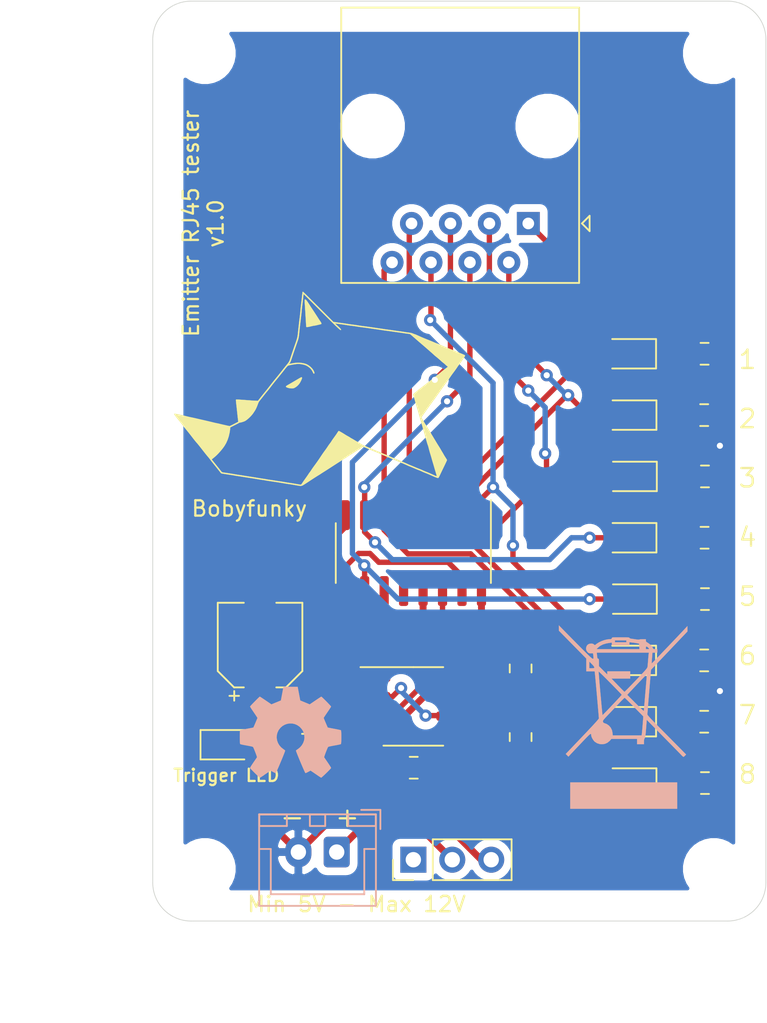
<source format=kicad_pcb>
(kicad_pcb (version 20171130) (host pcbnew "(5.1.6)-1")

  (general
    (thickness 1.6)
    (drawings 16)
    (tracks 175)
    (zones 0)
    (modules 34)
    (nets 29)
  )

  (page A4)
  (layers
    (0 F.Cu signal)
    (31 B.Cu signal)
    (32 B.Adhes user hide)
    (33 F.Adhes user hide)
    (34 B.Paste user hide)
    (35 F.Paste user hide)
    (36 B.SilkS user)
    (37 F.SilkS user)
    (38 B.Mask user hide)
    (39 F.Mask user hide)
    (40 Dwgs.User user)
    (41 Cmts.User user hide)
    (42 Eco1.User user)
    (43 Eco2.User user)
    (44 Edge.Cuts user)
    (45 Margin user hide)
    (46 B.CrtYd user hide)
    (47 F.CrtYd user hide)
    (48 B.Fab user hide)
    (49 F.Fab user hide)
  )

  (setup
    (last_trace_width 0.35)
    (trace_clearance 0.2)
    (zone_clearance 0.508)
    (zone_45_only no)
    (trace_min 0.2)
    (via_size 0.8)
    (via_drill 0.4)
    (via_min_size 0.4)
    (via_min_drill 0.3)
    (uvia_size 0.3)
    (uvia_drill 0.1)
    (uvias_allowed no)
    (uvia_min_size 0.2)
    (uvia_min_drill 0.1)
    (edge_width 0.05)
    (segment_width 0.2)
    (pcb_text_width 0.3)
    (pcb_text_size 1.5 1.5)
    (mod_edge_width 0.12)
    (mod_text_size 1 1)
    (mod_text_width 0.15)
    (pad_size 1.524 1.524)
    (pad_drill 0.762)
    (pad_to_mask_clearance 0.05)
    (aux_axis_origin 0 0)
    (visible_elements 7FFBFFFF)
    (pcbplotparams
      (layerselection 0x010f0_ffffffff)
      (usegerberextensions false)
      (usegerberattributes true)
      (usegerberadvancedattributes true)
      (creategerberjobfile true)
      (excludeedgelayer true)
      (linewidth 0.100000)
      (plotframeref false)
      (viasonmask false)
      (mode 1)
      (useauxorigin false)
      (hpglpennumber 1)
      (hpglpenspeed 20)
      (hpglpendiameter 15.000000)
      (psnegative false)
      (psa4output false)
      (plotreference true)
      (plotvalue true)
      (plotinvisibletext false)
      (padsonsilk false)
      (subtractmaskfromsilk false)
      (outputformat 1)
      (mirror false)
      (drillshape 0)
      (scaleselection 1)
      (outputdirectory ""))
  )

  (net 0 "")
  (net 1 "Net-(C1-Pad1)")
  (net 2 GND)
  (net 3 "Net-(C2-Pad1)")
  (net 4 "Net-(D1-Pad2)")
  (net 5 "Net-(D2-Pad2)")
  (net 6 "Net-(D2-Pad1)")
  (net 7 "Net-(D3-Pad1)")
  (net 8 "Net-(D3-Pad2)")
  (net 9 "Net-(D4-Pad2)")
  (net 10 "Net-(D4-Pad1)")
  (net 11 "Net-(D5-Pad1)")
  (net 12 "Net-(D5-Pad2)")
  (net 13 "Net-(D6-Pad2)")
  (net 14 "Net-(D6-Pad1)")
  (net 15 "Net-(D7-Pad1)")
  (net 16 "Net-(D7-Pad2)")
  (net 17 "Net-(D8-Pad2)")
  (net 18 "Net-(D8-Pad1)")
  (net 19 "Net-(D9-Pad1)")
  (net 20 "Net-(D9-Pad2)")
  (net 21 "Net-(J1-Pad1)")
  (net 22 "Net-(R1-Pad1)")
  (net 23 VCC)
  (net 24 "Net-(R2-Pad1)")
  (net 25 "Net-(SW1-Pad1)")
  (net 26 "Net-(U2-Pad15)")
  (net 27 "Net-(U2-Pad11)")
  (net 28 "Net-(U2-Pad12)")

  (net_class Default "This is the default net class."
    (clearance 0.2)
    (trace_width 0.35)
    (via_dia 0.8)
    (via_drill 0.4)
    (uvia_dia 0.3)
    (uvia_drill 0.1)
    (add_net "Net-(C1-Pad1)")
    (add_net "Net-(C2-Pad1)")
    (add_net "Net-(D1-Pad2)")
    (add_net "Net-(D2-Pad1)")
    (add_net "Net-(D2-Pad2)")
    (add_net "Net-(D3-Pad1)")
    (add_net "Net-(D3-Pad2)")
    (add_net "Net-(D4-Pad1)")
    (add_net "Net-(D4-Pad2)")
    (add_net "Net-(D5-Pad1)")
    (add_net "Net-(D5-Pad2)")
    (add_net "Net-(D6-Pad1)")
    (add_net "Net-(D6-Pad2)")
    (add_net "Net-(D7-Pad1)")
    (add_net "Net-(D7-Pad2)")
    (add_net "Net-(D8-Pad1)")
    (add_net "Net-(D8-Pad2)")
    (add_net "Net-(D9-Pad1)")
    (add_net "Net-(D9-Pad2)")
    (add_net "Net-(R1-Pad1)")
    (add_net "Net-(R2-Pad1)")
    (add_net "Net-(SW1-Pad1)")
    (add_net "Net-(U2-Pad11)")
    (add_net "Net-(U2-Pad12)")
    (add_net "Net-(U2-Pad15)")
  )

  (net_class GND ""
    (clearance 0.2)
    (trace_width 0.45)
    (via_dia 0.8)
    (via_drill 0.4)
    (uvia_dia 0.3)
    (uvia_drill 0.1)
    (add_net GND)
  )

  (net_class VCC ""
    (clearance 0.2)
    (trace_width 0.45)
    (via_dia 0.8)
    (via_drill 0.4)
    (uvia_dia 0.3)
    (uvia_drill 0.1)
    (add_net "Net-(J1-Pad1)")
    (add_net VCC)
  )

  (module MountingHole:MountingHole_3mm (layer F.Cu) (tedit 56D1B4CB) (tstamp 5F67744A)
    (at 103.4 106.6)
    (descr "Mounting Hole 3mm, no annular")
    (tags "mounting hole 3mm no annular")
    (attr virtual)
    (fp_text reference REF** (at 0 -4) (layer F.SilkS) hide
      (effects (font (size 1 1) (thickness 0.15)))
    )
    (fp_text value MountingHole_3mm (at 0 4) (layer F.Fab)
      (effects (font (size 1 1) (thickness 0.15)))
    )
    (fp_text user %R (at 0.3 0) (layer F.Fab)
      (effects (font (size 1 1) (thickness 0.15)))
    )
    (fp_circle (center 0 0) (end 3 0) (layer Cmts.User) (width 0.15))
    (fp_circle (center 0 0) (end 3.25 0) (layer F.CrtYd) (width 0.05))
    (pad 1 np_thru_hole circle (at 0 0) (size 3 3) (drill 3) (layers *.Cu *.Mask))
  )

  (module MountingHole:MountingHole_3mm (layer F.Cu) (tedit 56D1B4CB) (tstamp 5F67742D)
    (at 136.6 106.6)
    (descr "Mounting Hole 3mm, no annular")
    (tags "mounting hole 3mm no annular")
    (attr virtual)
    (fp_text reference REF** (at 0 -4) (layer F.SilkS) hide
      (effects (font (size 1 1) (thickness 0.15)))
    )
    (fp_text value MountingHole_3mm (at 0 4) (layer F.Fab)
      (effects (font (size 1 1) (thickness 0.15)))
    )
    (fp_text user %R (at 0.3 0) (layer F.Fab)
      (effects (font (size 1 1) (thickness 0.15)))
    )
    (fp_circle (center 0 0) (end 3 0) (layer Cmts.User) (width 0.15))
    (fp_circle (center 0 0) (end 3.25 0) (layer F.CrtYd) (width 0.05))
    (pad 1 np_thru_hole circle (at 0 0) (size 3 3) (drill 3) (layers *.Cu *.Mask))
  )

  (module MountingHole:MountingHole_3mm (layer F.Cu) (tedit 56D1B4CB) (tstamp 5F677410)
    (at 136.6 53.4)
    (descr "Mounting Hole 3mm, no annular")
    (tags "mounting hole 3mm no annular")
    (attr virtual)
    (fp_text reference REF** (at 0 -4) (layer F.SilkS) hide
      (effects (font (size 1 1) (thickness 0.15)))
    )
    (fp_text value MountingHole_3mm (at 0 4) (layer F.Fab)
      (effects (font (size 1 1) (thickness 0.15)))
    )
    (fp_text user %R (at 0.3 0) (layer F.Fab)
      (effects (font (size 1 1) (thickness 0.15)))
    )
    (fp_circle (center 0 0) (end 3 0) (layer Cmts.User) (width 0.15))
    (fp_circle (center 0 0) (end 3.25 0) (layer F.CrtYd) (width 0.05))
    (pad 1 np_thru_hole circle (at 0 0) (size 3 3) (drill 3) (layers *.Cu *.Mask))
  )

  (module MountingHole:MountingHole_3mm (layer F.Cu) (tedit 56D1B4CB) (tstamp 5F677466)
    (at 103.4 53.4)
    (descr "Mounting Hole 3mm, no annular")
    (tags "mounting hole 3mm no annular")
    (attr virtual)
    (fp_text reference REF** (at 0 -4) (layer F.SilkS) hide
      (effects (font (size 1 1) (thickness 0.15)))
    )
    (fp_text value MountingHole_3mm (at 0 4) (layer F.Fab)
      (effects (font (size 1 1) (thickness 0.15)))
    )
    (fp_text user %R (at 0.3 0) (layer F.Fab)
      (effects (font (size 1 1) (thickness 0.15)))
    )
    (fp_circle (center 0 0) (end 3 0) (layer Cmts.User) (width 0.15))
    (fp_circle (center 0 0) (end 3.25 0) (layer F.CrtYd) (width 0.05))
    (pad 1 np_thru_hole circle (at 0 0) (size 3 3) (drill 3) (layers *.Cu *.Mask))
  )

  (module Symbol:OSHW-Symbol_6.7x6mm_SilkScreen (layer B.Cu) (tedit 0) (tstamp 5F6074D5)
    (at 109 97.7 180)
    (descr "Open Source Hardware Symbol")
    (tags "Logo Symbol OSHW")
    (attr virtual)
    (fp_text reference REF** (at 0 0) (layer B.SilkS) hide
      (effects (font (size 1 1) (thickness 0.15)) (justify mirror))
    )
    (fp_text value OSHW-Symbol_6.7x6mm_SilkScreen (at 0.75 0) (layer B.Fab) hide
      (effects (font (size 1 1) (thickness 0.15)) (justify mirror))
    )
    (fp_poly (pts (xy 0.555814 2.531069) (xy 0.639635 2.086445) (xy 0.94892 1.958947) (xy 1.258206 1.831449)
      (xy 1.629246 2.083754) (xy 1.733157 2.154004) (xy 1.827087 2.216728) (xy 1.906652 2.269062)
      (xy 1.96747 2.308143) (xy 2.005157 2.331107) (xy 2.015421 2.336058) (xy 2.03391 2.323324)
      (xy 2.07342 2.288118) (xy 2.129522 2.234938) (xy 2.197787 2.168282) (xy 2.273786 2.092646)
      (xy 2.353092 2.012528) (xy 2.431275 1.932426) (xy 2.503907 1.856836) (xy 2.566559 1.790255)
      (xy 2.614803 1.737182) (xy 2.64421 1.702113) (xy 2.651241 1.690377) (xy 2.641123 1.66874)
      (xy 2.612759 1.621338) (xy 2.569129 1.552807) (xy 2.513218 1.467785) (xy 2.448006 1.370907)
      (xy 2.410219 1.31565) (xy 2.341343 1.214752) (xy 2.28014 1.123701) (xy 2.229578 1.04703)
      (xy 2.192628 0.989272) (xy 2.172258 0.954957) (xy 2.169197 0.947746) (xy 2.176136 0.927252)
      (xy 2.195051 0.879487) (xy 2.223087 0.811168) (xy 2.257391 0.729011) (xy 2.295109 0.63973)
      (xy 2.333387 0.550042) (xy 2.36937 0.466662) (xy 2.400206 0.396306) (xy 2.423039 0.34569)
      (xy 2.435017 0.321529) (xy 2.435724 0.320578) (xy 2.454531 0.315964) (xy 2.504618 0.305672)
      (xy 2.580793 0.290713) (xy 2.677865 0.272099) (xy 2.790643 0.250841) (xy 2.856442 0.238582)
      (xy 2.97695 0.215638) (xy 3.085797 0.193805) (xy 3.177476 0.174278) (xy 3.246481 0.158252)
      (xy 3.287304 0.146921) (xy 3.295511 0.143326) (xy 3.303548 0.118994) (xy 3.310033 0.064041)
      (xy 3.31497 -0.015108) (xy 3.318364 -0.112026) (xy 3.320218 -0.220287) (xy 3.320538 -0.333465)
      (xy 3.319327 -0.445135) (xy 3.31659 -0.548868) (xy 3.312331 -0.638241) (xy 3.306555 -0.706826)
      (xy 3.299267 -0.748197) (xy 3.294895 -0.75681) (xy 3.268764 -0.767133) (xy 3.213393 -0.781892)
      (xy 3.136107 -0.799352) (xy 3.04423 -0.81778) (xy 3.012158 -0.823741) (xy 2.857524 -0.852066)
      (xy 2.735375 -0.874876) (xy 2.641673 -0.89308) (xy 2.572384 -0.907583) (xy 2.523471 -0.919292)
      (xy 2.490897 -0.929115) (xy 2.470628 -0.937956) (xy 2.458626 -0.946724) (xy 2.456947 -0.948457)
      (xy 2.440184 -0.976371) (xy 2.414614 -1.030695) (xy 2.382788 -1.104777) (xy 2.34726 -1.191965)
      (xy 2.310583 -1.285608) (xy 2.275311 -1.379052) (xy 2.243996 -1.465647) (xy 2.219193 -1.53874)
      (xy 2.203454 -1.591678) (xy 2.199332 -1.617811) (xy 2.199676 -1.618726) (xy 2.213641 -1.640086)
      (xy 2.245322 -1.687084) (xy 2.291391 -1.754827) (xy 2.348518 -1.838423) (xy 2.413373 -1.932982)
      (xy 2.431843 -1.959854) (xy 2.497699 -2.057275) (xy 2.55565 -2.146163) (xy 2.602538 -2.221412)
      (xy 2.635207 -2.27792) (xy 2.6505 -2.310581) (xy 2.651241 -2.314593) (xy 2.638392 -2.335684)
      (xy 2.602888 -2.377464) (xy 2.549293 -2.435445) (xy 2.482171 -2.505135) (xy 2.406087 -2.582045)
      (xy 2.325604 -2.661683) (xy 2.245287 -2.739561) (xy 2.169699 -2.811186) (xy 2.103405 -2.87207)
      (xy 2.050969 -2.917721) (xy 2.016955 -2.94365) (xy 2.007545 -2.947883) (xy 1.985643 -2.937912)
      (xy 1.9408 -2.91102) (xy 1.880321 -2.871736) (xy 1.833789 -2.840117) (xy 1.749475 -2.782098)
      (xy 1.649626 -2.713784) (xy 1.549473 -2.645579) (xy 1.495627 -2.609075) (xy 1.313371 -2.4858)
      (xy 1.160381 -2.56852) (xy 1.090682 -2.604759) (xy 1.031414 -2.632926) (xy 0.991311 -2.648991)
      (xy 0.981103 -2.651226) (xy 0.968829 -2.634722) (xy 0.944613 -2.588082) (xy 0.910263 -2.515609)
      (xy 0.867588 -2.421606) (xy 0.818394 -2.310374) (xy 0.76449 -2.186215) (xy 0.707684 -2.053432)
      (xy 0.649782 -1.916327) (xy 0.592593 -1.779202) (xy 0.537924 -1.646358) (xy 0.487584 -1.522098)
      (xy 0.44338 -1.410725) (xy 0.407119 -1.316539) (xy 0.380609 -1.243844) (xy 0.365658 -1.196941)
      (xy 0.363254 -1.180833) (xy 0.382311 -1.160286) (xy 0.424036 -1.126933) (xy 0.479706 -1.087702)
      (xy 0.484378 -1.084599) (xy 0.628264 -0.969423) (xy 0.744283 -0.835053) (xy 0.83143 -0.685784)
      (xy 0.888699 -0.525913) (xy 0.915086 -0.359737) (xy 0.909585 -0.191552) (xy 0.87119 -0.025655)
      (xy 0.798895 0.133658) (xy 0.777626 0.168513) (xy 0.666996 0.309263) (xy 0.536302 0.422286)
      (xy 0.390064 0.506997) (xy 0.232808 0.562806) (xy 0.069057 0.589126) (xy -0.096667 0.58537)
      (xy -0.259838 0.55095) (xy -0.415935 0.485277) (xy -0.560433 0.387765) (xy -0.605131 0.348187)
      (xy -0.718888 0.224297) (xy -0.801782 0.093876) (xy -0.858644 -0.052315) (xy -0.890313 -0.197088)
      (xy -0.898131 -0.35986) (xy -0.872062 -0.52344) (xy -0.814755 -0.682298) (xy -0.728856 -0.830906)
      (xy -0.617014 -0.963735) (xy -0.481877 -1.075256) (xy -0.464117 -1.087011) (xy -0.40785 -1.125508)
      (xy -0.365077 -1.158863) (xy -0.344628 -1.18016) (xy -0.344331 -1.180833) (xy -0.348721 -1.203871)
      (xy -0.366124 -1.256157) (xy -0.394732 -1.33339) (xy -0.432735 -1.431268) (xy -0.478326 -1.545491)
      (xy -0.529697 -1.671758) (xy -0.585038 -1.805767) (xy -0.642542 -1.943218) (xy -0.700399 -2.079808)
      (xy -0.756802 -2.211237) (xy -0.809942 -2.333205) (xy -0.85801 -2.441409) (xy -0.899199 -2.531549)
      (xy -0.931699 -2.599323) (xy -0.953703 -2.64043) (xy -0.962564 -2.651226) (xy -0.98964 -2.642819)
      (xy -1.040303 -2.620272) (xy -1.105817 -2.587613) (xy -1.141841 -2.56852) (xy -1.294832 -2.4858)
      (xy -1.477088 -2.609075) (xy -1.570125 -2.672228) (xy -1.671985 -2.741727) (xy -1.767438 -2.807165)
      (xy -1.81525 -2.840117) (xy -1.882495 -2.885273) (xy -1.939436 -2.921057) (xy -1.978646 -2.942938)
      (xy -1.991381 -2.947563) (xy -2.009917 -2.935085) (xy -2.050941 -2.900252) (xy -2.110475 -2.846678)
      (xy -2.184542 -2.777983) (xy -2.269165 -2.697781) (xy -2.322685 -2.646286) (xy -2.416319 -2.554286)
      (xy -2.497241 -2.471999) (xy -2.562177 -2.402945) (xy -2.607858 -2.350644) (xy -2.631011 -2.318616)
      (xy -2.633232 -2.312116) (xy -2.622924 -2.287394) (xy -2.594439 -2.237405) (xy -2.550937 -2.167212)
      (xy -2.495577 -2.081875) (xy -2.43152 -1.986456) (xy -2.413303 -1.959854) (xy -2.346927 -1.863167)
      (xy -2.287378 -1.776117) (xy -2.237984 -1.703595) (xy -2.202075 -1.650493) (xy -2.182981 -1.621703)
      (xy -2.181136 -1.618726) (xy -2.183895 -1.595782) (xy -2.198538 -1.545336) (xy -2.222513 -1.474041)
      (xy -2.253266 -1.388547) (xy -2.288244 -1.295507) (xy -2.324893 -1.201574) (xy -2.360661 -1.113399)
      (xy -2.392994 -1.037634) (xy -2.419338 -0.980931) (xy -2.437142 -0.949943) (xy -2.438407 -0.948457)
      (xy -2.449294 -0.939601) (xy -2.467682 -0.930843) (xy -2.497606 -0.921277) (xy -2.543103 -0.909996)
      (xy -2.608209 -0.896093) (xy -2.696961 -0.878663) (xy -2.813393 -0.856798) (xy -2.961542 -0.829591)
      (xy -2.993618 -0.823741) (xy -3.088686 -0.805374) (xy -3.171565 -0.787405) (xy -3.23493 -0.771569)
      (xy -3.271458 -0.7596) (xy -3.276356 -0.75681) (xy -3.284427 -0.732072) (xy -3.290987 -0.67679)
      (xy -3.296033 -0.597389) (xy -3.299559 -0.500296) (xy -3.301561 -0.391938) (xy -3.302036 -0.27874)
      (xy -3.300977 -0.167128) (xy -3.298382 -0.063529) (xy -3.294246 0.025632) (xy -3.288563 0.093928)
      (xy -3.281331 0.134934) (xy -3.276971 0.143326) (xy -3.252698 0.151792) (xy -3.197426 0.165565)
      (xy -3.116662 0.18345) (xy -3.015912 0.204252) (xy -2.900683 0.226777) (xy -2.837902 0.238582)
      (xy -2.718787 0.260849) (xy -2.612565 0.281021) (xy -2.524427 0.298085) (xy -2.459566 0.311031)
      (xy -2.423174 0.318845) (xy -2.417184 0.320578) (xy -2.407061 0.34011) (xy -2.385662 0.387157)
      (xy -2.355839 0.454997) (xy -2.320445 0.536909) (xy -2.282332 0.626172) (xy -2.244353 0.716065)
      (xy -2.20936 0.799865) (xy -2.180206 0.870853) (xy -2.159743 0.922306) (xy -2.150823 0.947503)
      (xy -2.150657 0.948604) (xy -2.160769 0.968481) (xy -2.189117 1.014223) (xy -2.232723 1.081283)
      (xy -2.288606 1.165116) (xy -2.353787 1.261174) (xy -2.391679 1.31635) (xy -2.460725 1.417519)
      (xy -2.52205 1.50937) (xy -2.572663 1.587256) (xy -2.609571 1.646531) (xy -2.629782 1.682549)
      (xy -2.632701 1.690623) (xy -2.620153 1.709416) (xy -2.585463 1.749543) (xy -2.533063 1.806507)
      (xy -2.467384 1.875815) (xy -2.392856 1.952969) (xy -2.313913 2.033475) (xy -2.234983 2.112837)
      (xy -2.1605 2.18656) (xy -2.094894 2.250148) (xy -2.042596 2.299106) (xy -2.008039 2.328939)
      (xy -1.996478 2.336058) (xy -1.977654 2.326047) (xy -1.932631 2.297922) (xy -1.865787 2.254546)
      (xy -1.781499 2.198782) (xy -1.684144 2.133494) (xy -1.610707 2.083754) (xy -1.239667 1.831449)
      (xy -0.621095 2.086445) (xy -0.537275 2.531069) (xy -0.453454 2.975693) (xy 0.471994 2.975693)
      (xy 0.555814 2.531069)) (layer B.SilkS) (width 0.01))
  )

  (module Symbol:WEEE-Logo_8.4x12mm_SilkScreen (layer B.Cu) (tedit 0) (tstamp 5F606CC7)
    (at 130.7 96.7 180)
    (descr "Waste Electrical and Electronic Equipment Directive")
    (tags "Logo WEEE")
    (attr virtual)
    (fp_text reference REF** (at 0 0) (layer B.SilkS) hide
      (effects (font (size 1 1) (thickness 0.15)) (justify mirror))
    )
    (fp_text value WEEE-Logo_8.4x12mm_SilkScreen (at 0.75 0) (layer B.Fab) hide
      (effects (font (size 1 1) (thickness 0.15)) (justify mirror))
    )
    (fp_poly (pts (xy 4.207205 5.812752) (xy 4.205978 5.640294) (xy 3.311386 4.731372) (xy 2.416794 3.822451)
      (xy 2.41549 2.988235) (xy 1.870699 2.988235) (xy 1.856661 2.882402) (xy 1.851345 2.834163)
      (xy 1.842386 2.743321) (xy 1.830261 2.615296) (xy 1.81545 2.455506) (xy 1.798432 2.26937)
      (xy 1.779687 2.062307) (xy 1.759694 1.839735) (xy 1.738932 1.607074) (xy 1.71788 1.369743)
      (xy 1.697017 1.13316) (xy 1.676823 0.902744) (xy 1.657778 0.683914) (xy 1.640359 0.482089)
      (xy 1.625047 0.302688) (xy 1.612321 0.15113) (xy 1.602659 0.032832) (xy 1.596542 -0.046784)
      (xy 1.594449 -0.082302) (xy 1.59445 -0.082471) (xy 1.609716 -0.11097) (xy 1.65557 -0.169815)
      (xy 1.732635 -0.259691) (xy 1.841535 -0.381283) (xy 1.982895 -0.535276) (xy 2.157338 -0.722355)
      (xy 2.365488 -0.943204) (xy 2.607968 -1.19851) (xy 2.676125 -1.27) (xy 3.757075 -2.403039)
      (xy 3.669684 -2.490196) (xy 3.582294 -2.577353) (xy 3.440902 -2.423521) (xy 3.389176 -2.367926)
      (xy 3.308376 -2.281953) (xy 3.203833 -2.171235) (xy 3.080879 -2.041403) (xy 2.944843 -1.898089)
      (xy 2.801059 -1.746927) (xy 2.71504 -1.656644) (xy 2.553549 -1.487509) (xy 2.423017 -1.352033)
      (xy 2.320116 -1.247752) (xy 2.241517 -1.172203) (xy 2.183892 -1.122922) (xy 2.143911 -1.097446)
      (xy 2.118248 -1.093311) (xy 2.103573 -1.108054) (xy 2.096558 -1.139212) (xy 2.093875 -1.18432)
      (xy 2.093515 -1.19663) (xy 2.074863 -1.281433) (xy 2.028906 -1.383934) (xy 1.964819 -1.487924)
      (xy 1.891774 -1.577191) (xy 1.862546 -1.604766) (xy 1.712578 -1.70125) (xy 1.537395 -1.755234)
      (xy 1.382512 -1.768039) (xy 1.206986 -1.743886) (xy 1.044879 -1.673061) (xy 0.901404 -1.558017)
      (xy 0.874932 -1.529381) (xy 0.778133 -1.419412) (xy -0.896471 -1.419412) (xy -0.896471 -1.768039)
      (xy -1.344706 -1.768039) (xy -1.344706 -1.605168) (xy -1.350331 -1.49398) (xy -1.369229 -1.416805)
      (xy -1.392197 -1.374825) (xy -1.408607 -1.344789) (xy -1.422659 -1.301239) (xy -1.435284 -1.23772)
      (xy -1.447413 -1.147774) (xy -1.459976 -1.024947) (xy -1.473906 -0.862782) (xy -1.483444 -0.742144)
      (xy -1.5272 -0.176934) (xy -2.601374 -1.265085) (xy -2.795595 -1.461981) (xy -2.982043 -1.651281)
      (xy -3.15731 -1.829506) (xy -3.317989 -1.99318) (xy -3.460674 -2.138824) (xy -3.581958 -2.262962)
      (xy -3.678434 -2.362115) (xy -3.746696 -2.432807) (xy -3.783298 -2.47152) (xy -3.843432 -2.532811)
      (xy -3.893592 -2.575559) (xy -3.920571 -2.589804) (xy -3.955032 -2.573118) (xy -4.005264 -2.531425)
      (xy -4.022291 -2.514447) (xy -4.094488 -2.439089) (xy -3.696999 -2.035164) (xy -3.595592 -1.932266)
      (xy -3.464833 -1.79982) (xy -3.310459 -1.643625) (xy -3.138204 -1.469478) (xy -2.953806 -1.283176)
      (xy -2.763001 -1.090518) (xy -2.571523 -0.897301) (xy -2.434167 -0.758777) (xy -2.225372 -0.547678)
      (xy -2.049962 -0.36896) (xy -1.905692 -0.220204) (xy -1.79032 -0.098991) (xy -1.701601 -0.002903)
      (xy -1.65763 0.047273) (xy -1.304531 0.047273) (xy -1.260323 -0.517981) (xy -1.246991 -0.683668)
      (xy -1.234095 -0.835185) (xy -1.222364 -0.964611) (xy -1.21253 -1.064027) (xy -1.205324 -1.125515)
      (xy -1.203005 -1.139265) (xy -1.189895 -1.195294) (xy 0.690436 -1.195294) (xy 0.702988 -1.038925)
      (xy 0.740884 -0.854173) (xy 0.820188 -0.690742) (xy 0.935899 -0.554585) (xy 1.083019 -0.451654)
      (xy 1.248146 -0.389866) (xy 1.301716 -0.360883) (xy 1.328535 -0.29868) (xy 1.329097 -0.295937)
      (xy 1.332315 -0.269677) (xy 1.328337 -0.242787) (xy 1.313281 -0.210279) (xy 1.283264 -0.167166)
      (xy 1.234403 -0.108461) (xy 1.162816 -0.029174) (xy 1.06462 0.075681) (xy 0.935932 0.211093)
      (xy 0.927617 0.219814) (xy 0.7892 0.365163) (xy 0.642043 0.519979) (xy 0.496259 0.673603)
      (xy 0.361958 0.815377) (xy 0.249253 0.934645) (xy 0.224118 0.961308) (xy 0.127762 1.061847)
      (xy 0.042166 1.147885) (xy -0.026527 1.213504) (xy -0.072172 1.252786) (xy -0.087497 1.26142)
      (xy -0.110352 1.24335) (xy -0.163799 1.193781) (xy -0.24363 1.116838) (xy -0.345636 1.016649)
      (xy -0.465608 0.89734) (xy -0.599337 0.763038) (xy -0.708636 0.652411) (xy -1.304531 0.047273)
      (xy -1.65763 0.047273) (xy -1.637292 0.070481) (xy -1.595148 0.12358) (xy -1.572927 0.158811)
      (xy -1.567983 0.175127) (xy -1.569856 0.210734) (xy -1.575546 0.291331) (xy -1.584685 0.41228)
      (xy -1.596904 0.568942) (xy -1.611836 0.75668) (xy -1.629113 0.970854) (xy -1.648365 1.206828)
      (xy -1.669225 1.459964) (xy -1.686037 1.662271) (xy -1.781157 2.802901) (xy -1.536398 2.802901)
      (xy -1.535344 2.778286) (xy -1.530386 2.708959) (xy -1.521922 2.599829) (xy -1.510352 2.4558)
      (xy -1.496072 2.281781) (xy -1.479483 2.082678) (xy -1.460981 1.863396) (xy -1.443225 1.655203)
      (xy -1.423113 1.418984) (xy -1.404379 1.196) (xy -1.387454 0.991572) (xy -1.372765 0.811025)
      (xy -1.360743 0.65968) (xy -1.351817 0.542861) (xy -1.346415 0.465889) (xy -1.344916 0.435996)
      (xy -1.342577 0.417392) (xy -1.333311 0.410009) (xy -1.313546 0.41693) (xy -1.27971 0.441233)
      (xy -1.228231 0.486001) (xy -1.155538 0.554312) (xy -1.058058 0.649249) (xy -0.932221 0.77389)
      (xy -0.798703 0.907083) (xy -0.252699 1.452663) (xy -0.256526 1.456765) (xy 0.104387 1.456765)
      (xy 0.120836 1.434239) (xy 0.166883 1.381199) (xy 0.237914 1.302519) (xy 0.329314 1.203074)
      (xy 0.436468 1.087739) (xy 0.55476 0.961388) (xy 0.679576 0.828896) (xy 0.8063 0.695137)
      (xy 0.930318 0.564987) (xy 1.047013 0.44332) (xy 1.151772 0.33501) (xy 1.239979 0.244932)
      (xy 1.307019 0.177962) (xy 1.348276 0.138973) (xy 1.359527 0.13103) (xy 1.363236 0.156668)
      (xy 1.370935 0.227481) (xy 1.382202 0.339036) (xy 1.396611 0.4869) (xy 1.413741 0.666641)
      (xy 1.433167 0.873825) (xy 1.454467 1.104019) (xy 1.477217 1.35279) (xy 1.495381 1.553385)
      (xy 1.518616 1.813488) (xy 1.540083 2.058516) (xy 1.559421 2.284024) (xy 1.576268 2.485568)
      (xy 1.590265 2.658703) (xy 1.60105 2.798982) (xy 1.608261 2.901963) (xy 1.611539 2.963199)
      (xy 1.611164 2.979098) (xy 1.591574 2.964936) (xy 1.541689 2.919413) (xy 1.465868 2.846936)
      (xy 1.368472 2.75191) (xy 1.253864 2.638742) (xy 1.126403 2.511838) (xy 0.990452 2.375604)
      (xy 0.850371 2.234446) (xy 0.710522 2.09277) (xy 0.575265 1.954984) (xy 0.448962 1.825492)
      (xy 0.335974 1.7087) (xy 0.240662 1.609016) (xy 0.167388 1.530846) (xy 0.120511 1.478594)
      (xy 0.104387 1.456765) (xy -0.256526 1.456765) (xy -0.456301 1.670868) (xy -0.559992 1.781607)
      (xy -0.676372 1.905241) (xy -0.80084 2.036946) (xy -0.928794 2.1719) (xy -1.055633 2.30528)
      (xy -1.176755 2.432263) (xy -1.287558 2.548028) (xy -1.383442 2.64775) (xy -1.459806 2.726608)
      (xy -1.512046 2.779778) (xy -1.535563 2.802438) (xy -1.536398 2.802901) (xy -1.781157 2.802901)
      (xy -1.804931 3.087974) (xy -4.183529 5.58948) (xy -4.181779 5.939118) (xy -3.989664 5.733897)
      (xy -3.882145 5.619436) (xy -3.755204 5.484959) (xy -3.612266 5.334044) (xy -3.456757 5.170271)
      (xy -3.292103 4.997218) (xy -3.121729 4.818463) (xy -2.949061 4.637585) (xy -2.777525 4.458162)
      (xy -2.610546 4.283774) (xy -2.45155 4.117998) (xy -2.303963 3.964414) (xy -2.171211 3.8266)
      (xy -2.056718 3.708134) (xy -1.963912 3.612596) (xy -1.896217 3.543563) (xy -1.85706 3.504615)
      (xy -1.848478 3.497143) (xy -1.847888 3.523134) (xy -1.851134 3.589681) (xy -1.857653 3.687728)
      (xy -1.86688 3.808221) (xy -1.870841 3.856355) (xy -1.900339 4.208431) (xy -1.66938 4.208431)
      (xy -1.657456 4.152402) (xy -1.651375 4.108091) (xy -1.64283 4.024717) (xy -1.632809 3.912903)
      (xy -1.622299 3.783272) (xy -1.618662 3.735294) (xy -1.607934 3.59754) (xy -1.597106 3.469613)
      (xy -1.587261 3.363601) (xy -1.579482 3.291591) (xy -1.577728 3.278523) (xy -1.571111 3.251693)
      (xy -1.556788 3.220288) (xy -1.531713 3.180786) (xy -1.492841 3.129668) (xy -1.437126 3.063411)
      (xy -1.361523 2.978497) (xy -1.262987 2.871405) (xy -1.138471 2.738614) (xy -0.98493 2.576603)
      (xy -0.8283 2.412217) (xy -0.67247 2.249539) (xy -0.527006 2.098882) (xy -0.395531 1.963907)
      (xy -0.281665 1.848278) (xy -0.18903 1.755657) (xy -0.121246 1.689706) (xy -0.081935 1.65409)
      (xy -0.073552 1.648792) (xy -0.051496 1.668004) (xy 0.000058 1.718107) (xy 0.076106 1.794074)
      (xy 0.171645 1.890879) (xy 0.281672 2.003496) (xy 0.36124 2.085539) (xy 0.77665 2.515098)
      (xy -0.448235 2.515098) (xy -0.448235 2.988235) (xy 1.045882 2.988235) (xy 1.045882 2.777418)
      (xy 1.319804 3.05049) (xy 1.514116 3.2442) (xy 1.892549 3.2442) (xy 1.896169 3.213642)
      (xy 1.914491 3.196617) (xy 1.958707 3.189199) (xy 2.040012 3.187464) (xy 2.054412 3.187451)
      (xy 2.216274 3.187451) (xy 2.216274 3.621796) (xy 2.054412 3.461372) (xy 1.963105 3.363839)
      (xy 1.908493 3.289117) (xy 1.892549 3.2442) (xy 1.514116 3.2442) (xy 1.593725 3.323562)
      (xy 1.593725 3.566781) (xy 1.594488 3.678677) (xy 1.597979 3.749863) (xy 1.606 3.789421)
      (xy 1.620356 3.806438) (xy 1.642004 3.81) (xy 1.66608 3.815229) (xy 1.683875 3.836195)
      (xy 1.697541 3.880814) (xy 1.709228 3.957003) (xy 1.721089 4.07268) (xy 1.724896 4.115049)
      (xy 1.733137 4.208431) (xy -1.66938 4.208431) (xy -1.900339 4.208431) (xy -2.216275 4.208431)
      (xy -2.216275 4.432549) (xy -2.082013 4.432549) (xy -2.003486 4.4347) (xy -1.960817 4.445081)
      (xy -1.955597 4.45126) (xy -1.680593 4.45126) (xy -1.66612 4.437145) (xy -1.615986 4.432788)
      (xy -1.582151 4.432549) (xy -1.469216 4.432549) (xy -1.048064 4.432549) (xy 1.753245 4.432549)
      (xy 1.658496 4.529581) (xy 1.511336 4.649319) (xy 1.329207 4.74167) (xy 1.109023 4.8079)
      (xy 0.890245 4.84453) (xy 0.747059 4.861621) (xy 0.747059 4.681569) (xy -0.398431 4.681569)
      (xy -0.398431 4.885839) (xy -0.56652 4.868803) (xy -0.683963 4.854426) (xy -0.809091 4.835367)
      (xy -0.88402 4.821755) (xy -1.033431 4.791743) (xy -1.040748 4.612146) (xy -1.048064 4.432549)
      (xy -1.469216 4.432549) (xy -1.469216 4.532157) (xy -1.472508 4.594557) (xy -1.480733 4.62924)
      (xy -1.484048 4.631765) (xy -1.520914 4.615792) (xy -1.574774 4.577043) (xy -1.628769 4.529268)
      (xy -1.666038 4.486219) (xy -1.669358 4.480621) (xy -1.680593 4.45126) (xy -1.955597 4.45126)
      (xy -1.940115 4.469584) (xy -1.931758 4.496276) (xy -1.897648 4.565544) (xy -1.832136 4.648815)
      (xy -1.746493 4.734413) (xy -1.651991 4.810661) (xy -1.589917 4.850375) (xy -1.519205 4.893845)
      (xy -1.482956 4.930362) (xy -1.47022 4.973422) (xy -1.469241 4.999069) (xy -1.46924 5.005294)
      (xy -0.199216 5.005294) (xy -0.199216 4.880784) (xy 0.547843 4.880784) (xy 0.547843 5.005294)
      (xy -0.199216 5.005294) (xy -1.46924 5.005294) (xy -1.469216 5.08) (xy -1.259624 5.08)
      (xy -1.163193 5.077669) (xy -1.088037 5.071457) (xy -1.046257 5.062535) (xy -1.041732 5.058922)
      (xy -1.01523 5.053376) (xy -0.950733 5.055648) (xy -0.859323 5.065065) (xy -0.796863 5.07376)
      (xy -0.683608 5.090841) (xy -0.58003 5.106261) (xy -0.502192 5.117637) (xy -0.479363 5.120868)
      (xy -0.419718 5.13934) (xy -0.398431 5.168285) (xy -0.391959 5.180074) (xy -0.368808 5.189067)
      (xy -0.323374 5.195619) (xy -0.250055 5.200085) (xy -0.143246 5.202819) (xy 0.002654 5.204174)
      (xy 0.174314 5.20451) (xy 0.357519 5.204319) (xy 0.496892 5.203421) (xy 0.598404 5.201323)
      (xy 0.668026 5.197533) (xy 0.711731 5.191561) (xy 0.735488 5.182915) (xy 0.745269 5.171103)
      (xy 0.747059 5.15737) (xy 0.762295 5.113779) (xy 0.812201 5.088973) (xy 0.903076 5.080126)
      (xy 0.919426 5.08) (xy 1.07332 5.064124) (xy 1.248109 5.020421) (xy 1.428032 4.954776)
      (xy 1.597324 4.873073) (xy 1.740223 4.781199) (xy 1.758731 4.766642) (xy 1.819056 4.71928)
      (xy 1.85478 4.70031) (xy 1.879728 4.706443) (xy 1.905336 4.731744) (xy 1.980972 4.781305)
      (xy 2.079409 4.800331) (xy 2.185412 4.790436) (xy 2.283746 4.753237) (xy 2.359176 4.690349)
      (xy 2.364639 4.683039) (xy 2.421081 4.565646) (xy 2.431582 4.444131) (xy 2.397301 4.328293)
      (xy 2.319396 4.227932) (xy 2.30987 4.219645) (xy 2.254558 4.180278) (xy 2.198438 4.162942)
      (xy 2.119541 4.16169) (xy 2.099832 4.1628) (xy 2.022638 4.165633) (xy 1.982876 4.159143)
      (xy 1.968481 4.139559) (xy 1.967004 4.121274) (xy 1.963987 4.068232) (xy 1.9565 3.988461)
      (xy 1.951119 3.940735) (xy 1.943314 3.864931) (xy 1.94656 3.826126) (xy 1.965383 3.811942)
      (xy 1.998911 3.81) (xy 2.018796 3.816413) (xy 2.050874 3.837169) (xy 2.097522 3.874544)
      (xy 2.161118 3.930811) (xy 2.244038 4.008245) (xy 2.34866 4.109122) (xy 2.477361 4.235717)
      (xy 2.632518 4.390304) (xy 2.816508 4.575158) (xy 3.031709 4.792554) (xy 3.135419 4.897605)
      (xy 4.208431 5.985209) (xy 4.207205 5.812752)) (layer B.SilkS) (width 0.01))
    (fp_poly (pts (xy 3.461372 -5.976471) (xy -3.511177 -5.976471) (xy -3.511177 -4.258235) (xy 3.461372 -4.258235)
      (xy 3.461372 -5.976471)) (layer B.SilkS) (width 0.01))
  )

  (module Logo:logo_20mm (layer F.Cu) (tedit 0) (tstamp 5F60578B)
    (at 110.9 75.3)
    (fp_text reference G*** (at 0 0) (layer F.SilkS) hide
      (effects (font (size 1.524 1.524) (thickness 0.3)))
    )
    (fp_text value LOGO (at 0.75 0) (layer F.SilkS) hide
      (effects (font (size 1.524 1.524) (thickness 0.3)))
    )
    (fp_poly (pts (xy -0.939652 -5.83771) (xy -0.919288 -5.831111) (xy -0.896894 -5.813743) (xy -0.868904 -5.781944)
      (xy -0.831755 -5.732055) (xy -0.818515 -5.713334) (xy -0.773743 -5.647983) (xy -0.725365 -5.574898)
      (xy -0.681264 -5.506074) (xy -0.665106 -5.48) (xy -0.625711 -5.416916) (xy -0.581922 -5.349012)
      (xy -0.541553 -5.288354) (xy -0.53125 -5.273334) (xy -0.49439 -5.219348) (xy -0.4504 -5.153774)
      (xy -0.406544 -5.087473) (xy -0.388596 -5.06) (xy -0.346716 -4.995565) (xy -0.297789 -4.920277)
      (xy -0.249294 -4.845649) (xy -0.223966 -4.806667) (xy -0.185342 -4.746954) (xy -0.147881 -4.688581)
      (xy -0.116376 -4.639039) (xy -0.098669 -4.610782) (xy -0.074354 -4.572888) (xy -0.039995 -4.521182)
      (xy -0.000927 -4.463634) (xy 0.0242 -4.427253) (xy 0.068909 -4.359588) (xy 0.09597 -4.308873)
      (xy 0.105686 -4.272336) (xy 0.098362 -4.247208) (xy 0.074301 -4.23072) (xy 0.046666 -4.222618)
      (xy 0.012448 -4.214822) (xy -0.040209 -4.202385) (xy -0.103861 -4.187082) (xy -0.164941 -4.172191)
      (xy -0.23 -4.156962) (xy -0.288857 -4.144534) (xy -0.334887 -4.136222) (xy -0.360853 -4.133334)
      (xy -0.387054 -4.130214) (xy -0.433308 -4.121645) (xy -0.493836 -4.108809) (xy -0.562863 -4.092891)
      (xy -0.588546 -4.086667) (xy -0.692812 -4.062565) (xy -0.77329 -4.047425) (xy -0.831259 -4.04112)
      (xy -0.867998 -4.04352) (xy -0.884788 -4.054496) (xy -0.885608 -4.056667) (xy -0.887597 -4.073842)
      (xy -0.890856 -4.114107) (xy -0.895142 -4.173928) (xy -0.900213 -4.249773) (xy -0.905826 -4.338107)
      (xy -0.91174 -4.435398) (xy -0.912802 -4.453334) (xy -0.934644 -4.818034) (xy -0.958264 -5.201959)
      (xy -0.983884 -5.608707) (xy -0.985028 -5.626667) (xy -0.988723 -5.696062) (xy -0.990543 -5.755982)
      (xy -0.99044 -5.801396) (xy -0.988366 -5.827276) (xy -0.986964 -5.831043) (xy -0.967272 -5.837756)
      (xy -0.939652 -5.83771)) (layer F.SilkS) (width 0.01))
    (fp_poly (pts (xy -1.191743 -0.77285) (xy -1.186231 -0.771017) (xy -1.182227 -0.769367) (xy -1.164759 -0.750193)
      (xy -1.16 -0.726355) (xy -1.166687 -0.689593) (xy -1.185247 -0.635394) (xy -1.213427 -0.568942)
      (xy -1.248976 -0.495418) (xy -1.289641 -0.420005) (xy -1.303526 -0.396051) (xy -1.373076 -0.299058)
      (xy -1.461516 -0.207688) (xy -1.561117 -0.129114) (xy -1.644097 -0.080058) (xy -1.690001 -0.058985)
      (xy -1.729569 -0.046952) (xy -1.773867 -0.041644) (xy -1.83213 -0.040735) (xy -1.903566 -0.044847)
      (xy -1.979691 -0.054891) (xy -2.03568 -0.066548) (xy -2.115751 -0.090231) (xy -2.170915 -0.113074)
      (xy -2.202874 -0.135976) (xy -2.213332 -0.159833) (xy -2.213334 -0.160176) (xy -2.208596 -0.17596)
      (xy -2.1925 -0.194532) (xy -2.162221 -0.21797) (xy -2.114935 -0.248351) (xy -2.047818 -0.287754)
      (xy -2.013334 -0.307325) (xy -1.967203 -0.333637) (xy -1.906172 -0.36888) (xy -1.838281 -0.408392)
      (xy -1.773334 -0.446473) (xy -1.644879 -0.522125) (xy -1.537451 -0.585353) (xy -1.449079 -0.637232)
      (xy -1.377794 -0.678838) (xy -1.321625 -0.711248) (xy -1.278603 -0.735538) (xy -1.246758 -0.752784)
      (xy -1.224119 -0.764062) (xy -1.208717 -0.770448) (xy -1.198582 -0.773019) (xy -1.191743 -0.77285)) (layer F.SilkS) (width 0.01))
    (fp_poly (pts (xy -1.087914 -6.337425) (xy -1.058561 -6.310526) (xy -1.012917 -6.267208) (xy -0.952246 -6.208711)
      (xy -0.877809 -6.136273) (xy -0.79087 -6.051135) (xy -0.692692 -5.954535) (xy -0.584536 -5.847712)
      (xy -0.467665 -5.731905) (xy -0.343343 -5.608355) (xy -0.212831 -5.478298) (xy -0.09648 -5.362069)
      (xy 0.888043 -4.377471) (xy 0.960688 -4.368587) (xy 1.015575 -4.361464) (xy 1.07959 -4.352576)
      (xy 1.12 -4.346666) (xy 1.16145 -4.340672) (xy 1.223231 -4.332048) (xy 1.299234 -4.321632)
      (xy 1.383347 -4.310262) (xy 1.46 -4.30003) (xy 1.54813 -4.288055) (xy 1.635401 -4.275688)
      (xy 1.71515 -4.263909) (xy 1.780714 -4.253699) (xy 1.82 -4.247043) (xy 1.875934 -4.237805)
      (xy 1.948842 -4.227082) (xy 2.029178 -4.216218) (xy 2.105608 -4.206768) (xy 2.186003 -4.196948)
      (xy 2.270233 -4.185931) (xy 2.34796 -4.17511) (xy 2.405608 -4.166399) (xy 2.503384 -4.150713)
      (xy 2.58048 -4.138505) (xy 2.642529 -4.12895) (xy 2.695167 -4.121225) (xy 2.744031 -4.114505)
      (xy 2.794755 -4.107965) (xy 2.852976 -4.100782) (xy 2.86 -4.099927) (xy 2.940232 -4.089881)
      (xy 3.027615 -4.078483) (xy 3.109433 -4.067411) (xy 3.153333 -4.061222) (xy 3.200298 -4.054445)
      (xy 3.269112 -4.044516) (xy 3.355231 -4.03209) (xy 3.45411 -4.017824) (xy 3.561205 -4.002371)
      (xy 3.671973 -3.98639) (xy 3.713208 -3.98044) (xy 3.817816 -3.965282) (xy 3.914782 -3.951105)
      (xy 4.000733 -3.938414) (xy 4.072294 -3.927711) (xy 4.126091 -3.919499) (xy 4.15875 -3.914282)
      (xy 4.166541 -3.912857) (xy 4.189679 -3.908951) (xy 4.233172 -3.90272) (xy 4.290895 -3.895006)
      (xy 4.356725 -3.886651) (xy 4.36 -3.886247) (xy 4.446219 -3.875212) (xy 4.544328 -3.862042)
      (xy 4.639868 -3.848702) (xy 4.693333 -3.840933) (xy 4.758426 -3.831432) (xy 4.842908 -3.819345)
      (xy 4.939742 -3.805664) (xy 5.041891 -3.791383) (xy 5.142319 -3.777495) (xy 5.16 -3.775068)
      (xy 5.251192 -3.762403) (xy 5.337767 -3.750075) (xy 5.414757 -3.738815) (xy 5.477191 -3.729354)
      (xy 5.520101 -3.722422) (xy 5.530462 -3.720564) (xy 5.570661 -3.713935) (xy 5.629785 -3.705454)
      (xy 5.700246 -3.696155) (xy 5.774458 -3.687076) (xy 5.783359 -3.686038) (xy 5.869922 -3.674862)
      (xy 5.937897 -3.662949) (xy 5.995339 -3.648461) (xy 6.050303 -3.629556) (xy 6.076386 -3.619114)
      (xy 6.127119 -3.598711) (xy 6.168957 -3.58299) (xy 6.195492 -3.574312) (xy 6.200668 -3.573334)
      (xy 6.209291 -3.571461) (xy 6.226801 -3.56517) (xy 6.25552 -3.553454) (xy 6.29777 -3.535307)
      (xy 6.355873 -3.509721) (xy 6.432151 -3.475689) (xy 6.528927 -3.432205) (xy 6.6 -3.400165)
      (xy 6.65057 -3.378018) (xy 6.719197 -3.348909) (xy 6.799129 -3.315655) (xy 6.883614 -3.281069)
      (xy 6.946666 -3.255645) (xy 7.058065 -3.211041) (xy 7.147899 -3.175013) (xy 7.21937 -3.146255)
      (xy 7.275681 -3.123461) (xy 7.320036 -3.105326) (xy 7.355637 -3.090545) (xy 7.385688 -3.077811)
      (xy 7.413392 -3.065819) (xy 7.426666 -3.06) (xy 7.480124 -3.036979) (xy 7.542537 -3.010784)
      (xy 7.586666 -2.992672) (xy 7.646568 -2.968428) (xy 7.714764 -2.940839) (xy 7.766666 -2.91985)
      (xy 7.879221 -2.873794) (xy 8.002469 -2.822438) (xy 8.124313 -2.770861) (xy 8.226666 -2.726753)
      (xy 8.279796 -2.703998) (xy 8.350046 -2.674489) (xy 8.429789 -2.641399) (xy 8.511397 -2.607905)
      (xy 8.546666 -2.593558) (xy 8.627356 -2.560766) (xy 8.710349 -2.526904) (xy 8.787773 -2.495195)
      (xy 8.851756 -2.468858) (xy 8.873333 -2.459921) (xy 8.942164 -2.431419) (xy 9.017579 -2.400328)
      (xy 9.085714 -2.372359) (xy 9.1 -2.366519) (xy 9.195501 -2.327058) (xy 9.284844 -2.289267)
      (xy 9.36291 -2.255359) (xy 9.42458 -2.227544) (xy 9.453333 -2.213838) (xy 9.466605 -2.203777)
      (xy 9.472963 -2.188729) (xy 9.47143 -2.167051) (xy 9.461031 -2.1371) (xy 9.440789 -2.097231)
      (xy 9.409726 -2.045803) (xy 9.366868 -1.981172) (xy 9.311236 -1.901695) (xy 9.241856 -1.805729)
      (xy 9.157749 -1.69163) (xy 9.084746 -1.593608) (xy 9.045178 -1.539646) (xy 9.007357 -1.48635)
      (xy 8.97704 -1.441901) (xy 8.966342 -1.425308) (xy 8.93989 -1.385046) (xy 8.901026 -1.328802)
      (xy 8.85351 -1.261804) (xy 8.801096 -1.189275) (xy 8.747543 -1.116442) (xy 8.696609 -1.048529)
      (xy 8.676632 -1.022381) (xy 8.646407 -0.981703) (xy 8.605838 -0.925152) (xy 8.559383 -0.859042)
      (xy 8.5115 -0.78968) (xy 8.491292 -0.76) (xy 8.441872 -0.688124) (xy 8.389594 -0.613871)
      (xy 8.339704 -0.544581) (xy 8.297448 -0.487597) (xy 8.285362 -0.471828) (xy 8.25018 -0.425245)
      (xy 8.204206 -0.362534) (xy 8.151687 -0.289586) (xy 8.096868 -0.212295) (xy 8.049957 -0.145161)
      (xy 7.993637 -0.064368) (xy 7.933118 0.021673) (xy 7.873532 0.105715) (xy 7.820009 0.180514)
      (xy 7.786586 0.226666) (xy 7.735949 0.296724) (xy 7.681455 0.373244) (xy 7.629744 0.446844)
      (xy 7.588458 0.506666) (xy 7.547288 0.56586) (xy 7.504927 0.624599) (xy 7.4673 0.674769)
      (xy 7.447316 0.7) (xy 7.413751 0.742313) (xy 7.383615 0.782972) (xy 7.367609 0.806666)
      (xy 7.351701 0.830318) (xy 7.32301 0.871002) (xy 7.284668 0.924356) (xy 7.239808 0.986015)
      (xy 7.200142 1.04) (xy 7.14365 1.117145) (xy 7.082967 1.201032) (xy 7.023874 1.283605)
      (xy 6.972153 1.356807) (xy 6.951356 1.386666) (xy 6.90768 1.449484) (xy 6.86461 1.510891)
      (xy 6.826786 1.564308) (xy 6.798846 1.603154) (xy 6.796273 1.606666) (xy 6.761483 1.655075)
      (xy 6.724999 1.707603) (xy 6.690074 1.759337) (xy 6.659963 1.805365) (xy 6.63792 1.840775)
      (xy 6.627198 1.860655) (xy 6.626666 1.862699) (xy 6.634606 1.878318) (xy 6.646282 1.892908)
      (xy 6.660597 1.913301) (xy 6.683784 1.951278) (xy 6.712271 2.00084) (xy 6.734218 2.040625)
      (xy 6.767019 2.098668) (xy 6.809792 2.1708) (xy 6.857654 2.248965) (xy 6.905722 2.325104)
      (xy 6.919661 2.346666) (xy 6.965277 2.417582) (xy 7.010911 2.489941) (xy 7.052198 2.556732)
      (xy 7.084776 2.610941) (xy 7.093897 2.626666) (xy 7.11719 2.666787) (xy 7.151541 2.72508)
      (xy 7.194195 2.796909) (xy 7.242394 2.877638) (xy 7.293379 2.962632) (xy 7.323911 3.013333)
      (xy 7.378619 3.104099) (xy 7.435362 3.198348) (xy 7.49057 3.290144) (xy 7.540676 3.373554)
      (xy 7.582114 3.442645) (xy 7.596493 3.466666) (xy 7.637954 3.535359) (xy 7.680282 3.604411)
      (xy 7.718917 3.666448) (xy 7.7493 3.714097) (xy 7.753161 3.72) (xy 7.784552 3.769326)
      (xy 7.823167 3.832323) (xy 7.86318 3.899405) (xy 7.886803 3.94) (xy 7.921864 4.00048)
      (xy 7.956325 4.059058) (xy 7.985591 4.107966) (xy 8.00118 4.133333) (xy 8.030808 4.182425)
      (xy 8.062276 4.237453) (xy 8.074605 4.26) (xy 8.099215 4.303614) (xy 8.132173 4.358955)
      (xy 8.167167 4.415473) (xy 8.174287 4.426666) (xy 8.218521 4.495998) (xy 8.250285 4.546462)
      (xy 8.27161 4.581571) (xy 8.284522 4.604839) (xy 8.291051 4.61978) (xy 8.293225 4.629908)
      (xy 8.293333 4.632873) (xy 8.289511 4.649256) (xy 8.277596 4.680664) (xy 8.256909 4.728583)
      (xy 8.226774 4.794497) (xy 8.186513 4.87989) (xy 8.13545 4.986247) (xy 8.080242 5.1)
      (xy 8.038844 5.185262) (xy 7.996314 5.273344) (xy 7.955987 5.357305) (xy 7.9212 5.430203)
      (xy 7.898331 5.478593) (xy 7.85232 5.576369) (xy 7.815904 5.652569) (xy 7.787526 5.709838)
      (xy 7.765626 5.750824) (xy 7.748647 5.778173) (xy 7.735029 5.794529) (xy 7.723216 5.80254)
      (xy 7.711649 5.804852) (xy 7.70626 5.804747) (xy 7.672144 5.797851) (xy 7.618566 5.78094)
      (xy 7.550038 5.755676) (xy 7.471072 5.723723) (xy 7.386666 5.686961) (xy 7.2757 5.637057)
      (xy 7.184998 5.596576) (xy 7.11059 5.563818) (xy 7.048506 5.537082) (xy 6.994774 5.514664)
      (xy 6.945424 5.494865) (xy 6.896487 5.475982) (xy 6.878684 5.469261) (xy 6.810641 5.442593)
      (xy 6.741143 5.413526) (xy 6.680486 5.386445) (xy 6.653333 5.373334) (xy 6.593198 5.345045)
      (xy 6.526442 5.31676) (xy 6.48 5.299121) (xy 6.432941 5.281613) (xy 6.369899 5.256784)
      (xy 6.299314 5.228014) (xy 6.233333 5.200274) (xy 6.15277 5.166177) (xy 6.060311 5.127612)
      (xy 5.968851 5.089932) (xy 5.908346 5.065344) (xy 5.841229 5.037843) (xy 5.777947 5.011104)
      (xy 5.725314 4.988058) (xy 5.690146 4.971636) (xy 5.688346 4.970724) (xy 5.655045 4.95487)
      (xy 5.60377 4.931855) (xy 5.541221 4.904632) (xy 5.474101 4.876155) (xy 5.466666 4.873047)
      (xy 5.394561 4.842761) (xy 5.321489 4.811733) (xy 5.255992 4.783607) (xy 5.206666 4.762055)
      (xy 5.158584 4.741299) (xy 5.093642 4.71409) (xy 5.0198 4.683725) (xy 4.945018 4.6535)
      (xy 4.933333 4.648832) (xy 4.848921 4.614583) (xy 4.754381 4.575285) (xy 4.661615 4.535932)
      (xy 4.586666 4.503353) (xy 4.50415 4.467241) (xy 4.410134 4.426686) (xy 4.317443 4.387194)
      (xy 4.253333 4.360261) (xy 4.182121 4.33046) (xy 4.110809 4.300356) (xy 4.047593 4.273423)
      (xy 4.00067 4.253139) (xy 4 4.252844) (xy 3.938512 4.226344) (xy 3.870485 4.19773)
      (xy 3.826666 4.179717) (xy 3.704485 4.13013) (xy 3.597962 4.086627) (xy 3.501456 4.046838)
      (xy 3.409325 4.008391) (xy 3.315927 3.968916) (xy 3.215621 3.926042) (xy 3.102765 3.877397)
      (xy 2.971717 3.820611) (xy 2.957258 3.814334) (xy 2.82785 3.758148) (xy 2.710591 3.833253)
      (xy 2.652485 3.870351) (xy 2.580886 3.915887) (xy 2.504872 3.964094) (xy 2.433523 4.009208)
      (xy 2.433333 4.009327) (xy 2.36613 4.051867) (xy 2.29823 4.095073) (xy 2.237136 4.134158)
      (xy 2.190351 4.164334) (xy 2.186666 4.16673) (xy 2.1368 4.198716) (xy 2.074006 4.238303)
      (xy 2.008167 4.279284) (xy 1.973333 4.300723) (xy 1.915989 4.33655) (xy 1.86189 4.371603)
      (xy 1.818321 4.401099) (xy 1.798063 4.415822) (xy 1.758887 4.443793) (xy 1.709446 4.476092)
      (xy 1.675681 4.49668) (xy 1.622705 4.528663) (xy 1.563172 4.565886) (xy 1.524284 4.59095)
      (xy 1.48509 4.616455) (xy 1.429659 4.652225) (xy 1.364262 4.694229) (xy 1.295172 4.738432)
      (xy 1.266666 4.756617) (xy 1.204374 4.796462) (xy 1.125265 4.847289) (xy 1.034868 4.905531)
      (xy 0.938716 4.967622) (xy 0.84234 5.029995) (xy 0.777059 5.072333) (xy 0.683846 5.132692)
      (xy 0.586904 5.195193) (xy 0.491768 5.256285) (xy 0.403975 5.312417) (xy 0.329061 5.360041)
      (xy 0.286847 5.386666) (xy 0.219391 5.429237) (xy 0.154591 5.470563) (xy 0.098227 5.506928)
      (xy 0.056079 5.534615) (xy 0.043121 5.54337) (xy -0.007129 5.57645) (xy -0.061765 5.610328)
      (xy -0.083945 5.62337) (xy -0.115047 5.642027) (xy -0.163727 5.672231) (xy -0.225235 5.710949)
      (xy -0.294818 5.755152) (xy -0.367724 5.801808) (xy -0.439203 5.847886) (xy -0.504503 5.890356)
      (xy -0.558872 5.926187) (xy -0.563149 5.929038) (xy -0.655976 5.990637) (xy -0.751455 6.053386)
      (xy -0.844858 6.114223) (xy -0.931456 6.170086) (xy -1.00652 6.217912) (xy -1.065322 6.25464)
      (xy -1.07644 6.261433) (xy -1.133458 6.292876) (xy -1.18432 6.311764) (xy -1.237111 6.319327)
      (xy -1.299916 6.316796) (xy -1.373334 6.306636) (xy -1.407984 6.300827) (xy -1.462404 6.291526)
      (xy -1.530098 6.279852) (xy -1.604571 6.266922) (xy -1.633334 6.261906) (xy -1.724747 6.246379)
      (xy -1.827375 6.22965) (xy -1.928896 6.213691) (xy -2.016989 6.200473) (xy -2.02 6.200038)
      (xy -2.10012 6.188171) (xy -2.182598 6.175435) (xy -2.258042 6.163313) (xy -2.317056 6.153283)
      (xy -2.32 6.152756) (xy -2.383938 6.141514) (xy -2.454037 6.129691) (xy -2.534788 6.116561)
      (xy -2.630681 6.101402) (xy -2.746208 6.083489) (xy -2.813334 6.073181) (xy -2.869943 6.064529)
      (xy -2.925471 6.056089) (xy -2.984233 6.047214) (xy -3.050545 6.037256) (xy -3.128721 6.025567)
      (xy -3.223075 6.011501) (xy -3.337923 5.99441) (xy -3.385641 5.987314) (xy -3.454301 5.976859)
      (xy -3.513267 5.967412) (xy -3.557649 5.959794) (xy -3.582556 5.954825) (xy -3.586018 5.953734)
      (xy -3.602099 5.949865) (xy -3.637995 5.943864) (xy -3.687049 5.936806) (xy -3.707044 5.934163)
      (xy -3.76955 5.925501) (xy -3.846635 5.913958) (xy -3.926619 5.901313) (xy -3.973334 5.893567)
      (xy -4.181843 5.858699) (xy -4.374733 5.827541) (xy -4.553334 5.799791) (xy -4.717217 5.774583)
      (xy -4.87557 5.749781) (xy -5.020578 5.726618) (xy -5.106667 5.71258) (xy -5.170892 5.702397)
      (xy -5.249061 5.690587) (xy -5.328678 5.679018) (xy -5.366667 5.673696) (xy -5.433537 5.664)
      (xy -5.497202 5.653931) (xy -5.54902 5.644898) (xy -5.573334 5.640008) (xy -5.608906 5.633097)
      (xy -5.663948 5.623684) (xy -5.731514 5.612905) (xy -5.804656 5.601897) (xy -5.82 5.599673)
      (xy -5.901007 5.587833) (xy -5.985241 5.575213) (xy -6.062967 5.563288) (xy -6.124454 5.553535)
      (xy -6.126667 5.553173) (xy -6.195675 5.542025) (xy -6.26899 5.53041) (xy -6.332597 5.520547)
      (xy -6.342142 5.519096) (xy -6.392153 5.510784) (xy -6.424953 5.500955) (xy -6.449726 5.484288)
      (xy -6.475653 5.455461) (xy -6.495476 5.430257) (xy -6.533449 5.381804) (xy -6.585873 5.315477)
      (xy -6.650456 5.234155) (xy -6.724902 5.140716) (xy -6.806918 5.038039) (xy -6.894209 4.929004)
      (xy -6.984483 4.816488) (xy -6.992517 4.806486) (xy -7.044426 4.741505) (xy -7.091966 4.681309)
      (xy -7.132034 4.629881) (xy -7.159902 4.593333) (xy -7.052457 4.593333) (xy -6.896229 4.787261)
      (xy -6.833242 4.865601) (xy -6.763354 4.952776) (xy -6.693326 5.040337) (xy -6.629919 5.119835)
      (xy -6.602806 5.153928) (xy -6.553394 5.216106) (xy -6.506717 5.274778) (xy -6.466647 5.325081)
      (xy -6.437058 5.362151) (xy -6.426307 5.37557) (xy -6.40535 5.399479) (xy -6.383784 5.416475)
      (xy -6.355858 5.428705) (xy -6.31582 5.438314) (xy -6.257919 5.447449) (xy -6.22 5.452572)
      (xy -6.152682 5.461911) (xy -6.067055 5.47448) (xy -5.969966 5.489206) (xy -5.868263 5.505019)
      (xy -5.768795 5.520848) (xy -5.678408 5.535621) (xy -5.60395 5.548268) (xy -5.573334 5.553733)
      (xy -5.506187 5.565383) (xy -5.426713 5.578202) (xy -5.34903 5.589935) (xy -5.326667 5.593118)
      (xy -5.249939 5.604191) (xy -5.16433 5.617101) (xy -5.085343 5.629498) (xy -5.066667 5.632534)
      (xy -4.855004 5.666683) (xy -4.622794 5.703008) (xy -4.513334 5.719791) (xy -4.325564 5.748995)
      (xy -4.132158 5.780294) (xy -3.933334 5.813567) (xy -3.857533 5.825991) (xy -3.777259 5.838437)
      (xy -3.70419 5.849124) (xy -3.667044 5.854163) (xy -3.614829 5.861338) (xy -3.573329 5.867852)
      (xy -3.549199 5.872629) (xy -3.546018 5.873734) (xy -3.530621 5.877365) (xy -3.49372 5.883984)
      (xy -3.440208 5.892772) (xy -3.374975 5.902909) (xy -3.345641 5.907314) (xy -3.222265 5.925667)
      (xy -3.120953 5.940759) (xy -3.03739 5.953237) (xy -2.967261 5.96375) (xy -2.906251 5.972944)
      (xy -2.850046 5.981468) (xy -2.794329 5.989968) (xy -2.773334 5.993181) (xy -2.646204 6.012758)
      (xy -2.540971 6.029216) (xy -2.453145 6.043278) (xy -2.378236 6.05567) (xy -2.311753 6.067115)
      (xy -2.28 6.072756) (xy -2.222333 6.082605) (xy -2.147645 6.09464) (xy -2.065333 6.10738)
      (xy -1.984788 6.119346) (xy -1.98 6.120038) (xy -1.892685 6.133108) (xy -1.791459 6.148997)
      (xy -1.688642 6.165732) (xy -1.596557 6.181344) (xy -1.593334 6.181906) (xy -1.491947 6.19956)
      (xy -1.413387 6.213094) (xy -1.354224 6.223062) (xy -1.311031 6.230021) (xy -1.28038 6.234527)
      (xy -1.258843 6.237136) (xy -1.246051 6.238218) (xy -1.227274 6.232095) (xy -1.203252 6.209569)
      (xy -1.17125 6.167745) (xy -1.150052 6.136666) (xy -1.122017 6.0946) (xy -1.097238 6.057738)
      (xy -1.072943 6.022093) (xy -1.046357 5.983678) (xy -1.014707 5.938505) (xy -0.975219 5.882587)
      (xy -0.925119 5.811936) (xy -0.878759 5.746666) (xy -0.834471 5.683808) (xy -0.794624 5.626275)
      (xy -0.762273 5.578554) (xy -0.740477 5.545132) (xy -0.733483 5.533333) (xy -0.715198 5.50428)
      (xy -0.686956 5.465552) (xy -0.666685 5.44) (xy -0.634629 5.398089) (xy -0.596865 5.344375)
      (xy -0.561227 5.290024) (xy -0.559128 5.286666) (xy -0.530055 5.242127) (xy -0.489499 5.182883)
      (xy -0.442054 5.115506) (xy -0.39231 5.046568) (xy -0.372777 5.02) (xy -0.271453 4.881937)
      (xy -0.182232 4.757832) (xy -0.100405 4.640941) (xy -0.021263 4.524522) (xy 0.059902 4.401833)
      (xy 0.074154 4.38) (xy 0.127525 4.299668) (xy 0.187047 4.212656) (xy 0.246815 4.127441)
      (xy 0.300924 4.0525) (xy 0.32183 4.024418) (xy 0.371673 3.956969) (xy 0.42287 3.885357)
      (xy 0.4697 3.817721) (xy 0.50644 3.762204) (xy 0.509263 3.757751) (xy 0.551345 3.693955)
      (xy 0.600202 3.624224) (xy 0.646751 3.561439) (xy 0.656652 3.548732) (xy 0.693758 3.500145)
      (xy 0.726633 3.454279) (xy 0.750012 3.418584) (xy 0.755573 3.408732) (xy 0.771905 3.381293)
      (xy 0.799991 3.338439) (xy 0.835769 3.286227) (xy 0.871927 3.235218) (xy 0.916052 3.174007)
      (xy 0.961294 3.111266) (xy 1.001602 3.055384) (xy 1.025268 3.022587) (xy 1.060193 2.973224)
      (xy 1.094205 2.923544) (xy 1.118602 2.886381) (xy 1.147671 2.840464) (xy 1.177376 2.793745)
      (xy 1.18465 2.782346) (xy 1.208009 2.752238) (xy 1.229404 2.734952) (xy 1.23538 2.733333)
      (xy 1.255388 2.740188) (xy 1.294225 2.759369) (xy 1.348277 2.788794) (xy 1.413931 2.826384)
      (xy 1.487573 2.870059) (xy 1.565591 2.91774) (xy 1.644371 2.967346) (xy 1.665281 2.980786)
      (xy 1.70749 3.006765) (xy 1.762859 3.039133) (xy 1.820968 3.071826) (xy 1.834221 3.079078)
      (xy 1.887279 3.108826) (xy 1.936056 3.137748) (xy 1.972254 3.160874) (xy 1.98 3.166368)
      (xy 2.017227 3.190965) (xy 2.063236 3.217377) (xy 2.08 3.226066) (xy 2.125407 3.250359)
      (xy 2.17881 3.281246) (xy 2.213333 3.302426) (xy 2.251049 3.325616) (xy 2.305765 3.358349)
      (xy 2.371307 3.396974) (xy 2.441501 3.43784) (xy 2.473333 3.456201) (xy 2.543786 3.496811)
      (xy 2.612636 3.536679) (xy 2.673645 3.572178) (xy 2.720574 3.599686) (xy 2.735505 3.608531)
      (xy 2.7788 3.631877) (xy 2.84468 3.664007) (xy 2.93091 3.703953) (xy 3.035255 3.750744)
      (xy 3.155481 3.80341) (xy 3.289354 3.860983) (xy 3.434639 3.922493) (xy 3.589102 3.98697)
      (xy 3.750508 4.053444) (xy 3.913333 4.119618) (xy 3.963374 4.140164) (xy 4.029051 4.167614)
      (xy 4.101533 4.198255) (xy 4.166666 4.226088) (xy 4.237619 4.25643) (xy 4.309892 4.28706)
      (xy 4.374652 4.314249) (xy 4.42 4.333018) (xy 4.472706 4.355098) (xy 4.539537 4.38387)
      (xy 4.610364 4.414943) (xy 4.653333 4.434111) (xy 4.721485 4.464041) (xy 4.804163 4.499268)
      (xy 4.891033 4.535441) (xy 4.971759 4.568209) (xy 4.973333 4.568837) (xy 5.047517 4.598726)
      (xy 5.122053 4.629292) (xy 5.188981 4.657236) (xy 5.240341 4.679263) (xy 5.246666 4.682055)
      (xy 5.296079 4.703644) (xy 5.361593 4.731777) (xy 5.43467 4.762808) (xy 5.506666 4.793047)
      (xy 5.573881 4.821482) (xy 5.637266 4.848989) (xy 5.690122 4.872616) (xy 5.725747 4.889411)
      (xy 5.728346 4.890724) (xy 5.761875 4.90651) (xy 5.813398 4.929147) (xy 5.876098 4.955705)
      (xy 5.943162 4.983252) (xy 5.948346 4.985344) (xy 6.030517 5.018812) (xy 6.123416 5.057205)
      (xy 6.214149 5.095169) (xy 6.273333 5.120274) (xy 6.343291 5.149659) (xy 6.413678 5.178298)
      (xy 6.476053 5.20281) (xy 6.52 5.219121) (xy 6.580134 5.242326) (xy 6.646891 5.271205)
      (xy 6.693333 5.293334) (xy 6.744104 5.317242) (xy 6.809709 5.345686) (xy 6.879852 5.374283)
      (xy 6.918684 5.389261) (xy 6.968776 5.408372) (xy 7.018129 5.427918) (xy 7.070634 5.44957)
      (xy 7.130177 5.474998) (xy 7.200646 5.505873) (xy 7.285929 5.543866) (xy 7.389915 5.590647)
      (xy 7.44 5.613272) (xy 7.517078 5.646816) (xy 7.572488 5.667788) (xy 7.607823 5.676657)
      (xy 7.624674 5.673895) (xy 7.626666 5.668392) (xy 7.622951 5.648889) (xy 7.61325 5.612239)
      (xy 7.600847 5.570279) (xy 7.584752 5.517388) (xy 7.563018 5.444864) (xy 7.537413 5.358693)
      (xy 7.509705 5.264859) (xy 7.481663 5.169348) (xy 7.455054 5.078144) (xy 7.436285 5.013333)
      (xy 7.416083 4.944182) (xy 7.392542 4.86494) (xy 7.370236 4.790978) (xy 7.366884 4.78)
      (xy 7.34559 4.708543) (xy 7.322817 4.629183) (xy 7.302952 4.557252) (xy 7.300127 4.546666)
      (xy 7.28483 4.491444) (xy 7.263883 4.419237) (xy 7.23977 4.338455) (xy 7.214978 4.257508)
      (xy 7.208796 4.23769) (xy 7.182698 4.151504) (xy 7.155529 4.056899) (xy 7.130312 3.964693)
      (xy 7.110072 3.885704) (xy 7.108137 3.87769) (xy 7.090643 3.808419) (xy 7.072447 3.742699)
      (xy 7.055749 3.68813) (xy 7.04319 3.653333) (xy 7.036193 3.636144) (xy 7.028572 3.615464)
      (xy 7.019658 3.589011) (xy 7.008781 3.554503) (xy 6.995272 3.509658) (xy 6.97846 3.452195)
      (xy 6.957675 3.379833) (xy 6.932249 3.290288) (xy 6.901511 3.18128) (xy 6.864792 3.050527)
      (xy 6.833815 2.94) (xy 6.651165 2.299255) (xy 6.620168 2.193333) (xy 6.706666 2.193333)
      (xy 6.713333 2.2) (xy 6.72 2.193333) (xy 6.713333 2.186666) (xy 6.706666 2.193333)
      (xy 6.620168 2.193333) (xy 6.553834 1.966666) (xy 6.527528 1.876931) (xy 6.500308 1.782924)
      (xy 6.474508 1.692784) (xy 6.452461 1.614646) (xy 6.441026 1.573333) (xy 6.418246 1.491928)
      (xy 6.39154 1.399389) (xy 6.36506 1.309994) (xy 6.351888 1.266666) (xy 6.327785 1.187623)
      (xy 6.304432 1.109242) (xy 6.280202 1.025887) (xy 6.253472 0.931923) (xy 6.222614 0.821713)
      (xy 6.19809 0.733333) (xy 6.170291 0.63334) (xy 6.148456 0.555924) (xy 6.131654 0.497904)
      (xy 6.118953 0.456097) (xy 6.109422 0.42732) (xy 6.10525 0.416039) (xy 6.094024 0.378773)
      (xy 6.095196 0.348288) (xy 6.111513 0.319267) (xy 6.145723 0.286398) (xy 6.19 0.252146)
      (xy 6.242924 0.211776) (xy 6.296021 0.169278) (xy 6.339428 0.132587) (xy 6.346666 0.12611)
      (xy 6.381962 0.095675) (xy 6.431595 0.055008) (xy 6.488517 0.009804) (xy 6.536846 -0.027536)
      (xy 6.740101 -0.183323) (xy 6.953371 -0.3488) (xy 7.180814 -0.5272) (xy 7.282561 -0.607547)
      (xy 7.3659 -0.673341) (xy 7.451594 -0.740749) (xy 7.53454 -0.805776) (xy 7.609633 -0.864423)
      (xy 7.67177 -0.912692) (xy 7.698693 -0.933461) (xy 7.760436 -0.981721) (xy 7.822171 -1.031381)
      (xy 7.876879 -1.076711) (xy 7.917539 -1.111981) (xy 7.918693 -1.113028) (xy 7.956042 -1.145103)
      (xy 8.009094 -1.188152) (xy 8.071954 -1.237509) (xy 8.138726 -1.288509) (xy 8.17 -1.31188)
      (xy 8.228991 -1.356267) (xy 8.279624 -1.395604) (xy 8.31833 -1.427019) (xy 8.341544 -1.44764)
      (xy 8.346666 -1.454126) (xy 8.336601 -1.467513) (xy 8.310832 -1.489515) (xy 8.289999 -1.504796)
      (xy 8.246395 -1.538684) (xy 8.19995 -1.580029) (xy 8.18 -1.599795) (xy 8.137101 -1.640582)
      (xy 8.086642 -1.683161) (xy 8.06 -1.703456) (xy 8.01905 -1.735154) (xy 7.967944 -1.777787)
      (xy 7.915702 -1.823756) (xy 7.898958 -1.839098) (xy 7.804143 -1.92518) (xy 7.708741 -2.007579)
      (xy 7.603711 -2.094025) (xy 7.558275 -2.130437) (xy 7.512715 -2.167614) (xy 7.473523 -2.201212)
      (xy 7.446656 -2.226057) (xy 7.44 -2.233213) (xy 7.426112 -2.2467) (xy 7.394292 -2.275629)
      (xy 7.346799 -2.318026) (xy 7.28589 -2.371913) (xy 7.213825 -2.435314) (xy 7.132863 -2.506254)
      (xy 7.045262 -2.582756) (xy 6.953281 -2.662844) (xy 6.85918 -2.744543) (xy 6.765216 -2.825876)
      (xy 6.67365 -2.904867) (xy 6.593977 -2.973334) (xy 6.547593 -3.013113) (xy 6.489345 -3.063074)
      (xy 6.427608 -3.116033) (xy 6.38423 -3.153245) (xy 6.330188 -3.199858) (xy 6.263013 -3.258174)
      (xy 6.189549 -3.322234) (xy 6.116639 -3.386074) (xy 6.080202 -3.418099) (xy 6.020574 -3.469861)
      (xy 5.966214 -3.515692) (xy 5.920894 -3.552517) (xy 5.88839 -3.57726) (xy 5.873535 -3.586542)
      (xy 5.847395 -3.59273) (xy 5.803694 -3.599511) (xy 5.751464 -3.605505) (xy 5.746666 -3.605957)
      (xy 5.683965 -3.612871) (xy 5.609505 -3.622706) (xy 5.537746 -3.633529) (xy 5.526666 -3.63536)
      (xy 5.476534 -3.64336) (xy 5.406078 -3.65402) (xy 5.321402 -3.666447) (xy 5.22861 -3.679748)
      (xy 5.133806 -3.69303) (xy 5.113333 -3.695854) (xy 5.014725 -3.709504) (xy 4.912863 -3.72376)
      (xy 4.814954 -3.737604) (xy 4.728206 -3.750015) (xy 4.659827 -3.759973) (xy 4.653333 -3.760935)
      (xy 4.567113 -3.773341) (xy 4.469004 -3.786844) (xy 4.373464 -3.79948) (xy 4.32 -3.806247)
      (xy 4.253933 -3.814611) (xy 4.195679 -3.822376) (xy 4.151359 -3.828698) (xy 4.127098 -3.832735)
      (xy 4.126541 -3.832857) (xy 4.107164 -3.836182) (xy 4.064764 -3.842783) (xy 4.002715 -3.852155)
      (xy 3.92439 -3.863797) (xy 3.833163 -3.877206) (xy 3.73241 -3.891878) (xy 3.673208 -3.90044)
      (xy 3.562234 -3.916452) (xy 3.453241 -3.932178) (xy 3.350774 -3.946962) (xy 3.259376 -3.960149)
      (xy 3.183593 -3.971084) (xy 3.127967 -3.979111) (xy 3.113333 -3.981222) (xy 3.041859 -3.991194)
      (xy 2.956613 -4.002574) (xy 2.87031 -4.013684) (xy 2.82 -4.019927) (xy 2.760624 -4.02723)
      (xy 2.709357 -4.0338) (xy 2.660564 -4.04046) (xy 2.60861 -4.048036) (xy 2.547857 -4.057352)
      (xy 2.472672 -4.069231) (xy 2.377418 -4.084499) (xy 2.365608 -4.086399) (xy 2.303316 -4.095779)
      (xy 2.224853 -4.106655) (xy 2.140557 -4.117636) (xy 2.065608 -4.126768) (xy 1.987222 -4.136472)
      (xy 1.906953 -4.147352) (xy 1.834344 -4.15806) (xy 1.78 -4.167056) (xy 1.720252 -4.177172)
      (xy 1.640449 -4.189604) (xy 1.547007 -4.203436) (xy 1.446341 -4.217755) (xy 1.344866 -4.231645)
      (xy 1.248998 -4.244193) (xy 1.173333 -4.253521) (xy 1.117278 -4.260698) (xy 1.065458 -4.268249)
      (xy 1.028863 -4.274571) (xy 1.028189 -4.27471) (xy 1.01238 -4.276874) (xy 1.006621 -4.273408)
      (xy 1.012833 -4.261913) (xy 1.032939 -4.239995) (xy 1.068863 -4.205255) (xy 1.122526 -4.155297)
      (xy 1.128189 -4.150068) (xy 1.209964 -4.074008) (xy 1.273526 -4.013418) (xy 1.320764 -3.966248)
      (xy 1.353565 -3.930444) (xy 1.37382 -3.903955) (xy 1.383416 -3.88473) (xy 1.384452 -3.871686)
      (xy 1.381602 -3.860114) (xy 1.377336 -3.851313) (xy 1.370756 -3.846112) (xy 1.360963 -3.845341)
      (xy 1.347057 -3.849828) (xy 1.328141 -3.860404) (xy 1.303315 -3.877898) (xy 1.271681 -3.903139)
      (xy 1.232339 -3.936956) (xy 1.184391 -3.98018) (xy 1.126938 -4.03364) (xy 1.059082 -4.098165)
      (xy 0.979923 -4.174584) (xy 0.888562 -4.263727) (xy 0.784102 -4.366424) (xy 0.665642 -4.483504)
      (xy 0.532284 -4.615796) (xy 0.38313 -4.76413) (xy 0.217281 -4.929335) (xy 0.033837 -5.112241)
      (xy -0.044406 -5.190283) (xy -0.180981 -5.326459) (xy -0.312193 -5.45717) (xy -0.436816 -5.581204)
      (xy -0.553628 -5.697348) (xy -0.661405 -5.80439) (xy -0.758924 -5.901117) (xy -0.844961 -5.986316)
      (xy -0.918292 -6.058774) (xy -0.977695 -6.11728) (xy -1.021946 -6.160621) (xy -1.04982 -6.187584)
      (xy -1.060096 -6.196956) (xy -1.060122 -6.19695) (xy -1.062406 -6.183156) (xy -1.066845 -6.14736)
      (xy -1.072918 -6.09409) (xy -1.080103 -6.027878) (xy -1.085126 -5.98) (xy -1.093789 -5.89781)
      (xy -1.102679 -5.81599) (xy -1.110945 -5.742213) (xy -1.117734 -5.68415) (xy -1.119894 -5.666667)
      (xy -1.137366 -5.526881) (xy -1.152574 -5.401278) (xy -1.165278 -5.292023) (xy -1.175237 -5.201285)
      (xy -1.18221 -5.131229) (xy -1.185957 -5.084023) (xy -1.186548 -5.066667) (xy -1.187981 -5.041546)
      (xy -1.192333 -4.993835) (xy -1.199189 -4.927401) (xy -1.208132 -4.846113) (xy -1.218748 -4.753837)
      (xy -1.230622 -4.654442) (xy -1.232382 -4.64) (xy -1.250576 -4.490667) (xy -1.266094 -4.36194)
      (xy -1.279593 -4.24797) (xy -1.291731 -4.142907) (xy -1.303166 -4.040901) (xy -1.314554 -3.9361)
      (xy -1.326555 -3.822655) (xy -1.339825 -3.694715) (xy -1.352273 -3.573334) (xy -1.364247 -3.467717)
      (xy -1.377087 -3.381234) (xy -1.392265 -3.306358) (xy -1.411248 -3.235563) (xy -1.429077 -3.18)
      (xy -1.437906 -3.154398) (xy -1.453805 -3.1087) (xy -1.475008 -3.047968) (xy -1.499746 -2.977267)
      (xy -1.519818 -2.92) (xy -1.616836 -2.641154) (xy -1.706038 -2.379922) (xy -1.78981 -2.129284)
      (xy -1.827234 -2.015446) (xy -1.861181 -1.914194) (xy -1.889584 -1.835533) (xy -1.913744 -1.776279)
      (xy -1.934962 -1.733251) (xy -1.954537 -1.703264) (xy -1.955104 -1.702543) (xy -1.978743 -1.671109)
      (xy -1.992772 -1.64937) (xy -1.994626 -1.643514) (xy -1.980722 -1.644205) (xy -1.946248 -1.649203)
      (xy -1.896791 -1.657632) (xy -1.851973 -1.665916) (xy -1.710489 -1.690925) (xy -1.588266 -1.707796)
      (xy -1.479264 -1.716822) (xy -1.377445 -1.718295) (xy -1.276769 -1.712507) (xy -1.171198 -1.699751)
      (xy -1.166734 -1.699092) (xy -1.035916 -1.675106) (xy -0.924394 -1.64348) (xy -0.825179 -1.601069)
      (xy -0.731283 -1.544727) (xy -0.635716 -1.471309) (xy -0.60828 -1.447766) (xy -0.503374 -1.343305)
      (xy -0.424279 -1.235793) (xy -0.377711 -1.143597) (xy -0.355926 -1.081218) (xy -0.349876 -1.038737)
      (xy -0.35966 -1.014454) (xy -0.385376 -1.006668) (xy -0.385618 -1.006667) (xy -0.404484 -1.010428)
      (xy -0.420392 -1.025177) (xy -0.437397 -1.056112) (xy -0.453655 -1.093904) (xy -0.51619 -1.214851)
      (xy -0.59946 -1.321108) (xy -0.662839 -1.381396) (xy -0.755214 -1.454259) (xy -0.846232 -1.51121)
      (xy -0.942265 -1.554977) (xy -1.049684 -1.588284) (xy -1.174861 -1.61386) (xy -1.223964 -1.621477)
      (xy -1.301636 -1.6317) (xy -1.364349 -1.636767) (xy -1.423254 -1.636947) (xy -1.489501 -1.632513)
      (xy -1.527079 -1.628835) (xy -1.600724 -1.61981) (xy -1.685031 -1.607258) (xy -1.773939 -1.592311)
      (xy -1.861386 -1.576099) (xy -1.941309 -1.559752) (xy -2.007648 -1.5444) (xy -2.05434 -1.531175)
      (xy -2.058408 -1.529758) (xy -2.082663 -1.516351) (xy -2.113444 -1.490399) (xy -2.152374 -1.450088)
      (xy -2.201075 -1.393602) (xy -2.26117 -1.319128) (xy -2.334281 -1.22485) (xy -2.35324 -1.2)
      (xy -2.396562 -1.144073) (xy -2.445262 -1.082684) (xy -2.486266 -1.032212) (xy -2.519759 -0.991418)
      (xy -2.564652 -0.936342) (xy -2.615652 -0.873499) (xy -2.667464 -0.809401) (xy -2.68 -0.793848)
      (xy -2.736338 -0.724162) (xy -2.798192 -0.648059) (xy -2.858369 -0.57437) (xy -2.909672 -0.511926)
      (xy -2.913334 -0.507491) (xy -2.956432 -0.454436) (xy -3.010712 -0.386269) (xy -3.071308 -0.309178)
      (xy -3.133355 -0.229349) (xy -3.186667 -0.159947) (xy -3.24143 -0.08868) (xy -3.294961 -0.019929)
      (xy -3.343622 0.041701) (xy -3.383776 0.091608) (xy -3.411786 0.125186) (xy -3.413334 0.126961)
      (xy -3.458544 0.180014) (xy -3.516836 0.250959) (xy -3.588927 0.340686) (xy -3.675535 0.450088)
      (xy -3.770722 0.571534) (xy -3.817548 0.631107) (xy -3.864057 0.689586) (xy -3.904982 0.740394)
      (xy -3.935058 0.776948) (xy -3.935941 0.777997) (xy -3.970796 0.826787) (xy -4.002927 0.888837)
      (xy -4.035423 0.970243) (xy -4.040577 0.984664) (xy -4.088098 1.111257) (xy -4.136962 1.226577)
      (xy -4.18496 1.325743) (xy -4.229881 1.403878) (xy -4.231693 1.406666) (xy -4.260993 1.451383)
      (xy -4.297546 1.507033) (xy -4.333914 1.562291) (xy -4.337274 1.567389) (xy -4.394263 1.645147)
      (xy -4.465571 1.729005) (xy -4.546456 1.814445) (xy -4.632182 1.896951) (xy -4.718008 1.972006)
      (xy -4.799196 2.035094) (xy -4.871007 2.081698) (xy -4.884631 2.089061) (xy -4.929193 2.108951)
      (xy -4.987131 2.130507) (xy -5.05084 2.151386) (xy -5.112714 2.169242) (xy -5.165147 2.18173)
      (xy -5.200535 2.186505) (xy -5.200667 2.186505) (xy -5.236919 2.190802) (xy -5.262235 2.201071)
      (xy -5.263744 2.202409) (xy -5.282189 2.215107) (xy -5.318287 2.235822) (xy -5.365674 2.26098)
      (xy -5.389744 2.273177) (xy -5.44502 2.300873) (xy -5.515262 2.336227) (xy -5.591666 2.374802)
      (xy -5.665431 2.412159) (xy -5.669258 2.4141) (xy -5.838515 2.5) (xy -5.846266 2.573333)
      (xy -5.884406 2.838573) (xy -5.94081 3.084719) (xy -6.015634 3.312251) (xy -6.109033 3.521651)
      (xy -6.210539 3.697219) (xy -6.292343 3.814857) (xy -6.38857 3.939394) (xy -6.494515 4.065591)
      (xy -6.605476 4.188208) (xy -6.716748 4.302005) (xy -6.823628 4.401743) (xy -6.90125 4.466666)
      (xy -6.945581 4.502034) (xy -6.986945 4.535979) (xy -7.015063 4.56) (xy -7.052457 4.593333)
      (xy -7.159902 4.593333) (xy -7.161527 4.591203) (xy -7.177341 4.56926) (xy -7.177349 4.569248)
      (xy -7.19498 4.545292) (xy -7.225976 4.506343) (xy -7.266185 4.457511) (xy -7.31145 4.403905)
      (xy -7.31814 4.396094) (xy -7.356693 4.350062) (xy -7.408172 4.286954) (xy -7.469304 4.210876)
      (xy -7.536811 4.125932) (xy -7.60742 4.036226) (xy -7.677854 3.945863) (xy -7.69272 3.926666)
      (xy -7.759991 3.840283) (xy -7.825779 3.756908) (xy -7.88733 3.679948) (xy -7.941894 3.612807)
      (xy -7.986717 3.558894) (xy -8.019048 3.521613) (xy -8.026704 3.513333) (xy -8.057799 3.478562)
      (xy -8.10128 3.426986) (xy -8.153488 3.3631) (xy -8.210764 3.291399) (xy -8.26945 3.216377)
      (xy -8.287214 3.193333) (xy -8.354008 3.106431) (xy -8.408227 3.036119) (xy -8.453495 2.977803)
      (xy -8.49344 2.926891) (xy -8.531685 2.878792) (xy -8.571858 2.828914) (xy -8.617584 2.772664)
      (xy -8.670873 2.707426) (xy -8.72195 2.644373) (xy -8.776904 2.57557) (xy -8.827976 2.510773)
      (xy -8.857025 2.473333) (xy -8.912843 2.401285) (xy -8.974638 2.322536) (xy -9.03836 2.242159)
      (xy -9.099961 2.165224) (xy -9.155389 2.096804) (xy -9.200594 2.04197) (xy -9.217769 2.021616)
      (xy -9.253704 1.978707) (xy -9.28804 1.936346) (xy -9.306667 1.912444) (xy -9.329456 1.882637)
      (xy -9.363177 1.838962) (xy -9.402322 1.788542) (xy -9.424235 1.76043) (xy -9.46866 1.700287)
      (xy -9.494333 1.65681) (xy -9.501684 1.628141) (xy -9.491145 1.612424) (xy -9.463148 1.607802)
      (xy -9.459667 1.60787) (xy -9.422894 1.612082) (xy -9.360694 1.623214) (xy -9.273374 1.641201)
      (xy -9.161241 1.665972) (xy -9.024602 1.69746) (xy -8.863764 1.735597) (xy -8.679035 1.780315)
      (xy -8.626667 1.793124) (xy -8.555864 1.810151) (xy -8.489672 1.825482) (xy -8.434755 1.837612)
      (xy -8.397775 1.845039) (xy -8.393334 1.845793) (xy -8.36365 1.851479) (xy -8.313126 1.862156)
      (xy -8.246876 1.876701) (xy -8.170015 1.893991) (xy -8.08766 1.912903) (xy -8.086667 1.913133)
      (xy -7.992084 1.935014) (xy -7.880624 1.960693) (xy -7.761418 1.988071) (xy -7.643598 2.015053)
      (xy -7.536293 2.03954) (xy -7.533334 2.040214) (xy -7.428465 2.064322) (xy -7.314691 2.090879)
      (xy -7.200585 2.117855) (xy -7.094723 2.143223) (xy -7.005678 2.164954) (xy -7 2.16636)
      (xy -6.920145 2.185827) (xy -6.844922 2.203557) (xy -6.779925 2.218277) (xy -6.730744 2.228716)
      (xy -6.706667 2.23311) (xy -6.66188 2.241271) (xy -6.60461 2.253725) (xy -6.553334 2.266238)
      (xy -6.495924 2.28061) (xy -6.42516 2.297568) (xy -6.353754 2.314081) (xy -6.333334 2.318667)
      (xy -6.262479 2.334554) (xy -6.1792 2.353395) (xy -6.097049 2.372118) (xy -6.062267 2.3801)
      (xy -6.000823 2.393651) (xy -5.946655 2.40452) (xy -5.906445 2.41143) (xy -5.888933 2.413249)
      (xy -5.866717 2.407294) (xy -5.826362 2.391055) (xy -5.773216 2.366873) (xy -5.71263 2.337087)
      (xy -5.7 2.330616) (xy -5.596349 2.277276) (xy -5.506626 2.231379) (xy -5.432861 2.193952)
      (xy -5.377086 2.16602) (xy -5.341332 2.148611) (xy -5.328651 2.142996) (xy -5.325054 2.128968)
      (xy -5.325867 2.095402) (xy -5.330857 2.049019) (xy -5.332222 2.03955) (xy -5.339284 1.98834)
      (xy -5.347988 1.919056) (xy -5.357313 1.840154) (xy -5.366234 1.760091) (xy -5.367669 1.746666)
      (xy -5.382295 1.609033) (xy -5.394602 1.493596) (xy -5.405061 1.396031) (xy -5.414145 1.312013)
      (xy -5.422327 1.237218) (xy -5.430079 1.167322) (xy -5.437873 1.098) (xy -5.446182 1.02493)
      (xy -5.45337 0.962143) (xy -5.464389 0.860348) (xy -5.471173 0.783522) (xy -5.4738 0.730319)
      (xy -5.472346 0.699392) (xy -5.469029 0.690361) (xy -5.454969 0.686241) (xy -5.422453 0.684384)
      (xy -5.370273 0.684846) (xy -5.297223 0.687682) (xy -5.202095 0.692947) (xy -5.083682 0.700697)
      (xy -4.940776 0.710985) (xy -4.826667 0.719639) (xy -4.67204 0.731466) (xy -4.541537 0.741226)
      (xy -4.432711 0.749083) (xy -4.343114 0.755197) (xy -4.270295 0.759731) (xy -4.211808 0.762846)
      (xy -4.165204 0.764704) (xy -4.134154 0.765403) (xy -4.034975 0.766666) (xy -3.963556 0.673333)
      (xy -3.926537 0.625619) (xy -3.87672 0.562353) (xy -3.818185 0.488628) (xy -3.755013 0.409538)
      (xy -3.691282 0.330178) (xy -3.631074 0.25564) (xy -3.578467 0.19102) (xy -3.537541 0.141409)
      (xy -3.537015 0.140779) (xy -3.516277 0.115703) (xy -3.492151 0.086009) (xy -3.462883 0.049473)
      (xy -3.426718 0.003872) (xy -3.381901 -0.053018) (xy -3.326677 -0.123422) (xy -3.259292 -0.209561)
      (xy -3.177991 -0.313661) (xy -3.141827 -0.36) (xy -3.083997 -0.433529) (xy -3.019138 -0.515055)
      (xy -2.954672 -0.595301) (xy -2.89802 -0.664989) (xy -2.891168 -0.673334) (xy -2.792909 -0.793173)
      (xy -2.700413 -0.906666) (xy -2.616017 -1.010916) (xy -2.542057 -1.103029) (xy -2.480869 -1.180109)
      (xy -2.44 -1.232484) (xy -2.405237 -1.277025) (xy -2.358698 -1.335852) (xy -2.305461 -1.402583)
      (xy -2.250605 -1.470841) (xy -2.226667 -1.500451) (xy -2.15913 -1.583821) (xy -2.105728 -1.650586)
      (xy -2.064008 -1.705014) (xy -2.031513 -1.751378) (xy -2.005789 -1.793947) (xy -1.984382 -1.836993)
      (xy -1.964836 -1.884786) (xy -1.944695 -1.941598) (xy -1.921506 -2.011698) (xy -1.906675 -2.057124)
      (xy -1.80858 -2.353051) (xy -1.705475 -2.655912) (xy -1.597127 -2.966667) (xy -1.5562 -3.084154)
      (xy -1.523567 -3.181662) (xy -1.497979 -3.264112) (xy -1.478187 -3.336425) (xy -1.462943 -3.403522)
      (xy -1.450997 -3.470324) (xy -1.4411 -3.541753) (xy -1.432988 -3.613334) (xy -1.424402 -3.694592)
      (xy -1.415832 -3.775711) (xy -1.408113 -3.848777) (xy -1.402082 -3.905878) (xy -1.400591 -3.92)
      (xy -1.390137 -4.017663) (xy -1.379378 -4.115193) (xy -1.367749 -4.217437) (xy -1.354691 -4.32924)
      (xy -1.339638 -4.455448) (xy -1.322031 -4.600905) (xy -1.312382 -4.68) (xy -1.300365 -4.780092)
      (xy -1.289545 -4.873612) (xy -1.280339 -4.956693) (xy -1.273162 -5.025467) (xy -1.26843 -5.076068)
      (xy -1.266558 -5.104626) (xy -1.266548 -5.106667) (xy -1.265011 -5.13818) (xy -1.260057 -5.194146)
      (xy -1.251903 -5.272601) (xy -1.240769 -5.37158) (xy -1.226871 -5.489119) (xy -1.210429 -5.623254)
      (xy -1.199123 -5.713334) (xy -1.193255 -5.761973) (xy -1.185389 -5.830417) (xy -1.176277 -5.911947)
      (xy -1.166672 -5.999843) (xy -1.158935 -6.072157) (xy -1.150237 -6.151595) (xy -1.141987 -6.221949)
      (xy -1.134735 -6.2789) (xy -1.129032 -6.318129) (xy -1.125429 -6.33532) (xy -1.125335 -6.33549)
      (xy -1.10739 -6.345815) (xy -1.099714 -6.346667) (xy -1.087914 -6.337425)) (layer F.SilkS) (width 0.01))
  )

  (module Connector_RJ:RJ45_Amphenol_54602-x08_Horizontal (layer F.Cu) (tedit 5B103613) (tstamp 5F5FE4BF)
    (at 124.5 64.5 180)
    (descr "8 Pol Shallow Latch Connector, Modjack, RJ45 (https://cdn.amphenol-icc.com/media/wysiwyg/files/drawing/c-bmj-0102.pdf)")
    (tags RJ45)
    (path /5F5F9609)
    (fp_text reference J2 (at 10.8 -5.2) (layer F.SilkS) hide
      (effects (font (size 1 1) (thickness 0.15)))
    )
    (fp_text value RJ45 (at 4.445 4) (layer F.Fab)
      (effects (font (size 1 1) (thickness 0.15)))
    )
    (fp_line (start -4 0.5) (end -3.5 0) (layer F.SilkS) (width 0.12))
    (fp_line (start -4 -0.5) (end -4 0.5) (layer F.SilkS) (width 0.12))
    (fp_line (start -3.5 0) (end -4 -0.5) (layer F.SilkS) (width 0.12))
    (fp_line (start -3.205 13.97) (end -3.205 -2.77) (layer F.Fab) (width 0.12))
    (fp_line (start 12.095 13.97) (end -3.205 13.97) (layer F.Fab) (width 0.12))
    (fp_line (start 12.095 -3.77) (end 12.095 13.97) (layer F.Fab) (width 0.12))
    (fp_line (start -2.205 -3.77) (end 12.095 -3.77) (layer F.Fab) (width 0.12))
    (fp_line (start -3.205 -2.77) (end -2.205 -3.77) (layer F.Fab) (width 0.12))
    (fp_line (start -3.315 14.08) (end 12.205 14.08) (layer F.SilkS) (width 0.12))
    (fp_line (start 12.205 -3.88) (end 12.205 14.08) (layer F.SilkS) (width 0.12))
    (fp_line (start 12.205 -3.88) (end -3.315 -3.88) (layer F.SilkS) (width 0.12))
    (fp_line (start -3.315 -3.88) (end -3.315 14.08) (layer F.SilkS) (width 0.12))
    (fp_line (start -3.71 -4.27) (end 12.6 -4.27) (layer F.CrtYd) (width 0.05))
    (fp_line (start -3.71 -4.27) (end -3.71 14.47) (layer F.CrtYd) (width 0.05))
    (fp_line (start 12.6 14.47) (end 12.6 -4.27) (layer F.CrtYd) (width 0.05))
    (fp_line (start 12.6 14.47) (end -3.71 14.47) (layer F.CrtYd) (width 0.05))
    (fp_text user %R (at 4.445 2) (layer F.Fab)
      (effects (font (size 1 1) (thickness 0.15)))
    )
    (pad "" np_thru_hole circle (at 10.16 6.35 180) (size 3.2 3.2) (drill 3.2) (layers *.Cu *.Mask))
    (pad "" np_thru_hole circle (at -1.27 6.35 180) (size 3.2 3.2) (drill 3.2) (layers *.Cu *.Mask))
    (pad 1 thru_hole rect (at 0 0 180) (size 1.5 1.5) (drill 0.76) (layers *.Cu *.Mask)
      (net 5 "Net-(D2-Pad2)"))
    (pad 2 thru_hole circle (at 1.27 -2.54 180) (size 1.5 1.5) (drill 0.76) (layers *.Cu *.Mask)
      (net 8 "Net-(D3-Pad2)"))
    (pad 3 thru_hole circle (at 2.54 0 180) (size 1.5 1.5) (drill 0.76) (layers *.Cu *.Mask)
      (net 9 "Net-(D4-Pad2)"))
    (pad 4 thru_hole circle (at 3.81 -2.54 180) (size 1.5 1.5) (drill 0.76) (layers *.Cu *.Mask)
      (net 12 "Net-(D5-Pad2)"))
    (pad 5 thru_hole circle (at 5.08 0 180) (size 1.5 1.5) (drill 0.76) (layers *.Cu *.Mask)
      (net 13 "Net-(D6-Pad2)"))
    (pad 6 thru_hole circle (at 6.35 -2.54 180) (size 1.5 1.5) (drill 0.76) (layers *.Cu *.Mask)
      (net 16 "Net-(D7-Pad2)"))
    (pad 7 thru_hole circle (at 7.62 0 180) (size 1.5 1.5) (drill 0.76) (layers *.Cu *.Mask)
      (net 17 "Net-(D8-Pad2)"))
    (pad 8 thru_hole circle (at 8.89 -2.54 180) (size 1.5 1.5) (drill 0.76) (layers *.Cu *.Mask)
      (net 20 "Net-(D9-Pad2)"))
    (model ${KISYS3DMOD}/Connector_RJ.3dshapes/RJ45_Amphenol_54602-x08_Horizontal.wrl
      (at (xyz 0 0 0))
      (scale (xyz 1 1 1))
      (rotate (xyz 0 0 0))
    )
  )

  (module Capacitor_SMD:CP_Elec_5x5.3 (layer F.Cu) (tedit 5BCA39CF) (tstamp 5F5FC986)
    (at 107 92 90)
    (descr "SMD capacitor, aluminum electrolytic, Nichicon, 5.0x5.3mm")
    (tags "capacitor electrolytic")
    (path /5F59578D)
    (attr smd)
    (fp_text reference C1 (at 0.7 -3.8 180) (layer F.SilkS) hide
      (effects (font (size 1 1) (thickness 0.15)))
    )
    (fp_text value 47u (at 0 3.7 90) (layer F.Fab)
      (effects (font (size 1 1) (thickness 0.15)))
    )
    (fp_circle (center 0 0) (end 2.5 0) (layer F.Fab) (width 0.1))
    (fp_line (start 2.65 -2.65) (end 2.65 2.65) (layer F.Fab) (width 0.1))
    (fp_line (start -1.65 -2.65) (end 2.65 -2.65) (layer F.Fab) (width 0.1))
    (fp_line (start -1.65 2.65) (end 2.65 2.65) (layer F.Fab) (width 0.1))
    (fp_line (start -2.65 -1.65) (end -2.65 1.65) (layer F.Fab) (width 0.1))
    (fp_line (start -2.65 -1.65) (end -1.65 -2.65) (layer F.Fab) (width 0.1))
    (fp_line (start -2.65 1.65) (end -1.65 2.65) (layer F.Fab) (width 0.1))
    (fp_line (start -2.033956 -1.2) (end -1.533956 -1.2) (layer F.Fab) (width 0.1))
    (fp_line (start -1.783956 -1.45) (end -1.783956 -0.95) (layer F.Fab) (width 0.1))
    (fp_line (start 2.76 2.76) (end 2.76 1.06) (layer F.SilkS) (width 0.12))
    (fp_line (start 2.76 -2.76) (end 2.76 -1.06) (layer F.SilkS) (width 0.12))
    (fp_line (start -1.695563 -2.76) (end 2.76 -2.76) (layer F.SilkS) (width 0.12))
    (fp_line (start -1.695563 2.76) (end 2.76 2.76) (layer F.SilkS) (width 0.12))
    (fp_line (start -2.76 1.695563) (end -2.76 1.06) (layer F.SilkS) (width 0.12))
    (fp_line (start -2.76 -1.695563) (end -2.76 -1.06) (layer F.SilkS) (width 0.12))
    (fp_line (start -2.76 -1.695563) (end -1.695563 -2.76) (layer F.SilkS) (width 0.12))
    (fp_line (start -2.76 1.695563) (end -1.695563 2.76) (layer F.SilkS) (width 0.12))
    (fp_line (start -3.625 -1.685) (end -3 -1.685) (layer F.SilkS) (width 0.12))
    (fp_line (start -3.3125 -1.9975) (end -3.3125 -1.3725) (layer F.SilkS) (width 0.12))
    (fp_line (start 2.9 -2.9) (end 2.9 -1.05) (layer F.CrtYd) (width 0.05))
    (fp_line (start 2.9 -1.05) (end 3.95 -1.05) (layer F.CrtYd) (width 0.05))
    (fp_line (start 3.95 -1.05) (end 3.95 1.05) (layer F.CrtYd) (width 0.05))
    (fp_line (start 3.95 1.05) (end 2.9 1.05) (layer F.CrtYd) (width 0.05))
    (fp_line (start 2.9 1.05) (end 2.9 2.9) (layer F.CrtYd) (width 0.05))
    (fp_line (start -1.75 2.9) (end 2.9 2.9) (layer F.CrtYd) (width 0.05))
    (fp_line (start -1.75 -2.9) (end 2.9 -2.9) (layer F.CrtYd) (width 0.05))
    (fp_line (start -2.9 1.75) (end -1.75 2.9) (layer F.CrtYd) (width 0.05))
    (fp_line (start -2.9 -1.75) (end -1.75 -2.9) (layer F.CrtYd) (width 0.05))
    (fp_line (start -2.9 -1.75) (end -2.9 -1.05) (layer F.CrtYd) (width 0.05))
    (fp_line (start -2.9 1.05) (end -2.9 1.75) (layer F.CrtYd) (width 0.05))
    (fp_line (start -2.9 -1.05) (end -3.95 -1.05) (layer F.CrtYd) (width 0.05))
    (fp_line (start -3.95 -1.05) (end -3.95 1.05) (layer F.CrtYd) (width 0.05))
    (fp_line (start -3.95 1.05) (end -2.9 1.05) (layer F.CrtYd) (width 0.05))
    (fp_text user %R (at 0 0 90) (layer F.Fab)
      (effects (font (size 1 1) (thickness 0.15)))
    )
    (pad 1 smd roundrect (at -2.2 0 90) (size 3 1.6) (layers F.Cu F.Paste F.Mask) (roundrect_rratio 0.15625)
      (net 1 "Net-(C1-Pad1)"))
    (pad 2 smd roundrect (at 2.2 0 90) (size 3 1.6) (layers F.Cu F.Paste F.Mask) (roundrect_rratio 0.15625)
      (net 2 GND))
    (model ${KISYS3DMOD}/Capacitor_SMD.3dshapes/CP_Elec_5x5.3.wrl
      (at (xyz 0 0 0))
      (scale (xyz 1 1 1))
      (rotate (xyz 0 0 0))
    )
  )

  (module Capacitor_SMD:C_0805_2012Metric_Pad1.15x1.40mm_HandSolder (layer F.Cu) (tedit 5B36C52B) (tstamp 5F5FC997)
    (at 117.025 100 180)
    (descr "Capacitor SMD 0805 (2012 Metric), square (rectangular) end terminal, IPC_7351 nominal with elongated pad for handsoldering. (Body size source: https://docs.google.com/spreadsheets/d/1BsfQQcO9C6DZCsRaXUlFlo91Tg2WpOkGARC1WS5S8t0/edit?usp=sharing), generated with kicad-footprint-generator")
    (tags "capacitor handsolder")
    (path /5F5C25FB)
    (attr smd)
    (fp_text reference C2 (at -3.275 -0.3) (layer F.SilkS) hide
      (effects (font (size 1 1) (thickness 0.15)))
    )
    (fp_text value 10u (at 0 1.65) (layer F.Fab)
      (effects (font (size 1 1) (thickness 0.15)))
    )
    (fp_line (start -1 0.6) (end -1 -0.6) (layer F.Fab) (width 0.1))
    (fp_line (start -1 -0.6) (end 1 -0.6) (layer F.Fab) (width 0.1))
    (fp_line (start 1 -0.6) (end 1 0.6) (layer F.Fab) (width 0.1))
    (fp_line (start 1 0.6) (end -1 0.6) (layer F.Fab) (width 0.1))
    (fp_line (start -0.261252 -0.71) (end 0.261252 -0.71) (layer F.SilkS) (width 0.12))
    (fp_line (start -0.261252 0.71) (end 0.261252 0.71) (layer F.SilkS) (width 0.12))
    (fp_line (start -1.85 0.95) (end -1.85 -0.95) (layer F.CrtYd) (width 0.05))
    (fp_line (start -1.85 -0.95) (end 1.85 -0.95) (layer F.CrtYd) (width 0.05))
    (fp_line (start 1.85 -0.95) (end 1.85 0.95) (layer F.CrtYd) (width 0.05))
    (fp_line (start 1.85 0.95) (end -1.85 0.95) (layer F.CrtYd) (width 0.05))
    (fp_text user %R (at 0 0) (layer F.Fab)
      (effects (font (size 0.5 0.5) (thickness 0.08)))
    )
    (pad 1 smd roundrect (at -1.025 0 180) (size 1.15 1.4) (layers F.Cu F.Paste F.Mask) (roundrect_rratio 0.217391)
      (net 3 "Net-(C2-Pad1)"))
    (pad 2 smd roundrect (at 1.025 0 180) (size 1.15 1.4) (layers F.Cu F.Paste F.Mask) (roundrect_rratio 0.217391)
      (net 2 GND))
    (model ${KISYS3DMOD}/Capacitor_SMD.3dshapes/C_0805_2012Metric.wrl
      (at (xyz 0 0 0))
      (scale (xyz 1 1 1))
      (rotate (xyz 0 0 0))
    )
  )

  (module LED_SMD:LED_0805_2012Metric_Pad1.15x1.40mm_HandSolder (layer F.Cu) (tedit 5B4B45C9) (tstamp 5F5FC9AA)
    (at 104.975 98.5)
    (descr "LED SMD 0805 (2012 Metric), square (rectangular) end terminal, IPC_7351 nominal, (Body size source: https://docs.google.com/spreadsheets/d/1BsfQQcO9C6DZCsRaXUlFlo91Tg2WpOkGARC1WS5S8t0/edit?usp=sharing), generated with kicad-footprint-generator")
    (tags "LED handsolder")
    (path /5F595BD7)
    (attr smd)
    (fp_text reference D1 (at 1.625 1.8) (layer F.SilkS) hide
      (effects (font (size 1 1) (thickness 0.15)))
    )
    (fp_text value LED (at 0 1.65) (layer F.Fab)
      (effects (font (size 1 1) (thickness 0.15)))
    )
    (fp_line (start 1 -0.6) (end -0.7 -0.6) (layer F.Fab) (width 0.1))
    (fp_line (start -0.7 -0.6) (end -1 -0.3) (layer F.Fab) (width 0.1))
    (fp_line (start -1 -0.3) (end -1 0.6) (layer F.Fab) (width 0.1))
    (fp_line (start -1 0.6) (end 1 0.6) (layer F.Fab) (width 0.1))
    (fp_line (start 1 0.6) (end 1 -0.6) (layer F.Fab) (width 0.1))
    (fp_line (start 1 -0.96) (end -1.86 -0.96) (layer F.SilkS) (width 0.12))
    (fp_line (start -1.86 -0.96) (end -1.86 0.96) (layer F.SilkS) (width 0.12))
    (fp_line (start -1.86 0.96) (end 1 0.96) (layer F.SilkS) (width 0.12))
    (fp_line (start -1.85 0.95) (end -1.85 -0.95) (layer F.CrtYd) (width 0.05))
    (fp_line (start -1.85 -0.95) (end 1.85 -0.95) (layer F.CrtYd) (width 0.05))
    (fp_line (start 1.85 -0.95) (end 1.85 0.95) (layer F.CrtYd) (width 0.05))
    (fp_line (start 1.85 0.95) (end -1.85 0.95) (layer F.CrtYd) (width 0.05))
    (fp_text user %R (at 0 0) (layer F.Fab)
      (effects (font (size 0.5 0.5) (thickness 0.08)))
    )
    (pad 1 smd roundrect (at -1.025 0) (size 1.15 1.4) (layers F.Cu F.Paste F.Mask) (roundrect_rratio 0.217391)
      (net 2 GND))
    (pad 2 smd roundrect (at 1.025 0) (size 1.15 1.4) (layers F.Cu F.Paste F.Mask) (roundrect_rratio 0.217391)
      (net 4 "Net-(D1-Pad2)"))
    (model ${KISYS3DMOD}/LED_SMD.3dshapes/LED_0805_2012Metric.wrl
      (at (xyz 0 0 0))
      (scale (xyz 1 1 1))
      (rotate (xyz 0 0 0))
    )
  )

  (module LED_SMD:LED_0805_2012Metric_Pad1.15x1.40mm_HandSolder (layer F.Cu) (tedit 5B4B45C9) (tstamp 5F5FDF26)
    (at 130.975 73 180)
    (descr "LED SMD 0805 (2012 Metric), square (rectangular) end terminal, IPC_7351 nominal, (Body size source: https://docs.google.com/spreadsheets/d/1BsfQQcO9C6DZCsRaXUlFlo91Tg2WpOkGARC1WS5S8t0/edit?usp=sharing), generated with kicad-footprint-generator")
    (tags "LED handsolder")
    (path /5F5A66B6)
    (attr smd)
    (fp_text reference D2 (at -0.425 -1.8) (layer F.SilkS) hide
      (effects (font (size 1 1) (thickness 0.15)))
    )
    (fp_text value LED (at 0 1.65) (layer F.Fab)
      (effects (font (size 1 1) (thickness 0.15)))
    )
    (fp_line (start 1.85 0.95) (end -1.85 0.95) (layer F.CrtYd) (width 0.05))
    (fp_line (start 1.85 -0.95) (end 1.85 0.95) (layer F.CrtYd) (width 0.05))
    (fp_line (start -1.85 -0.95) (end 1.85 -0.95) (layer F.CrtYd) (width 0.05))
    (fp_line (start -1.85 0.95) (end -1.85 -0.95) (layer F.CrtYd) (width 0.05))
    (fp_line (start -1.86 0.96) (end 1 0.96) (layer F.SilkS) (width 0.12))
    (fp_line (start -1.86 -0.96) (end -1.86 0.96) (layer F.SilkS) (width 0.12))
    (fp_line (start 1 -0.96) (end -1.86 -0.96) (layer F.SilkS) (width 0.12))
    (fp_line (start 1 0.6) (end 1 -0.6) (layer F.Fab) (width 0.1))
    (fp_line (start -1 0.6) (end 1 0.6) (layer F.Fab) (width 0.1))
    (fp_line (start -1 -0.3) (end -1 0.6) (layer F.Fab) (width 0.1))
    (fp_line (start -0.7 -0.6) (end -1 -0.3) (layer F.Fab) (width 0.1))
    (fp_line (start 1 -0.6) (end -0.7 -0.6) (layer F.Fab) (width 0.1))
    (fp_text user %R (at 0 0) (layer F.Fab)
      (effects (font (size 0.5 0.5) (thickness 0.08)))
    )
    (pad 2 smd roundrect (at 1.025 0 180) (size 1.15 1.4) (layers F.Cu F.Paste F.Mask) (roundrect_rratio 0.217391)
      (net 5 "Net-(D2-Pad2)"))
    (pad 1 smd roundrect (at -1.025 0 180) (size 1.15 1.4) (layers F.Cu F.Paste F.Mask) (roundrect_rratio 0.217391)
      (net 6 "Net-(D2-Pad1)"))
    (model ${KISYS3DMOD}/LED_SMD.3dshapes/LED_0805_2012Metric.wrl
      (at (xyz 0 0 0))
      (scale (xyz 1 1 1))
      (rotate (xyz 0 0 0))
    )
  )

  (module LED_SMD:LED_0805_2012Metric_Pad1.15x1.40mm_HandSolder (layer F.Cu) (tedit 5B4B45C9) (tstamp 5F5FE18A)
    (at 131 77 180)
    (descr "LED SMD 0805 (2012 Metric), square (rectangular) end terminal, IPC_7351 nominal, (Body size source: https://docs.google.com/spreadsheets/d/1BsfQQcO9C6DZCsRaXUlFlo91Tg2WpOkGARC1WS5S8t0/edit?usp=sharing), generated with kicad-footprint-generator")
    (tags "LED handsolder")
    (path /5F5A6CFE)
    (attr smd)
    (fp_text reference D3 (at -0.4 -1.9) (layer F.SilkS) hide
      (effects (font (size 1 1) (thickness 0.15)))
    )
    (fp_text value LED (at 0 1.65) (layer F.Fab)
      (effects (font (size 1 1) (thickness 0.15)))
    )
    (fp_line (start 1 -0.6) (end -0.7 -0.6) (layer F.Fab) (width 0.1))
    (fp_line (start -0.7 -0.6) (end -1 -0.3) (layer F.Fab) (width 0.1))
    (fp_line (start -1 -0.3) (end -1 0.6) (layer F.Fab) (width 0.1))
    (fp_line (start -1 0.6) (end 1 0.6) (layer F.Fab) (width 0.1))
    (fp_line (start 1 0.6) (end 1 -0.6) (layer F.Fab) (width 0.1))
    (fp_line (start 1 -0.96) (end -1.86 -0.96) (layer F.SilkS) (width 0.12))
    (fp_line (start -1.86 -0.96) (end -1.86 0.96) (layer F.SilkS) (width 0.12))
    (fp_line (start -1.86 0.96) (end 1 0.96) (layer F.SilkS) (width 0.12))
    (fp_line (start -1.85 0.95) (end -1.85 -0.95) (layer F.CrtYd) (width 0.05))
    (fp_line (start -1.85 -0.95) (end 1.85 -0.95) (layer F.CrtYd) (width 0.05))
    (fp_line (start 1.85 -0.95) (end 1.85 0.95) (layer F.CrtYd) (width 0.05))
    (fp_line (start 1.85 0.95) (end -1.85 0.95) (layer F.CrtYd) (width 0.05))
    (fp_text user %R (at 0 0) (layer F.Fab)
      (effects (font (size 0.5 0.5) (thickness 0.08)))
    )
    (pad 1 smd roundrect (at -1.025 0 180) (size 1.15 1.4) (layers F.Cu F.Paste F.Mask) (roundrect_rratio 0.217391)
      (net 7 "Net-(D3-Pad1)"))
    (pad 2 smd roundrect (at 1.025 0 180) (size 1.15 1.4) (layers F.Cu F.Paste F.Mask) (roundrect_rratio 0.217391)
      (net 8 "Net-(D3-Pad2)"))
    (model ${KISYS3DMOD}/LED_SMD.3dshapes/LED_0805_2012Metric.wrl
      (at (xyz 0 0 0))
      (scale (xyz 1 1 1))
      (rotate (xyz 0 0 0))
    )
  )

  (module LED_SMD:LED_0805_2012Metric_Pad1.15x1.40mm_HandSolder (layer F.Cu) (tedit 5B4B45C9) (tstamp 5F5FE0BE)
    (at 131.025 81 180)
    (descr "LED SMD 0805 (2012 Metric), square (rectangular) end terminal, IPC_7351 nominal, (Body size source: https://docs.google.com/spreadsheets/d/1BsfQQcO9C6DZCsRaXUlFlo91Tg2WpOkGARC1WS5S8t0/edit?usp=sharing), generated with kicad-footprint-generator")
    (tags "LED handsolder")
    (path /5F5A6EFC)
    (attr smd)
    (fp_text reference D4 (at -0.475 -1.9) (layer F.SilkS) hide
      (effects (font (size 1 1) (thickness 0.15)))
    )
    (fp_text value LED (at 0 1.65) (layer F.Fab)
      (effects (font (size 1 1) (thickness 0.15)))
    )
    (fp_line (start 1.85 0.95) (end -1.85 0.95) (layer F.CrtYd) (width 0.05))
    (fp_line (start 1.85 -0.95) (end 1.85 0.95) (layer F.CrtYd) (width 0.05))
    (fp_line (start -1.85 -0.95) (end 1.85 -0.95) (layer F.CrtYd) (width 0.05))
    (fp_line (start -1.85 0.95) (end -1.85 -0.95) (layer F.CrtYd) (width 0.05))
    (fp_line (start -1.86 0.96) (end 1 0.96) (layer F.SilkS) (width 0.12))
    (fp_line (start -1.86 -0.96) (end -1.86 0.96) (layer F.SilkS) (width 0.12))
    (fp_line (start 1 -0.96) (end -1.86 -0.96) (layer F.SilkS) (width 0.12))
    (fp_line (start 1 0.6) (end 1 -0.6) (layer F.Fab) (width 0.1))
    (fp_line (start -1 0.6) (end 1 0.6) (layer F.Fab) (width 0.1))
    (fp_line (start -1 -0.3) (end -1 0.6) (layer F.Fab) (width 0.1))
    (fp_line (start -0.7 -0.6) (end -1 -0.3) (layer F.Fab) (width 0.1))
    (fp_line (start 1 -0.6) (end -0.7 -0.6) (layer F.Fab) (width 0.1))
    (fp_text user %R (at 0 0) (layer F.Fab)
      (effects (font (size 0.5 0.5) (thickness 0.08)))
    )
    (pad 2 smd roundrect (at 1.025 0 180) (size 1.15 1.4) (layers F.Cu F.Paste F.Mask) (roundrect_rratio 0.217391)
      (net 9 "Net-(D4-Pad2)"))
    (pad 1 smd roundrect (at -1.025 0 180) (size 1.15 1.4) (layers F.Cu F.Paste F.Mask) (roundrect_rratio 0.217391)
      (net 10 "Net-(D4-Pad1)"))
    (model ${KISYS3DMOD}/LED_SMD.3dshapes/LED_0805_2012Metric.wrl
      (at (xyz 0 0 0))
      (scale (xyz 1 1 1))
      (rotate (xyz 0 0 0))
    )
  )

  (module LED_SMD:LED_0805_2012Metric_Pad1.15x1.40mm_HandSolder (layer F.Cu) (tedit 5B4B45C9) (tstamp 5F5FE022)
    (at 131 85 180)
    (descr "LED SMD 0805 (2012 Metric), square (rectangular) end terminal, IPC_7351 nominal, (Body size source: https://docs.google.com/spreadsheets/d/1BsfQQcO9C6DZCsRaXUlFlo91Tg2WpOkGARC1WS5S8t0/edit?usp=sharing), generated with kicad-footprint-generator")
    (tags "LED handsolder")
    (path /5F5A70D3)
    (attr smd)
    (fp_text reference D5 (at -0.4 -1.9) (layer F.SilkS) hide
      (effects (font (size 1 1) (thickness 0.15)))
    )
    (fp_text value LED (at 0 1.65) (layer F.Fab)
      (effects (font (size 1 1) (thickness 0.15)))
    )
    (fp_line (start 1 -0.6) (end -0.7 -0.6) (layer F.Fab) (width 0.1))
    (fp_line (start -0.7 -0.6) (end -1 -0.3) (layer F.Fab) (width 0.1))
    (fp_line (start -1 -0.3) (end -1 0.6) (layer F.Fab) (width 0.1))
    (fp_line (start -1 0.6) (end 1 0.6) (layer F.Fab) (width 0.1))
    (fp_line (start 1 0.6) (end 1 -0.6) (layer F.Fab) (width 0.1))
    (fp_line (start 1 -0.96) (end -1.86 -0.96) (layer F.SilkS) (width 0.12))
    (fp_line (start -1.86 -0.96) (end -1.86 0.96) (layer F.SilkS) (width 0.12))
    (fp_line (start -1.86 0.96) (end 1 0.96) (layer F.SilkS) (width 0.12))
    (fp_line (start -1.85 0.95) (end -1.85 -0.95) (layer F.CrtYd) (width 0.05))
    (fp_line (start -1.85 -0.95) (end 1.85 -0.95) (layer F.CrtYd) (width 0.05))
    (fp_line (start 1.85 -0.95) (end 1.85 0.95) (layer F.CrtYd) (width 0.05))
    (fp_line (start 1.85 0.95) (end -1.85 0.95) (layer F.CrtYd) (width 0.05))
    (fp_text user %R (at 0 0) (layer F.Fab)
      (effects (font (size 0.5 0.5) (thickness 0.08)))
    )
    (pad 1 smd roundrect (at -1.025 0 180) (size 1.15 1.4) (layers F.Cu F.Paste F.Mask) (roundrect_rratio 0.217391)
      (net 11 "Net-(D5-Pad1)"))
    (pad 2 smd roundrect (at 1.025 0 180) (size 1.15 1.4) (layers F.Cu F.Paste F.Mask) (roundrect_rratio 0.217391)
      (net 12 "Net-(D5-Pad2)"))
    (model ${KISYS3DMOD}/LED_SMD.3dshapes/LED_0805_2012Metric.wrl
      (at (xyz 0 0 0))
      (scale (xyz 1 1 1))
      (rotate (xyz 0 0 0))
    )
  )

  (module LED_SMD:LED_0805_2012Metric_Pad1.15x1.40mm_HandSolder (layer F.Cu) (tedit 5B4B45C9) (tstamp 5F5FDFEC)
    (at 131.025 89 180)
    (descr "LED SMD 0805 (2012 Metric), square (rectangular) end terminal, IPC_7351 nominal, (Body size source: https://docs.google.com/spreadsheets/d/1BsfQQcO9C6DZCsRaXUlFlo91Tg2WpOkGARC1WS5S8t0/edit?usp=sharing), generated with kicad-footprint-generator")
    (tags "LED handsolder")
    (path /5F5A738D)
    (attr smd)
    (fp_text reference D6 (at -0.375 -1.8) (layer F.SilkS) hide
      (effects (font (size 1 1) (thickness 0.15)))
    )
    (fp_text value LED (at 0 1.65) (layer F.Fab)
      (effects (font (size 1 1) (thickness 0.15)))
    )
    (fp_line (start 1.85 0.95) (end -1.85 0.95) (layer F.CrtYd) (width 0.05))
    (fp_line (start 1.85 -0.95) (end 1.85 0.95) (layer F.CrtYd) (width 0.05))
    (fp_line (start -1.85 -0.95) (end 1.85 -0.95) (layer F.CrtYd) (width 0.05))
    (fp_line (start -1.85 0.95) (end -1.85 -0.95) (layer F.CrtYd) (width 0.05))
    (fp_line (start -1.86 0.96) (end 1 0.96) (layer F.SilkS) (width 0.12))
    (fp_line (start -1.86 -0.96) (end -1.86 0.96) (layer F.SilkS) (width 0.12))
    (fp_line (start 1 -0.96) (end -1.86 -0.96) (layer F.SilkS) (width 0.12))
    (fp_line (start 1 0.6) (end 1 -0.6) (layer F.Fab) (width 0.1))
    (fp_line (start -1 0.6) (end 1 0.6) (layer F.Fab) (width 0.1))
    (fp_line (start -1 -0.3) (end -1 0.6) (layer F.Fab) (width 0.1))
    (fp_line (start -0.7 -0.6) (end -1 -0.3) (layer F.Fab) (width 0.1))
    (fp_line (start 1 -0.6) (end -0.7 -0.6) (layer F.Fab) (width 0.1))
    (fp_text user %R (at 0 0) (layer F.Fab)
      (effects (font (size 0.5 0.5) (thickness 0.08)))
    )
    (pad 2 smd roundrect (at 1.025 0 180) (size 1.15 1.4) (layers F.Cu F.Paste F.Mask) (roundrect_rratio 0.217391)
      (net 13 "Net-(D6-Pad2)"))
    (pad 1 smd roundrect (at -1.025 0 180) (size 1.15 1.4) (layers F.Cu F.Paste F.Mask) (roundrect_rratio 0.217391)
      (net 14 "Net-(D6-Pad1)"))
    (model ${KISYS3DMOD}/LED_SMD.3dshapes/LED_0805_2012Metric.wrl
      (at (xyz 0 0 0))
      (scale (xyz 1 1 1))
      (rotate (xyz 0 0 0))
    )
  )

  (module LED_SMD:LED_0805_2012Metric_Pad1.15x1.40mm_HandSolder (layer F.Cu) (tedit 5B4B45C9) (tstamp 5F5FE1C0)
    (at 130.975 93 180)
    (descr "LED SMD 0805 (2012 Metric), square (rectangular) end terminal, IPC_7351 nominal, (Body size source: https://docs.google.com/spreadsheets/d/1BsfQQcO9C6DZCsRaXUlFlo91Tg2WpOkGARC1WS5S8t0/edit?usp=sharing), generated with kicad-footprint-generator")
    (tags "LED handsolder")
    (path /5F5A766E)
    (attr smd)
    (fp_text reference D7 (at -0.525 -1.8) (layer F.SilkS) hide
      (effects (font (size 1 1) (thickness 0.15)))
    )
    (fp_text value LED (at 0 1.65) (layer F.Fab)
      (effects (font (size 1 1) (thickness 0.15)))
    )
    (fp_line (start 1 -0.6) (end -0.7 -0.6) (layer F.Fab) (width 0.1))
    (fp_line (start -0.7 -0.6) (end -1 -0.3) (layer F.Fab) (width 0.1))
    (fp_line (start -1 -0.3) (end -1 0.6) (layer F.Fab) (width 0.1))
    (fp_line (start -1 0.6) (end 1 0.6) (layer F.Fab) (width 0.1))
    (fp_line (start 1 0.6) (end 1 -0.6) (layer F.Fab) (width 0.1))
    (fp_line (start 1 -0.96) (end -1.86 -0.96) (layer F.SilkS) (width 0.12))
    (fp_line (start -1.86 -0.96) (end -1.86 0.96) (layer F.SilkS) (width 0.12))
    (fp_line (start -1.86 0.96) (end 1 0.96) (layer F.SilkS) (width 0.12))
    (fp_line (start -1.85 0.95) (end -1.85 -0.95) (layer F.CrtYd) (width 0.05))
    (fp_line (start -1.85 -0.95) (end 1.85 -0.95) (layer F.CrtYd) (width 0.05))
    (fp_line (start 1.85 -0.95) (end 1.85 0.95) (layer F.CrtYd) (width 0.05))
    (fp_line (start 1.85 0.95) (end -1.85 0.95) (layer F.CrtYd) (width 0.05))
    (fp_text user %R (at 0 0) (layer F.Fab)
      (effects (font (size 0.5 0.5) (thickness 0.08)))
    )
    (pad 1 smd roundrect (at -1.025 0 180) (size 1.15 1.4) (layers F.Cu F.Paste F.Mask) (roundrect_rratio 0.217391)
      (net 15 "Net-(D7-Pad1)"))
    (pad 2 smd roundrect (at 1.025 0 180) (size 1.15 1.4) (layers F.Cu F.Paste F.Mask) (roundrect_rratio 0.217391)
      (net 16 "Net-(D7-Pad2)"))
    (model ${KISYS3DMOD}/LED_SMD.3dshapes/LED_0805_2012Metric.wrl
      (at (xyz 0 0 0))
      (scale (xyz 1 1 1))
      (rotate (xyz 0 0 0))
    )
  )

  (module LED_SMD:LED_0805_2012Metric_Pad1.15x1.40mm_HandSolder (layer F.Cu) (tedit 5B4B45C9) (tstamp 5F5FE124)
    (at 130.975 97 180)
    (descr "LED SMD 0805 (2012 Metric), square (rectangular) end terminal, IPC_7351 nominal, (Body size source: https://docs.google.com/spreadsheets/d/1BsfQQcO9C6DZCsRaXUlFlo91Tg2WpOkGARC1WS5S8t0/edit?usp=sharing), generated with kicad-footprint-generator")
    (tags "LED handsolder")
    (path /5F5A78D6)
    (attr smd)
    (fp_text reference D8 (at -0.425 -1.8) (layer F.SilkS) hide
      (effects (font (size 1 1) (thickness 0.15)))
    )
    (fp_text value LED (at 0 1.65) (layer F.Fab)
      (effects (font (size 1 1) (thickness 0.15)))
    )
    (fp_line (start 1.85 0.95) (end -1.85 0.95) (layer F.CrtYd) (width 0.05))
    (fp_line (start 1.85 -0.95) (end 1.85 0.95) (layer F.CrtYd) (width 0.05))
    (fp_line (start -1.85 -0.95) (end 1.85 -0.95) (layer F.CrtYd) (width 0.05))
    (fp_line (start -1.85 0.95) (end -1.85 -0.95) (layer F.CrtYd) (width 0.05))
    (fp_line (start -1.86 0.96) (end 1 0.96) (layer F.SilkS) (width 0.12))
    (fp_line (start -1.86 -0.96) (end -1.86 0.96) (layer F.SilkS) (width 0.12))
    (fp_line (start 1 -0.96) (end -1.86 -0.96) (layer F.SilkS) (width 0.12))
    (fp_line (start 1 0.6) (end 1 -0.6) (layer F.Fab) (width 0.1))
    (fp_line (start -1 0.6) (end 1 0.6) (layer F.Fab) (width 0.1))
    (fp_line (start -1 -0.3) (end -1 0.6) (layer F.Fab) (width 0.1))
    (fp_line (start -0.7 -0.6) (end -1 -0.3) (layer F.Fab) (width 0.1))
    (fp_line (start 1 -0.6) (end -0.7 -0.6) (layer F.Fab) (width 0.1))
    (fp_text user %R (at 0 0) (layer F.Fab)
      (effects (font (size 0.5 0.5) (thickness 0.08)))
    )
    (pad 2 smd roundrect (at 1.025 0 180) (size 1.15 1.4) (layers F.Cu F.Paste F.Mask) (roundrect_rratio 0.217391)
      (net 17 "Net-(D8-Pad2)"))
    (pad 1 smd roundrect (at -1.025 0 180) (size 1.15 1.4) (layers F.Cu F.Paste F.Mask) (roundrect_rratio 0.217391)
      (net 18 "Net-(D8-Pad1)"))
    (model ${KISYS3DMOD}/LED_SMD.3dshapes/LED_0805_2012Metric.wrl
      (at (xyz 0 0 0))
      (scale (xyz 1 1 1))
      (rotate (xyz 0 0 0))
    )
  )

  (module LED_SMD:LED_0805_2012Metric_Pad1.15x1.40mm_HandSolder (layer F.Cu) (tedit 5B4B45C9) (tstamp 5F5FE088)
    (at 131 101 180)
    (descr "LED SMD 0805 (2012 Metric), square (rectangular) end terminal, IPC_7351 nominal, (Body size source: https://docs.google.com/spreadsheets/d/1BsfQQcO9C6DZCsRaXUlFlo91Tg2WpOkGARC1WS5S8t0/edit?usp=sharing), generated with kicad-footprint-generator")
    (tags "LED handsolder")
    (path /5F5A7ACA)
    (attr smd)
    (fp_text reference D9 (at -0.4 -1.8) (layer F.SilkS) hide
      (effects (font (size 1 1) (thickness 0.15)))
    )
    (fp_text value LED (at 0 1.65) (layer F.Fab)
      (effects (font (size 1 1) (thickness 0.15)))
    )
    (fp_line (start 1 -0.6) (end -0.7 -0.6) (layer F.Fab) (width 0.1))
    (fp_line (start -0.7 -0.6) (end -1 -0.3) (layer F.Fab) (width 0.1))
    (fp_line (start -1 -0.3) (end -1 0.6) (layer F.Fab) (width 0.1))
    (fp_line (start -1 0.6) (end 1 0.6) (layer F.Fab) (width 0.1))
    (fp_line (start 1 0.6) (end 1 -0.6) (layer F.Fab) (width 0.1))
    (fp_line (start 1 -0.96) (end -1.86 -0.96) (layer F.SilkS) (width 0.12))
    (fp_line (start -1.86 -0.96) (end -1.86 0.96) (layer F.SilkS) (width 0.12))
    (fp_line (start -1.86 0.96) (end 1 0.96) (layer F.SilkS) (width 0.12))
    (fp_line (start -1.85 0.95) (end -1.85 -0.95) (layer F.CrtYd) (width 0.05))
    (fp_line (start -1.85 -0.95) (end 1.85 -0.95) (layer F.CrtYd) (width 0.05))
    (fp_line (start 1.85 -0.95) (end 1.85 0.95) (layer F.CrtYd) (width 0.05))
    (fp_line (start 1.85 0.95) (end -1.85 0.95) (layer F.CrtYd) (width 0.05))
    (fp_text user %R (at 0 0) (layer F.Fab)
      (effects (font (size 0.5 0.5) (thickness 0.08)))
    )
    (pad 1 smd roundrect (at -1.025 0 180) (size 1.15 1.4) (layers F.Cu F.Paste F.Mask) (roundrect_rratio 0.217391)
      (net 19 "Net-(D9-Pad1)"))
    (pad 2 smd roundrect (at 1.025 0 180) (size 1.15 1.4) (layers F.Cu F.Paste F.Mask) (roundrect_rratio 0.217391)
      (net 20 "Net-(D9-Pad2)"))
    (model ${KISYS3DMOD}/LED_SMD.3dshapes/LED_0805_2012Metric.wrl
      (at (xyz 0 0 0))
      (scale (xyz 1 1 1))
      (rotate (xyz 0 0 0))
    )
  )

  (module Connector_JST:JST_XH_B2B-XH-A_1x02_P2.50mm_Vertical (layer B.Cu) (tedit 5C28146C) (tstamp 5F5FCA6B)
    (at 112 105.5 180)
    (descr "JST XH series connector, B2B-XH-A (http://www.jst-mfg.com/product/pdf/eng/eXH.pdf), generated with kicad-footprint-generator")
    (tags "connector JST XH vertical")
    (path /5F5EE6B9)
    (fp_text reference J1 (at 1.25 3.55) (layer B.SilkS) hide
      (effects (font (size 1 1) (thickness 0.15)) (justify mirror))
    )
    (fp_text value Conn_01x02_Male (at -9.8 -3.5) (layer B.Fab)
      (effects (font (size 1 1) (thickness 0.15)) (justify mirror))
    )
    (fp_line (start -2.45 2.35) (end -2.45 -3.4) (layer B.Fab) (width 0.1))
    (fp_line (start -2.45 -3.4) (end 4.95 -3.4) (layer B.Fab) (width 0.1))
    (fp_line (start 4.95 -3.4) (end 4.95 2.35) (layer B.Fab) (width 0.1))
    (fp_line (start 4.95 2.35) (end -2.45 2.35) (layer B.Fab) (width 0.1))
    (fp_line (start -2.56 2.46) (end -2.56 -3.51) (layer B.SilkS) (width 0.12))
    (fp_line (start -2.56 -3.51) (end 5.06 -3.51) (layer B.SilkS) (width 0.12))
    (fp_line (start 5.06 -3.51) (end 5.06 2.46) (layer B.SilkS) (width 0.12))
    (fp_line (start 5.06 2.46) (end -2.56 2.46) (layer B.SilkS) (width 0.12))
    (fp_line (start -2.95 2.85) (end -2.95 -3.9) (layer B.CrtYd) (width 0.05))
    (fp_line (start -2.95 -3.9) (end 5.45 -3.9) (layer B.CrtYd) (width 0.05))
    (fp_line (start 5.45 -3.9) (end 5.45 2.85) (layer B.CrtYd) (width 0.05))
    (fp_line (start 5.45 2.85) (end -2.95 2.85) (layer B.CrtYd) (width 0.05))
    (fp_line (start -0.625 2.35) (end 0 1.35) (layer B.Fab) (width 0.1))
    (fp_line (start 0 1.35) (end 0.625 2.35) (layer B.Fab) (width 0.1))
    (fp_line (start 0.75 2.45) (end 0.75 1.7) (layer B.SilkS) (width 0.12))
    (fp_line (start 0.75 1.7) (end 1.75 1.7) (layer B.SilkS) (width 0.12))
    (fp_line (start 1.75 1.7) (end 1.75 2.45) (layer B.SilkS) (width 0.12))
    (fp_line (start 1.75 2.45) (end 0.75 2.45) (layer B.SilkS) (width 0.12))
    (fp_line (start -2.55 2.45) (end -2.55 1.7) (layer B.SilkS) (width 0.12))
    (fp_line (start -2.55 1.7) (end -0.75 1.7) (layer B.SilkS) (width 0.12))
    (fp_line (start -0.75 1.7) (end -0.75 2.45) (layer B.SilkS) (width 0.12))
    (fp_line (start -0.75 2.45) (end -2.55 2.45) (layer B.SilkS) (width 0.12))
    (fp_line (start 3.25 2.45) (end 3.25 1.7) (layer B.SilkS) (width 0.12))
    (fp_line (start 3.25 1.7) (end 5.05 1.7) (layer B.SilkS) (width 0.12))
    (fp_line (start 5.05 1.7) (end 5.05 2.45) (layer B.SilkS) (width 0.12))
    (fp_line (start 5.05 2.45) (end 3.25 2.45) (layer B.SilkS) (width 0.12))
    (fp_line (start -2.55 0.2) (end -1.8 0.2) (layer B.SilkS) (width 0.12))
    (fp_line (start -1.8 0.2) (end -1.8 -2.75) (layer B.SilkS) (width 0.12))
    (fp_line (start -1.8 -2.75) (end 1.25 -2.75) (layer B.SilkS) (width 0.12))
    (fp_line (start 5.05 0.2) (end 4.3 0.2) (layer B.SilkS) (width 0.12))
    (fp_line (start 4.3 0.2) (end 4.3 -2.75) (layer B.SilkS) (width 0.12))
    (fp_line (start 4.3 -2.75) (end 1.25 -2.75) (layer B.SilkS) (width 0.12))
    (fp_line (start -1.6 2.75) (end -2.85 2.75) (layer B.SilkS) (width 0.12))
    (fp_line (start -2.85 2.75) (end -2.85 1.5) (layer B.SilkS) (width 0.12))
    (fp_text user %R (at 6.5 -3.3) (layer B.Fab)
      (effects (font (size 1 1) (thickness 0.15)) (justify mirror))
    )
    (pad 1 thru_hole roundrect (at 0 0 180) (size 1.7 2) (drill 1) (layers *.Cu *.Mask) (roundrect_rratio 0.147059)
      (net 21 "Net-(J1-Pad1)"))
    (pad 2 thru_hole oval (at 2.5 0 180) (size 1.7 2) (drill 1) (layers *.Cu *.Mask)
      (net 2 GND))
    (model ${KISYS3DMOD}/Connector_JST.3dshapes/JST_XH_B2B-XH-A_1x02_P2.50mm_Vertical.wrl
      (at (xyz 0 0 0))
      (scale (xyz 1 1 1))
      (rotate (xyz 0 0 0))
    )
  )

  (module Resistor_SMD:R_0805_2012Metric_Pad1.15x1.40mm_HandSolder (layer F.Cu) (tedit 5B36C52B) (tstamp 5F5FCA9B)
    (at 124 93.525 90)
    (descr "Resistor SMD 0805 (2012 Metric), square (rectangular) end terminal, IPC_7351 nominal with elongated pad for handsoldering. (Body size source: https://docs.google.com/spreadsheets/d/1BsfQQcO9C6DZCsRaXUlFlo91Tg2WpOkGARC1WS5S8t0/edit?usp=sharing), generated with kicad-footprint-generator")
    (tags "resistor handsolder")
    (path /5F59AF41)
    (attr smd)
    (fp_text reference R1 (at -1.175 2.2 180) (layer F.SilkS) hide
      (effects (font (size 1 1) (thickness 0.15)))
    )
    (fp_text value 10K (at 0 1.65 90) (layer F.Fab)
      (effects (font (size 1 1) (thickness 0.15)))
    )
    (fp_line (start -1 0.6) (end -1 -0.6) (layer F.Fab) (width 0.1))
    (fp_line (start -1 -0.6) (end 1 -0.6) (layer F.Fab) (width 0.1))
    (fp_line (start 1 -0.6) (end 1 0.6) (layer F.Fab) (width 0.1))
    (fp_line (start 1 0.6) (end -1 0.6) (layer F.Fab) (width 0.1))
    (fp_line (start -0.261252 -0.71) (end 0.261252 -0.71) (layer F.SilkS) (width 0.12))
    (fp_line (start -0.261252 0.71) (end 0.261252 0.71) (layer F.SilkS) (width 0.12))
    (fp_line (start -1.85 0.95) (end -1.85 -0.95) (layer F.CrtYd) (width 0.05))
    (fp_line (start -1.85 -0.95) (end 1.85 -0.95) (layer F.CrtYd) (width 0.05))
    (fp_line (start 1.85 -0.95) (end 1.85 0.95) (layer F.CrtYd) (width 0.05))
    (fp_line (start 1.85 0.95) (end -1.85 0.95) (layer F.CrtYd) (width 0.05))
    (fp_text user %R (at 0 0 90) (layer F.Fab)
      (effects (font (size 0.5 0.5) (thickness 0.08)))
    )
    (pad 1 smd roundrect (at -1.025 0 90) (size 1.15 1.4) (layers F.Cu F.Paste F.Mask) (roundrect_rratio 0.217391)
      (net 22 "Net-(R1-Pad1)"))
    (pad 2 smd roundrect (at 1.025 0 90) (size 1.15 1.4) (layers F.Cu F.Paste F.Mask) (roundrect_rratio 0.217391)
      (net 23 VCC))
    (model ${KISYS3DMOD}/Resistor_SMD.3dshapes/R_0805_2012Metric.wrl
      (at (xyz 0 0 0))
      (scale (xyz 1 1 1))
      (rotate (xyz 0 0 0))
    )
  )

  (module Resistor_SMD:R_0805_2012Metric_Pad1.15x1.40mm_HandSolder (layer F.Cu) (tedit 5B36C52B) (tstamp 5F5FCAAC)
    (at 110 98.5 180)
    (descr "Resistor SMD 0805 (2012 Metric), square (rectangular) end terminal, IPC_7351 nominal with elongated pad for handsoldering. (Body size source: https://docs.google.com/spreadsheets/d/1BsfQQcO9C6DZCsRaXUlFlo91Tg2WpOkGARC1WS5S8t0/edit?usp=sharing), generated with kicad-footprint-generator")
    (tags "resistor handsolder")
    (path /5F594F8A)
    (attr smd)
    (fp_text reference R2 (at 0 -1.8) (layer F.SilkS) hide
      (effects (font (size 1 1) (thickness 0.15)))
    )
    (fp_text value R (at 0 1.65) (layer F.Fab)
      (effects (font (size 1 1) (thickness 0.15)))
    )
    (fp_line (start -1 0.6) (end -1 -0.6) (layer F.Fab) (width 0.1))
    (fp_line (start -1 -0.6) (end 1 -0.6) (layer F.Fab) (width 0.1))
    (fp_line (start 1 -0.6) (end 1 0.6) (layer F.Fab) (width 0.1))
    (fp_line (start 1 0.6) (end -1 0.6) (layer F.Fab) (width 0.1))
    (fp_line (start -0.261252 -0.71) (end 0.261252 -0.71) (layer F.SilkS) (width 0.12))
    (fp_line (start -0.261252 0.71) (end 0.261252 0.71) (layer F.SilkS) (width 0.12))
    (fp_line (start -1.85 0.95) (end -1.85 -0.95) (layer F.CrtYd) (width 0.05))
    (fp_line (start -1.85 -0.95) (end 1.85 -0.95) (layer F.CrtYd) (width 0.05))
    (fp_line (start 1.85 -0.95) (end 1.85 0.95) (layer F.CrtYd) (width 0.05))
    (fp_line (start 1.85 0.95) (end -1.85 0.95) (layer F.CrtYd) (width 0.05))
    (fp_text user %R (at 0 0) (layer F.Fab)
      (effects (font (size 0.5 0.5) (thickness 0.08)))
    )
    (pad 1 smd roundrect (at -1.025 0 180) (size 1.15 1.4) (layers F.Cu F.Paste F.Mask) (roundrect_rratio 0.217391)
      (net 24 "Net-(R2-Pad1)"))
    (pad 2 smd roundrect (at 1.025 0 180) (size 1.15 1.4) (layers F.Cu F.Paste F.Mask) (roundrect_rratio 0.217391)
      (net 4 "Net-(D1-Pad2)"))
    (model ${KISYS3DMOD}/Resistor_SMD.3dshapes/R_0805_2012Metric.wrl
      (at (xyz 0 0 0))
      (scale (xyz 1 1 1))
      (rotate (xyz 0 0 0))
    )
  )

  (module Resistor_SMD:R_0805_2012Metric_Pad1.15x1.40mm_HandSolder (layer F.Cu) (tedit 5B36C52B) (tstamp 5F5FE1F4)
    (at 136 73)
    (descr "Resistor SMD 0805 (2012 Metric), square (rectangular) end terminal, IPC_7351 nominal with elongated pad for handsoldering. (Body size source: https://docs.google.com/spreadsheets/d/1BsfQQcO9C6DZCsRaXUlFlo91Tg2WpOkGARC1WS5S8t0/edit?usp=sharing), generated with kicad-footprint-generator")
    (tags "resistor handsolder")
    (path /5F5AD454)
    (attr smd)
    (fp_text reference R3 (at -0.5 1.7) (layer F.SilkS) hide
      (effects (font (size 1 1) (thickness 0.15)))
    )
    (fp_text value R (at 0 1.65) (layer F.Fab)
      (effects (font (size 1 1) (thickness 0.15)))
    )
    (fp_line (start -1 0.6) (end -1 -0.6) (layer F.Fab) (width 0.1))
    (fp_line (start -1 -0.6) (end 1 -0.6) (layer F.Fab) (width 0.1))
    (fp_line (start 1 -0.6) (end 1 0.6) (layer F.Fab) (width 0.1))
    (fp_line (start 1 0.6) (end -1 0.6) (layer F.Fab) (width 0.1))
    (fp_line (start -0.261252 -0.71) (end 0.261252 -0.71) (layer F.SilkS) (width 0.12))
    (fp_line (start -0.261252 0.71) (end 0.261252 0.71) (layer F.SilkS) (width 0.12))
    (fp_line (start -1.85 0.95) (end -1.85 -0.95) (layer F.CrtYd) (width 0.05))
    (fp_line (start -1.85 -0.95) (end 1.85 -0.95) (layer F.CrtYd) (width 0.05))
    (fp_line (start 1.85 -0.95) (end 1.85 0.95) (layer F.CrtYd) (width 0.05))
    (fp_line (start 1.85 0.95) (end -1.85 0.95) (layer F.CrtYd) (width 0.05))
    (fp_text user %R (at 0 0) (layer F.Fab)
      (effects (font (size 0.5 0.5) (thickness 0.08)))
    )
    (pad 1 smd roundrect (at -1.025 0) (size 1.15 1.4) (layers F.Cu F.Paste F.Mask) (roundrect_rratio 0.217391)
      (net 6 "Net-(D2-Pad1)"))
    (pad 2 smd roundrect (at 1.025 0) (size 1.15 1.4) (layers F.Cu F.Paste F.Mask) (roundrect_rratio 0.217391)
      (net 2 GND))
    (model ${KISYS3DMOD}/Resistor_SMD.3dshapes/R_0805_2012Metric.wrl
      (at (xyz 0 0 0))
      (scale (xyz 1 1 1))
      (rotate (xyz 0 0 0))
    )
  )

  (module Resistor_SMD:R_0805_2012Metric_Pad1.15x1.40mm_HandSolder (layer F.Cu) (tedit 5B36C52B) (tstamp 5F5FE056)
    (at 135.975 77)
    (descr "Resistor SMD 0805 (2012 Metric), square (rectangular) end terminal, IPC_7351 nominal with elongated pad for handsoldering. (Body size source: https://docs.google.com/spreadsheets/d/1BsfQQcO9C6DZCsRaXUlFlo91Tg2WpOkGARC1WS5S8t0/edit?usp=sharing), generated with kicad-footprint-generator")
    (tags "resistor handsolder")
    (path /5F5AD7C2)
    (attr smd)
    (fp_text reference R4 (at -0.575 1.9) (layer F.SilkS) hide
      (effects (font (size 1 1) (thickness 0.15)))
    )
    (fp_text value R (at 0 1.65) (layer F.Fab)
      (effects (font (size 1 1) (thickness 0.15)))
    )
    (fp_line (start 1.85 0.95) (end -1.85 0.95) (layer F.CrtYd) (width 0.05))
    (fp_line (start 1.85 -0.95) (end 1.85 0.95) (layer F.CrtYd) (width 0.05))
    (fp_line (start -1.85 -0.95) (end 1.85 -0.95) (layer F.CrtYd) (width 0.05))
    (fp_line (start -1.85 0.95) (end -1.85 -0.95) (layer F.CrtYd) (width 0.05))
    (fp_line (start -0.261252 0.71) (end 0.261252 0.71) (layer F.SilkS) (width 0.12))
    (fp_line (start -0.261252 -0.71) (end 0.261252 -0.71) (layer F.SilkS) (width 0.12))
    (fp_line (start 1 0.6) (end -1 0.6) (layer F.Fab) (width 0.1))
    (fp_line (start 1 -0.6) (end 1 0.6) (layer F.Fab) (width 0.1))
    (fp_line (start -1 -0.6) (end 1 -0.6) (layer F.Fab) (width 0.1))
    (fp_line (start -1 0.6) (end -1 -0.6) (layer F.Fab) (width 0.1))
    (fp_text user %R (at 0 0) (layer F.Fab)
      (effects (font (size 0.5 0.5) (thickness 0.08)))
    )
    (pad 2 smd roundrect (at 1.025 0) (size 1.15 1.4) (layers F.Cu F.Paste F.Mask) (roundrect_rratio 0.217391)
      (net 2 GND))
    (pad 1 smd roundrect (at -1.025 0) (size 1.15 1.4) (layers F.Cu F.Paste F.Mask) (roundrect_rratio 0.217391)
      (net 7 "Net-(D3-Pad1)"))
    (model ${KISYS3DMOD}/Resistor_SMD.3dshapes/R_0805_2012Metric.wrl
      (at (xyz 0 0 0))
      (scale (xyz 1 1 1))
      (rotate (xyz 0 0 0))
    )
  )

  (module Resistor_SMD:R_0805_2012Metric_Pad1.15x1.40mm_HandSolder (layer F.Cu) (tedit 5B36C52B) (tstamp 5F5FDFBA)
    (at 136.025 81)
    (descr "Resistor SMD 0805 (2012 Metric), square (rectangular) end terminal, IPC_7351 nominal with elongated pad for handsoldering. (Body size source: https://docs.google.com/spreadsheets/d/1BsfQQcO9C6DZCsRaXUlFlo91Tg2WpOkGARC1WS5S8t0/edit?usp=sharing), generated with kicad-footprint-generator")
    (tags "resistor handsolder")
    (path /5F5AD97F)
    (attr smd)
    (fp_text reference R5 (at -0.525 1.7) (layer F.SilkS) hide
      (effects (font (size 1 1) (thickness 0.15)))
    )
    (fp_text value R (at 0 1.65) (layer F.Fab)
      (effects (font (size 1 1) (thickness 0.15)))
    )
    (fp_line (start -1 0.6) (end -1 -0.6) (layer F.Fab) (width 0.1))
    (fp_line (start -1 -0.6) (end 1 -0.6) (layer F.Fab) (width 0.1))
    (fp_line (start 1 -0.6) (end 1 0.6) (layer F.Fab) (width 0.1))
    (fp_line (start 1 0.6) (end -1 0.6) (layer F.Fab) (width 0.1))
    (fp_line (start -0.261252 -0.71) (end 0.261252 -0.71) (layer F.SilkS) (width 0.12))
    (fp_line (start -0.261252 0.71) (end 0.261252 0.71) (layer F.SilkS) (width 0.12))
    (fp_line (start -1.85 0.95) (end -1.85 -0.95) (layer F.CrtYd) (width 0.05))
    (fp_line (start -1.85 -0.95) (end 1.85 -0.95) (layer F.CrtYd) (width 0.05))
    (fp_line (start 1.85 -0.95) (end 1.85 0.95) (layer F.CrtYd) (width 0.05))
    (fp_line (start 1.85 0.95) (end -1.85 0.95) (layer F.CrtYd) (width 0.05))
    (fp_text user %R (at 0 0) (layer F.Fab)
      (effects (font (size 0.5 0.5) (thickness 0.08)))
    )
    (pad 1 smd roundrect (at -1.025 0) (size 1.15 1.4) (layers F.Cu F.Paste F.Mask) (roundrect_rratio 0.217391)
      (net 10 "Net-(D4-Pad1)"))
    (pad 2 smd roundrect (at 1.025 0) (size 1.15 1.4) (layers F.Cu F.Paste F.Mask) (roundrect_rratio 0.217391)
      (net 2 GND))
    (model ${KISYS3DMOD}/Resistor_SMD.3dshapes/R_0805_2012Metric.wrl
      (at (xyz 0 0 0))
      (scale (xyz 1 1 1))
      (rotate (xyz 0 0 0))
    )
  )

  (module Resistor_SMD:R_0805_2012Metric_Pad1.15x1.40mm_HandSolder (layer F.Cu) (tedit 5B36C52B) (tstamp 5F5FDEF4)
    (at 136 85)
    (descr "Resistor SMD 0805 (2012 Metric), square (rectangular) end terminal, IPC_7351 nominal with elongated pad for handsoldering. (Body size source: https://docs.google.com/spreadsheets/d/1BsfQQcO9C6DZCsRaXUlFlo91Tg2WpOkGARC1WS5S8t0/edit?usp=sharing), generated with kicad-footprint-generator")
    (tags "resistor handsolder")
    (path /5F5ADB22)
    (attr smd)
    (fp_text reference R6 (at -0.4 1.9) (layer F.SilkS) hide
      (effects (font (size 1 1) (thickness 0.15)))
    )
    (fp_text value R (at 0 1.65) (layer F.Fab)
      (effects (font (size 1 1) (thickness 0.15)))
    )
    (fp_line (start 1.85 0.95) (end -1.85 0.95) (layer F.CrtYd) (width 0.05))
    (fp_line (start 1.85 -0.95) (end 1.85 0.95) (layer F.CrtYd) (width 0.05))
    (fp_line (start -1.85 -0.95) (end 1.85 -0.95) (layer F.CrtYd) (width 0.05))
    (fp_line (start -1.85 0.95) (end -1.85 -0.95) (layer F.CrtYd) (width 0.05))
    (fp_line (start -0.261252 0.71) (end 0.261252 0.71) (layer F.SilkS) (width 0.12))
    (fp_line (start -0.261252 -0.71) (end 0.261252 -0.71) (layer F.SilkS) (width 0.12))
    (fp_line (start 1 0.6) (end -1 0.6) (layer F.Fab) (width 0.1))
    (fp_line (start 1 -0.6) (end 1 0.6) (layer F.Fab) (width 0.1))
    (fp_line (start -1 -0.6) (end 1 -0.6) (layer F.Fab) (width 0.1))
    (fp_line (start -1 0.6) (end -1 -0.6) (layer F.Fab) (width 0.1))
    (fp_text user %R (at 0 0) (layer F.Fab)
      (effects (font (size 0.5 0.5) (thickness 0.08)))
    )
    (pad 2 smd roundrect (at 1.025 0) (size 1.15 1.4) (layers F.Cu F.Paste F.Mask) (roundrect_rratio 0.217391)
      (net 2 GND))
    (pad 1 smd roundrect (at -1.025 0) (size 1.15 1.4) (layers F.Cu F.Paste F.Mask) (roundrect_rratio 0.217391)
      (net 11 "Net-(D5-Pad1)"))
    (model ${KISYS3DMOD}/Resistor_SMD.3dshapes/R_0805_2012Metric.wrl
      (at (xyz 0 0 0))
      (scale (xyz 1 1 1))
      (rotate (xyz 0 0 0))
    )
  )

  (module Resistor_SMD:R_0805_2012Metric_Pad1.15x1.40mm_HandSolder (layer F.Cu) (tedit 5B36C52B) (tstamp 5F5FDF8A)
    (at 136.025 89)
    (descr "Resistor SMD 0805 (2012 Metric), square (rectangular) end terminal, IPC_7351 nominal with elongated pad for handsoldering. (Body size source: https://docs.google.com/spreadsheets/d/1BsfQQcO9C6DZCsRaXUlFlo91Tg2WpOkGARC1WS5S8t0/edit?usp=sharing), generated with kicad-footprint-generator")
    (tags "resistor handsolder")
    (path /5F5ADC51)
    (attr smd)
    (fp_text reference R7 (at -0.325 1.8) (layer F.SilkS) hide
      (effects (font (size 1 1) (thickness 0.15)))
    )
    (fp_text value R (at 0 1.65) (layer F.Fab)
      (effects (font (size 1 1) (thickness 0.15)))
    )
    (fp_line (start -1 0.6) (end -1 -0.6) (layer F.Fab) (width 0.1))
    (fp_line (start -1 -0.6) (end 1 -0.6) (layer F.Fab) (width 0.1))
    (fp_line (start 1 -0.6) (end 1 0.6) (layer F.Fab) (width 0.1))
    (fp_line (start 1 0.6) (end -1 0.6) (layer F.Fab) (width 0.1))
    (fp_line (start -0.261252 -0.71) (end 0.261252 -0.71) (layer F.SilkS) (width 0.12))
    (fp_line (start -0.261252 0.71) (end 0.261252 0.71) (layer F.SilkS) (width 0.12))
    (fp_line (start -1.85 0.95) (end -1.85 -0.95) (layer F.CrtYd) (width 0.05))
    (fp_line (start -1.85 -0.95) (end 1.85 -0.95) (layer F.CrtYd) (width 0.05))
    (fp_line (start 1.85 -0.95) (end 1.85 0.95) (layer F.CrtYd) (width 0.05))
    (fp_line (start 1.85 0.95) (end -1.85 0.95) (layer F.CrtYd) (width 0.05))
    (fp_text user %R (at 0 0) (layer F.Fab)
      (effects (font (size 0.5 0.5) (thickness 0.08)))
    )
    (pad 1 smd roundrect (at -1.025 0) (size 1.15 1.4) (layers F.Cu F.Paste F.Mask) (roundrect_rratio 0.217391)
      (net 14 "Net-(D6-Pad1)"))
    (pad 2 smd roundrect (at 1.025 0) (size 1.15 1.4) (layers F.Cu F.Paste F.Mask) (roundrect_rratio 0.217391)
      (net 2 GND))
    (model ${KISYS3DMOD}/Resistor_SMD.3dshapes/R_0805_2012Metric.wrl
      (at (xyz 0 0 0))
      (scale (xyz 1 1 1))
      (rotate (xyz 0 0 0))
    )
  )

  (module Resistor_SMD:R_0805_2012Metric_Pad1.15x1.40mm_HandSolder (layer F.Cu) (tedit 5B36C52B) (tstamp 5F5FDF5A)
    (at 135.975 93)
    (descr "Resistor SMD 0805 (2012 Metric), square (rectangular) end terminal, IPC_7351 nominal with elongated pad for handsoldering. (Body size source: https://docs.google.com/spreadsheets/d/1BsfQQcO9C6DZCsRaXUlFlo91Tg2WpOkGARC1WS5S8t0/edit?usp=sharing), generated with kicad-footprint-generator")
    (tags "resistor handsolder")
    (path /5F5ADDFA)
    (attr smd)
    (fp_text reference R8 (at -0.375 1.7) (layer F.SilkS) hide
      (effects (font (size 1 1) (thickness 0.15)))
    )
    (fp_text value R (at 0 1.65) (layer F.Fab)
      (effects (font (size 1 1) (thickness 0.15)))
    )
    (fp_line (start 1.85 0.95) (end -1.85 0.95) (layer F.CrtYd) (width 0.05))
    (fp_line (start 1.85 -0.95) (end 1.85 0.95) (layer F.CrtYd) (width 0.05))
    (fp_line (start -1.85 -0.95) (end 1.85 -0.95) (layer F.CrtYd) (width 0.05))
    (fp_line (start -1.85 0.95) (end -1.85 -0.95) (layer F.CrtYd) (width 0.05))
    (fp_line (start -0.261252 0.71) (end 0.261252 0.71) (layer F.SilkS) (width 0.12))
    (fp_line (start -0.261252 -0.71) (end 0.261252 -0.71) (layer F.SilkS) (width 0.12))
    (fp_line (start 1 0.6) (end -1 0.6) (layer F.Fab) (width 0.1))
    (fp_line (start 1 -0.6) (end 1 0.6) (layer F.Fab) (width 0.1))
    (fp_line (start -1 -0.6) (end 1 -0.6) (layer F.Fab) (width 0.1))
    (fp_line (start -1 0.6) (end -1 -0.6) (layer F.Fab) (width 0.1))
    (fp_text user %R (at 0 0) (layer F.Fab)
      (effects (font (size 0.5 0.5) (thickness 0.08)))
    )
    (pad 2 smd roundrect (at 1.025 0) (size 1.15 1.4) (layers F.Cu F.Paste F.Mask) (roundrect_rratio 0.217391)
      (net 2 GND))
    (pad 1 smd roundrect (at -1.025 0) (size 1.15 1.4) (layers F.Cu F.Paste F.Mask) (roundrect_rratio 0.217391)
      (net 15 "Net-(D7-Pad1)"))
    (model ${KISYS3DMOD}/Resistor_SMD.3dshapes/R_0805_2012Metric.wrl
      (at (xyz 0 0 0))
      (scale (xyz 1 1 1))
      (rotate (xyz 0 0 0))
    )
  )

  (module Resistor_SMD:R_0805_2012Metric_Pad1.15x1.40mm_HandSolder (layer F.Cu) (tedit 5B36C52B) (tstamp 5F5FE0F2)
    (at 135.975 97)
    (descr "Resistor SMD 0805 (2012 Metric), square (rectangular) end terminal, IPC_7351 nominal with elongated pad for handsoldering. (Body size source: https://docs.google.com/spreadsheets/d/1BsfQQcO9C6DZCsRaXUlFlo91Tg2WpOkGARC1WS5S8t0/edit?usp=sharing), generated with kicad-footprint-generator")
    (tags "resistor handsolder")
    (path /5F5ADF9C)
    (attr smd)
    (fp_text reference R9 (at -0.375 1.8) (layer F.SilkS) hide
      (effects (font (size 1 1) (thickness 0.15)))
    )
    (fp_text value R (at 0 1.65) (layer F.Fab)
      (effects (font (size 1 1) (thickness 0.15)))
    )
    (fp_line (start -1 0.6) (end -1 -0.6) (layer F.Fab) (width 0.1))
    (fp_line (start -1 -0.6) (end 1 -0.6) (layer F.Fab) (width 0.1))
    (fp_line (start 1 -0.6) (end 1 0.6) (layer F.Fab) (width 0.1))
    (fp_line (start 1 0.6) (end -1 0.6) (layer F.Fab) (width 0.1))
    (fp_line (start -0.261252 -0.71) (end 0.261252 -0.71) (layer F.SilkS) (width 0.12))
    (fp_line (start -0.261252 0.71) (end 0.261252 0.71) (layer F.SilkS) (width 0.12))
    (fp_line (start -1.85 0.95) (end -1.85 -0.95) (layer F.CrtYd) (width 0.05))
    (fp_line (start -1.85 -0.95) (end 1.85 -0.95) (layer F.CrtYd) (width 0.05))
    (fp_line (start 1.85 -0.95) (end 1.85 0.95) (layer F.CrtYd) (width 0.05))
    (fp_line (start 1.85 0.95) (end -1.85 0.95) (layer F.CrtYd) (width 0.05))
    (fp_text user %R (at 0 0) (layer F.Fab)
      (effects (font (size 0.5 0.5) (thickness 0.08)))
    )
    (pad 1 smd roundrect (at -1.025 0) (size 1.15 1.4) (layers F.Cu F.Paste F.Mask) (roundrect_rratio 0.217391)
      (net 18 "Net-(D8-Pad1)"))
    (pad 2 smd roundrect (at 1.025 0) (size 1.15 1.4) (layers F.Cu F.Paste F.Mask) (roundrect_rratio 0.217391)
      (net 2 GND))
    (model ${KISYS3DMOD}/Resistor_SMD.3dshapes/R_0805_2012Metric.wrl
      (at (xyz 0 0 0))
      (scale (xyz 1 1 1))
      (rotate (xyz 0 0 0))
    )
  )

  (module Resistor_SMD:R_0805_2012Metric_Pad1.15x1.40mm_HandSolder (layer F.Cu) (tedit 5B36C52B) (tstamp 5F5FE158)
    (at 136.025 101)
    (descr "Resistor SMD 0805 (2012 Metric), square (rectangular) end terminal, IPC_7351 nominal with elongated pad for handsoldering. (Body size source: https://docs.google.com/spreadsheets/d/1BsfQQcO9C6DZCsRaXUlFlo91Tg2WpOkGARC1WS5S8t0/edit?usp=sharing), generated with kicad-footprint-generator")
    (tags "resistor handsolder")
    (path /5F5AE091)
    (attr smd)
    (fp_text reference R10 (at 0 1.8) (layer F.SilkS) hide
      (effects (font (size 1 1) (thickness 0.15)))
    )
    (fp_text value R (at 0 1.65) (layer F.Fab)
      (effects (font (size 1 1) (thickness 0.15)))
    )
    (fp_line (start 1.85 0.95) (end -1.85 0.95) (layer F.CrtYd) (width 0.05))
    (fp_line (start 1.85 -0.95) (end 1.85 0.95) (layer F.CrtYd) (width 0.05))
    (fp_line (start -1.85 -0.95) (end 1.85 -0.95) (layer F.CrtYd) (width 0.05))
    (fp_line (start -1.85 0.95) (end -1.85 -0.95) (layer F.CrtYd) (width 0.05))
    (fp_line (start -0.261252 0.71) (end 0.261252 0.71) (layer F.SilkS) (width 0.12))
    (fp_line (start -0.261252 -0.71) (end 0.261252 -0.71) (layer F.SilkS) (width 0.12))
    (fp_line (start 1 0.6) (end -1 0.6) (layer F.Fab) (width 0.1))
    (fp_line (start 1 -0.6) (end 1 0.6) (layer F.Fab) (width 0.1))
    (fp_line (start -1 -0.6) (end 1 -0.6) (layer F.Fab) (width 0.1))
    (fp_line (start -1 0.6) (end -1 -0.6) (layer F.Fab) (width 0.1))
    (fp_text user %R (at 0 0) (layer F.Fab)
      (effects (font (size 0.5 0.5) (thickness 0.08)))
    )
    (pad 2 smd roundrect (at 1.025 0) (size 1.15 1.4) (layers F.Cu F.Paste F.Mask) (roundrect_rratio 0.217391)
      (net 2 GND))
    (pad 1 smd roundrect (at -1.025 0) (size 1.15 1.4) (layers F.Cu F.Paste F.Mask) (roundrect_rratio 0.217391)
      (net 19 "Net-(D9-Pad1)"))
    (model ${KISYS3DMOD}/Resistor_SMD.3dshapes/R_0805_2012Metric.wrl
      (at (xyz 0 0 0))
      (scale (xyz 1 1 1))
      (rotate (xyz 0 0 0))
    )
  )

  (module Resistor_SMD:R_0805_2012Metric_Pad1.15x1.40mm_HandSolder (layer F.Cu) (tedit 5B36C52B) (tstamp 5F5FCB45)
    (at 124 98 90)
    (descr "Resistor SMD 0805 (2012 Metric), square (rectangular) end terminal, IPC_7351 nominal with elongated pad for handsoldering. (Body size source: https://docs.google.com/spreadsheets/d/1BsfQQcO9C6DZCsRaXUlFlo91Tg2WpOkGARC1WS5S8t0/edit?usp=sharing), generated with kicad-footprint-generator")
    (tags "resistor handsolder")
    (path /5F62B489)
    (attr smd)
    (fp_text reference R11 (at -1.5 2.4 180) (layer F.SilkS) hide
      (effects (font (size 1 1) (thickness 0.15)))
    )
    (fp_text value 10K (at 0 1.65 90) (layer F.Fab)
      (effects (font (size 1 1) (thickness 0.15)))
    )
    (fp_line (start 1.85 0.95) (end -1.85 0.95) (layer F.CrtYd) (width 0.05))
    (fp_line (start 1.85 -0.95) (end 1.85 0.95) (layer F.CrtYd) (width 0.05))
    (fp_line (start -1.85 -0.95) (end 1.85 -0.95) (layer F.CrtYd) (width 0.05))
    (fp_line (start -1.85 0.95) (end -1.85 -0.95) (layer F.CrtYd) (width 0.05))
    (fp_line (start -0.261252 0.71) (end 0.261252 0.71) (layer F.SilkS) (width 0.12))
    (fp_line (start -0.261252 -0.71) (end 0.261252 -0.71) (layer F.SilkS) (width 0.12))
    (fp_line (start 1 0.6) (end -1 0.6) (layer F.Fab) (width 0.1))
    (fp_line (start 1 -0.6) (end 1 0.6) (layer F.Fab) (width 0.1))
    (fp_line (start -1 -0.6) (end 1 -0.6) (layer F.Fab) (width 0.1))
    (fp_line (start -1 0.6) (end -1 -0.6) (layer F.Fab) (width 0.1))
    (fp_text user %R (at 0 0 90) (layer F.Fab)
      (effects (font (size 0.5 0.5) (thickness 0.08)))
    )
    (pad 2 smd roundrect (at 1.025 0 90) (size 1.15 1.4) (layers F.Cu F.Paste F.Mask) (roundrect_rratio 0.217391)
      (net 22 "Net-(R1-Pad1)"))
    (pad 1 smd roundrect (at -1.025 0 90) (size 1.15 1.4) (layers F.Cu F.Paste F.Mask) (roundrect_rratio 0.217391)
      (net 1 "Net-(C1-Pad1)"))
    (model ${KISYS3DMOD}/Resistor_SMD.3dshapes/R_0805_2012Metric.wrl
      (at (xyz 0 0 0))
      (scale (xyz 1 1 1))
      (rotate (xyz 0 0 0))
    )
  )

  (module Connector_PinHeader_2.54mm:PinHeader_1x03_P2.54mm_Vertical (layer F.Cu) (tedit 59FED5CC) (tstamp 5F5FCB5C)
    (at 117 106 90)
    (descr "Through hole straight pin header, 1x03, 2.54mm pitch, single row")
    (tags "Through hole pin header THT 1x03 2.54mm single row")
    (path /5F5FDE8E)
    (fp_text reference SW1 (at -0.2 8.6 180) (layer F.SilkS) hide
      (effects (font (size 1 1) (thickness 0.15)))
    )
    (fp_text value SW_Push_SPDT (at 0 7.41 90) (layer F.Fab)
      (effects (font (size 1 1) (thickness 0.15)))
    )
    (fp_line (start -0.635 -1.27) (end 1.27 -1.27) (layer F.Fab) (width 0.1))
    (fp_line (start 1.27 -1.27) (end 1.27 6.35) (layer F.Fab) (width 0.1))
    (fp_line (start 1.27 6.35) (end -1.27 6.35) (layer F.Fab) (width 0.1))
    (fp_line (start -1.27 6.35) (end -1.27 -0.635) (layer F.Fab) (width 0.1))
    (fp_line (start -1.27 -0.635) (end -0.635 -1.27) (layer F.Fab) (width 0.1))
    (fp_line (start -1.33 6.41) (end 1.33 6.41) (layer F.SilkS) (width 0.12))
    (fp_line (start -1.33 1.27) (end -1.33 6.41) (layer F.SilkS) (width 0.12))
    (fp_line (start 1.33 1.27) (end 1.33 6.41) (layer F.SilkS) (width 0.12))
    (fp_line (start -1.33 1.27) (end 1.33 1.27) (layer F.SilkS) (width 0.12))
    (fp_line (start -1.33 0) (end -1.33 -1.33) (layer F.SilkS) (width 0.12))
    (fp_line (start -1.33 -1.33) (end 0 -1.33) (layer F.SilkS) (width 0.12))
    (fp_line (start -1.8 -1.8) (end -1.8 6.85) (layer F.CrtYd) (width 0.05))
    (fp_line (start -1.8 6.85) (end 1.8 6.85) (layer F.CrtYd) (width 0.05))
    (fp_line (start 1.8 6.85) (end 1.8 -1.8) (layer F.CrtYd) (width 0.05))
    (fp_line (start 1.8 -1.8) (end -1.8 -1.8) (layer F.CrtYd) (width 0.05))
    (fp_text user %R (at 0 2.54) (layer F.Fab)
      (effects (font (size 1 1) (thickness 0.15)))
    )
    (pad 1 thru_hole rect (at 0 0 90) (size 1.7 1.7) (drill 1) (layers *.Cu *.Mask)
      (net 25 "Net-(SW1-Pad1)"))
    (pad 2 thru_hole oval (at 0 2.54 90) (size 1.7 1.7) (drill 1) (layers *.Cu *.Mask)
      (net 21 "Net-(J1-Pad1)"))
    (pad 3 thru_hole oval (at 0 5.08 90) (size 1.7 1.7) (drill 1) (layers *.Cu *.Mask)
      (net 23 VCC))
    (model ${KISYS3DMOD}/Connector_PinHeader_2.54mm.3dshapes/PinHeader_1x03_P2.54mm_Vertical.wrl
      (at (xyz 0 0 0))
      (scale (xyz 1 1 1))
      (rotate (xyz 0 0 0))
    )
  )

  (module Package_SO:SOIC-8_3.9x4.9mm_P1.27mm (layer F.Cu) (tedit 5D9F72B1) (tstamp 5F5FD694)
    (at 117 96)
    (descr "SOIC, 8 Pin (JEDEC MS-012AA, https://www.analog.com/media/en/package-pcb-resources/package/pkg_pdf/soic_narrow-r/r_8.pdf), generated with kicad-footprint-generator ipc_gullwing_generator.py")
    (tags "SOIC SO")
    (path /5F5938D0)
    (attr smd)
    (fp_text reference U1 (at -2.7 -3.6) (layer F.SilkS) hide
      (effects (font (size 1 1) (thickness 0.15)))
    )
    (fp_text value NE555P (at 0 3.4) (layer F.Fab)
      (effects (font (size 1 1) (thickness 0.15)))
    )
    (fp_line (start 0 2.56) (end 1.95 2.56) (layer F.SilkS) (width 0.12))
    (fp_line (start 0 2.56) (end -1.95 2.56) (layer F.SilkS) (width 0.12))
    (fp_line (start 0 -2.56) (end 1.95 -2.56) (layer F.SilkS) (width 0.12))
    (fp_line (start 0 -2.56) (end -3.45 -2.56) (layer F.SilkS) (width 0.12))
    (fp_line (start -0.975 -2.45) (end 1.95 -2.45) (layer F.Fab) (width 0.1))
    (fp_line (start 1.95 -2.45) (end 1.95 2.45) (layer F.Fab) (width 0.1))
    (fp_line (start 1.95 2.45) (end -1.95 2.45) (layer F.Fab) (width 0.1))
    (fp_line (start -1.95 2.45) (end -1.95 -1.475) (layer F.Fab) (width 0.1))
    (fp_line (start -1.95 -1.475) (end -0.975 -2.45) (layer F.Fab) (width 0.1))
    (fp_line (start -3.7 -2.7) (end -3.7 2.7) (layer F.CrtYd) (width 0.05))
    (fp_line (start -3.7 2.7) (end 3.7 2.7) (layer F.CrtYd) (width 0.05))
    (fp_line (start 3.7 2.7) (end 3.7 -2.7) (layer F.CrtYd) (width 0.05))
    (fp_line (start 3.7 -2.7) (end -3.7 -2.7) (layer F.CrtYd) (width 0.05))
    (fp_text user %R (at 0 0) (layer F.Fab)
      (effects (font (size 0.98 0.98) (thickness 0.15)))
    )
    (pad 1 smd roundrect (at -2.475 -1.905) (size 1.95 0.6) (layers F.Cu F.Paste F.Mask) (roundrect_rratio 0.25)
      (net 2 GND))
    (pad 2 smd roundrect (at -2.475 -0.635) (size 1.95 0.6) (layers F.Cu F.Paste F.Mask) (roundrect_rratio 0.25)
      (net 1 "Net-(C1-Pad1)"))
    (pad 3 smd roundrect (at -2.475 0.635) (size 1.95 0.6) (layers F.Cu F.Paste F.Mask) (roundrect_rratio 0.25)
      (net 24 "Net-(R2-Pad1)"))
    (pad 4 smd roundrect (at -2.475 1.905) (size 1.95 0.6) (layers F.Cu F.Paste F.Mask) (roundrect_rratio 0.25)
      (net 23 VCC))
    (pad 5 smd roundrect (at 2.475 1.905) (size 1.95 0.6) (layers F.Cu F.Paste F.Mask) (roundrect_rratio 0.25)
      (net 3 "Net-(C2-Pad1)"))
    (pad 6 smd roundrect (at 2.475 0.635) (size 1.95 0.6) (layers F.Cu F.Paste F.Mask) (roundrect_rratio 0.25)
      (net 1 "Net-(C1-Pad1)"))
    (pad 7 smd roundrect (at 2.475 -0.635) (size 1.95 0.6) (layers F.Cu F.Paste F.Mask) (roundrect_rratio 0.25)
      (net 22 "Net-(R1-Pad1)"))
    (pad 8 smd roundrect (at 2.475 -1.905) (size 1.95 0.6) (layers F.Cu F.Paste F.Mask) (roundrect_rratio 0.25)
      (net 23 VCC))
    (model ${KISYS3DMOD}/Package_SO.3dshapes/SOIC-8_3.9x4.9mm_P1.27mm.wrl
      (at (xyz 0 0 0))
      (scale (xyz 1 1 1))
      (rotate (xyz 0 0 0))
    )
  )

  (module Package_SO:SOIC-16_3.9x9.9mm_P1.27mm (layer F.Cu) (tedit 5D9F72B1) (tstamp 5F5FCB98)
    (at 117 86 270)
    (descr "SOIC, 16 Pin (JEDEC MS-012AC, https://www.analog.com/media/en/package-pcb-resources/package/pkg_pdf/soic_narrow-r/r_16.pdf), generated with kicad-footprint-generator ipc_gullwing_generator.py")
    (tags "SOIC SO")
    (path /5F593E33)
    (attr smd)
    (fp_text reference U2 (at -2.3 6.4 180) (layer F.SilkS) hide
      (effects (font (size 1 1) (thickness 0.15)))
    )
    (fp_text value 4017 (at 0 5.9 90) (layer F.Fab)
      (effects (font (size 1 1) (thickness 0.15)))
    )
    (fp_line (start 0 5.06) (end 1.95 5.06) (layer F.SilkS) (width 0.12))
    (fp_line (start 0 5.06) (end -1.95 5.06) (layer F.SilkS) (width 0.12))
    (fp_line (start 0 -5.06) (end 1.95 -5.06) (layer F.SilkS) (width 0.12))
    (fp_line (start 0 -5.06) (end -3.45 -5.06) (layer F.SilkS) (width 0.12))
    (fp_line (start -0.975 -4.95) (end 1.95 -4.95) (layer F.Fab) (width 0.1))
    (fp_line (start 1.95 -4.95) (end 1.95 4.95) (layer F.Fab) (width 0.1))
    (fp_line (start 1.95 4.95) (end -1.95 4.95) (layer F.Fab) (width 0.1))
    (fp_line (start -1.95 4.95) (end -1.95 -3.975) (layer F.Fab) (width 0.1))
    (fp_line (start -1.95 -3.975) (end -0.975 -4.95) (layer F.Fab) (width 0.1))
    (fp_line (start -3.7 -5.2) (end -3.7 5.2) (layer F.CrtYd) (width 0.05))
    (fp_line (start -3.7 5.2) (end 3.7 5.2) (layer F.CrtYd) (width 0.05))
    (fp_line (start 3.7 5.2) (end 3.7 -5.2) (layer F.CrtYd) (width 0.05))
    (fp_line (start 3.7 -5.2) (end -3.7 -5.2) (layer F.CrtYd) (width 0.05))
    (fp_text user %R (at 0 0 90) (layer F.Fab)
      (effects (font (size 0.98 0.98) (thickness 0.15)))
    )
    (pad 1 smd roundrect (at -2.475 -4.445 270) (size 1.95 0.6) (layers F.Cu F.Paste F.Mask) (roundrect_rratio 0.25)
      (net 16 "Net-(D7-Pad2)"))
    (pad 2 smd roundrect (at -2.475 -3.175 270) (size 1.95 0.6) (layers F.Cu F.Paste F.Mask) (roundrect_rratio 0.25)
      (net 8 "Net-(D3-Pad2)"))
    (pad 3 smd roundrect (at -2.475 -1.905 270) (size 1.95 0.6) (layers F.Cu F.Paste F.Mask) (roundrect_rratio 0.25)
      (net 5 "Net-(D2-Pad2)"))
    (pad 4 smd roundrect (at -2.475 -0.635 270) (size 1.95 0.6) (layers F.Cu F.Paste F.Mask) (roundrect_rratio 0.25)
      (net 9 "Net-(D4-Pad2)"))
    (pad 5 smd roundrect (at -2.475 0.635 270) (size 1.95 0.6) (layers F.Cu F.Paste F.Mask) (roundrect_rratio 0.25)
      (net 17 "Net-(D8-Pad2)"))
    (pad 6 smd roundrect (at -2.475 1.905 270) (size 1.95 0.6) (layers F.Cu F.Paste F.Mask) (roundrect_rratio 0.25)
      (net 20 "Net-(D9-Pad2)"))
    (pad 7 smd roundrect (at -2.475 3.175 270) (size 1.95 0.6) (layers F.Cu F.Paste F.Mask) (roundrect_rratio 0.25)
      (net 12 "Net-(D5-Pad2)"))
    (pad 8 smd roundrect (at -2.475 4.445 270) (size 1.95 0.6) (layers F.Cu F.Paste F.Mask) (roundrect_rratio 0.25)
      (net 2 GND))
    (pad 9 smd roundrect (at 2.475 4.445 270) (size 1.95 0.6) (layers F.Cu F.Paste F.Mask) (roundrect_rratio 0.25)
      (net 26 "Net-(U2-Pad15)"))
    (pad 10 smd roundrect (at 2.475 3.175 270) (size 1.95 0.6) (layers F.Cu F.Paste F.Mask) (roundrect_rratio 0.25)
      (net 13 "Net-(D6-Pad2)"))
    (pad 11 smd roundrect (at 2.475 1.905 270) (size 1.95 0.6) (layers F.Cu F.Paste F.Mask) (roundrect_rratio 0.25)
      (net 27 "Net-(U2-Pad11)"))
    (pad 12 smd roundrect (at 2.475 0.635 270) (size 1.95 0.6) (layers F.Cu F.Paste F.Mask) (roundrect_rratio 0.25)
      (net 28 "Net-(U2-Pad12)"))
    (pad 13 smd roundrect (at 2.475 -0.635 270) (size 1.95 0.6) (layers F.Cu F.Paste F.Mask) (roundrect_rratio 0.25)
      (net 2 GND))
    (pad 14 smd roundrect (at 2.475 -1.905 270) (size 1.95 0.6) (layers F.Cu F.Paste F.Mask) (roundrect_rratio 0.25)
      (net 24 "Net-(R2-Pad1)"))
    (pad 15 smd roundrect (at 2.475 -3.175 270) (size 1.95 0.6) (layers F.Cu F.Paste F.Mask) (roundrect_rratio 0.25)
      (net 26 "Net-(U2-Pad15)"))
    (pad 16 smd roundrect (at 2.475 -4.445 270) (size 1.95 0.6) (layers F.Cu F.Paste F.Mask) (roundrect_rratio 0.25)
      (net 23 VCC))
    (model ${KISYS3DMOD}/Package_SO.3dshapes/SOIC-16_3.9x9.9mm_P1.27mm.wrl
      (at (xyz 0 0 0))
      (scale (xyz 1 1 1))
      (rotate (xyz 0 0 0))
    )
  )

  (gr_text Bobyfunky (at 106.3 83.1) (layer F.SilkS)
    (effects (font (size 1 1) (thickness 0.15)))
  )
  (gr_text "Min 5V - Max 12V" (at 113.3 108.9) (layer F.SilkS)
    (effects (font (size 1 1) (thickness 0.15)))
  )
  (gr_text "1\n\n2\n\n3\n\n4\n\n5\n\n6\n\n7\n\n8" (at 138.8 86.9) (layer F.SilkS)
    (effects (font (size 1.2 1.2) (thickness 0.15)))
  )
  (gr_text "Trigger LED" (at 104.8 100.5) (layer F.SilkS)
    (effects (font (size 0.8 0.8) (thickness 0.15)))
  )
  (gr_text "-  +" (at 110.9 103.2) (layer F.SilkS)
    (effects (font (size 1.3 1.3) (thickness 0.15)))
  )
  (gr_text "Emitter RJ45 tester\nv1.0" (at 103.3 64.5 90) (layer F.SilkS)
    (effects (font (size 1 1) (thickness 0.15)))
  )
  (dimension 40 (width 0.15) (layer Eco1.User)
    (gr_text "40.000 mm" (at 120 117.3) (layer Eco1.User)
      (effects (font (size 1 1) (thickness 0.15)))
    )
    (feature1 (pts (xy 140 106.5) (xy 140 116.586421)))
    (feature2 (pts (xy 100 106.5) (xy 100 116.586421)))
    (crossbar (pts (xy 100 116) (xy 140 116)))
    (arrow1a (pts (xy 140 116) (xy 138.873496 116.586421)))
    (arrow1b (pts (xy 140 116) (xy 138.873496 115.413579)))
    (arrow2a (pts (xy 100 116) (xy 101.126504 116.586421)))
    (arrow2b (pts (xy 100 116) (xy 101.126504 115.413579)))
  )
  (dimension 60 (width 0.15) (layer Eco1.User)
    (gr_text "60.000 mm" (at 93.7 80 270) (layer Eco1.User)
      (effects (font (size 1 1) (thickness 0.15)))
    )
    (feature1 (pts (xy 105.5 110) (xy 94.413579 110)))
    (feature2 (pts (xy 105.5 50) (xy 94.413579 50)))
    (crossbar (pts (xy 95 50) (xy 95 110)))
    (arrow1a (pts (xy 95 110) (xy 94.413579 108.873496)))
    (arrow1b (pts (xy 95 110) (xy 95.586421 108.873496)))
    (arrow2a (pts (xy 95 50) (xy 94.413579 51.126504)))
    (arrow2b (pts (xy 95 50) (xy 95.586421 51.126504)))
  )
  (gr_line (start 140 107.5) (end 140 52.5) (layer Edge.Cuts) (width 0.05))
  (gr_arc (start 137.5 107.5) (end 137.5 110) (angle -90) (layer Edge.Cuts) (width 0.05) (tstamp 5F5FE21B))
  (gr_line (start 100 107.5) (end 100 52.5) (layer Edge.Cuts) (width 0.05) (tstamp 5F5FD257))
  (gr_arc (start 102.5 107.5) (end 100 107.5) (angle -90) (layer Edge.Cuts) (width 0.05))
  (gr_line (start 137.5 110) (end 102.5 110) (layer Edge.Cuts) (width 0.05) (tstamp 5F5FE218))
  (gr_arc (start 137.5 52.5) (end 140 52.5) (angle -90) (layer Edge.Cuts) (width 0.05))
  (gr_arc (start 102.5 52.5) (end 102.5 50) (angle -90) (layer Edge.Cuts) (width 0.05))
  (gr_line (start 102.5 50) (end 137.5 50) (layer Edge.Cuts) (width 0.05))

  (segment (start 108.165 95.365) (end 114.525 95.365) (width 0.35) (layer F.Cu) (net 1) (status 20))
  (segment (start 107 94.2) (end 108.165 95.365) (width 0.35) (layer F.Cu) (net 1) (status 10))
  (segment (start 121.61 96.635) (end 124 99.025) (width 0.35) (layer F.Cu) (net 1) (status 20))
  (segment (start 119.475 96.635) (end 121.61 96.635) (width 0.35) (layer F.Cu) (net 1) (status 10))
  (via (at 116.2 94.8) (size 0.8) (drill 0.4) (layers F.Cu B.Cu) (net 1))
  (via (at 117.8 96.6) (size 0.8) (drill 0.4) (layers F.Cu B.Cu) (net 1))
  (segment (start 115.635 95.365) (end 116.2 94.8) (width 0.35) (layer F.Cu) (net 1))
  (segment (start 114.525 95.365) (end 115.635 95.365) (width 0.35) (layer F.Cu) (net 1) (status 10))
  (segment (start 119.44 96.6) (end 119.475 96.635) (width 0.35) (layer F.Cu) (net 1) (status 30))
  (segment (start 117.8 96.6) (end 119.44 96.6) (width 0.35) (layer F.Cu) (net 1) (status 20))
  (segment (start 116.2 95) (end 117.8 96.6) (width 0.35) (layer B.Cu) (net 1))
  (segment (start 116.2 94.8) (end 116.2 95) (width 0.35) (layer B.Cu) (net 1))
  (segment (start 103.95 99.95) (end 109.5 105.5) (width 0.45) (layer F.Cu) (net 2) (status 20))
  (segment (start 103.95 98.5) (end 103.95 99.95) (width 0.45) (layer F.Cu) (net 2) (status 10))
  (segment (start 115 100) (end 109.5 105.5) (width 0.45) (layer F.Cu) (net 2) (status 20))
  (segment (start 116 100) (end 115 100) (width 0.45) (layer F.Cu) (net 2) (status 10))
  (segment (start 137.025 76.975) (end 137 77) (width 0.45) (layer F.Cu) (net 2) (status 30))
  (segment (start 137.025 73) (end 137.025 76.975) (width 0.45) (layer F.Cu) (net 2) (status 30))
  (segment (start 137.05 84.975) (end 137.025 85) (width 0.45) (layer F.Cu) (net 2) (status 30))
  (segment (start 137.05 81) (end 137.05 84.975) (width 0.45) (layer F.Cu) (net 2) (status 30))
  (segment (start 137.05 85.025) (end 137.025 85) (width 0.45) (layer F.Cu) (net 2) (status 30))
  (segment (start 137.05 89) (end 137.05 85.025) (width 0.45) (layer F.Cu) (net 2) (status 30))
  (segment (start 137 89.05) (end 137.05 89) (width 0.45) (layer F.Cu) (net 2) (status 30))
  (segment (start 137 93) (end 137 89.05) (width 0.45) (layer F.Cu) (net 2) (status 30))
  (segment (start 137.05 97.05) (end 137 97) (width 0.45) (layer F.Cu) (net 2) (status 30))
  (segment (start 137.05 101) (end 137.05 97.05) (width 0.45) (layer F.Cu) (net 2) (status 30))
  (segment (start 117.635 90.985) (end 117.635 88.475) (width 0.45) (layer F.Cu) (net 2) (status 20))
  (segment (start 114.525 94.095) (end 117.635 90.985) (width 0.45) (layer F.Cu) (net 2) (status 10))
  (segment (start 112.555 84.245) (end 112.555 83.525) (width 0.45) (layer F.Cu) (net 2) (status 30))
  (segment (start 107 89.8) (end 112.555 84.245) (width 0.45) (layer F.Cu) (net 2) (status 30))
  (segment (start 103.95 92.85) (end 103.95 98.5) (width 0.45) (layer F.Cu) (net 2) (status 20))
  (segment (start 107 89.8) (end 103.95 92.85) (width 0.45) (layer F.Cu) (net 2) (status 10))
  (via (at 137 79) (size 0.8) (drill 0.4) (layers F.Cu B.Cu) (net 2))
  (via (at 137 95) (size 0.8) (drill 0.4) (layers F.Cu B.Cu) (net 2))
  (segment (start 137 77) (end 137 79) (width 0.45) (layer F.Cu) (net 2) (status 10))
  (segment (start 137 80.95) (end 137.05 81) (width 0.45) (layer F.Cu) (net 2) (status 30))
  (segment (start 137 79) (end 137 80.95) (width 0.45) (layer F.Cu) (net 2) (status 20))
  (segment (start 137 93) (end 137 95) (width 0.45) (layer F.Cu) (net 2) (status 10))
  (segment (start 137 97) (end 137 95) (width 0.45) (layer F.Cu) (net 2) (status 10))
  (segment (start 111.295 94.095) (end 107 89.8) (width 0.45) (layer F.Cu) (net 2) (status 20))
  (segment (start 114.525 94.095) (end 111.295 94.095) (width 0.45) (layer F.Cu) (net 2) (status 10))
  (segment (start 119.475 98.575) (end 118.05 100) (width 0.35) (layer F.Cu) (net 3) (status 20))
  (segment (start 119.475 97.905) (end 119.475 98.575) (width 0.35) (layer F.Cu) (net 3) (status 10))
  (segment (start 108.975 98.5) (end 106 98.5) (width 0.35) (layer F.Cu) (net 4) (status 30))
  (segment (start 129.95 69.95) (end 124.5 64.5) (width 0.35) (layer F.Cu) (net 5) (status 20))
  (segment (start 129.95 73) (end 129.95 69.95) (width 0.35) (layer F.Cu) (net 5) (status 10))
  (segment (start 118.905 82.55) (end 118.905 83.525) (width 0.35) (layer F.Cu) (net 5) (status 30))
  (segment (start 128.455 73) (end 118.905 82.55) (width 0.35) (layer F.Cu) (net 5) (status 20))
  (segment (start 129.95 73) (end 128.455 73) (width 0.35) (layer F.Cu) (net 5) (status 10))
  (segment (start 132 73) (end 134.975 73) (width 0.35) (layer F.Cu) (net 6) (status 30))
  (segment (start 132.025 77) (end 134.95 77) (width 0.35) (layer F.Cu) (net 7) (status 30))
  (via (at 125.7 74.4) (size 0.8) (drill 0.4) (layers F.Cu B.Cu) (net 8))
  (via (at 127.1 75.7) (size 0.8) (drill 0.4) (layers F.Cu B.Cu) (net 8))
  (segment (start 123.23 71.93) (end 125.7 74.4) (width 0.35) (layer F.Cu) (net 8))
  (segment (start 123.23 67.04) (end 123.23 71.93) (width 0.35) (layer F.Cu) (net 8) (status 10))
  (segment (start 127.1 75.7) (end 127 75.7) (width 0.35) (layer B.Cu) (net 8))
  (segment (start 127 75.7) (end 125.7 74.4) (width 0.35) (layer B.Cu) (net 8))
  (segment (start 127.025 75.7) (end 127.1 75.7) (width 0.35) (layer F.Cu) (net 8))
  (segment (start 120.175 82.55) (end 127.025 75.7) (width 0.35) (layer F.Cu) (net 8) (status 10))
  (segment (start 120.175 83.525) (end 120.175 82.55) (width 0.35) (layer F.Cu) (net 8) (status 30))
  (segment (start 128.4 77) (end 127.1 75.7) (width 0.35) (layer F.Cu) (net 8))
  (segment (start 129.975 77) (end 128.4 77) (width 0.35) (layer F.Cu) (net 8) (status 10))
  (via (at 125.6 79.5) (size 0.8) (drill 0.4) (layers F.Cu B.Cu) (net 9))
  (via (at 124.5 75.4) (size 0.8) (drill 0.4) (layers F.Cu B.Cu) (net 9))
  (segment (start 117.635 84.5) (end 117.635 83.525) (width 0.35) (layer F.Cu) (net 9) (status 20))
  (segment (start 118.01001 84.87501) (end 117.635 84.5) (width 0.35) (layer F.Cu) (net 9))
  (segment (start 121.96 72.86) (end 124.5 75.4) (width 0.35) (layer F.Cu) (net 9))
  (segment (start 121.96 64.5) (end 121.96 72.86) (width 0.35) (layer F.Cu) (net 9) (status 10))
  (segment (start 130 81) (end 130 80.9) (width 0.35) (layer F.Cu) (net 9) (status 30))
  (segment (start 125.687478 81) (end 130 81) (width 0.35) (layer F.Cu) (net 9))
  (segment (start 121.812468 84.87501) (end 125.687478 81) (width 0.35) (layer F.Cu) (net 9))
  (segment (start 118.01001 84.87501) (end 121.812468 84.87501) (width 0.35) (layer F.Cu) (net 9))
  (segment (start 125.687478 79.587478) (end 125.6 79.5) (width 0.35) (layer F.Cu) (net 9))
  (segment (start 125.687478 81) (end 125.687478 79.587478) (width 0.35) (layer F.Cu) (net 9))
  (segment (start 125.6 76.5) (end 124.5 75.4) (width 0.35) (layer B.Cu) (net 9))
  (segment (start 125.6 79.5) (end 125.6 76.5) (width 0.35) (layer B.Cu) (net 9))
  (segment (start 132.05 81) (end 135 81) (width 0.35) (layer F.Cu) (net 10) (status 30))
  (segment (start 132.025 85) (end 134.975 85) (width 0.35) (layer F.Cu) (net 11) (status 30))
  (via (at 113.8 81.7) (size 0.8) (drill 0.4) (layers F.Cu B.Cu) (net 12))
  (via (at 119.2 76.1) (size 0.8) (drill 0.4) (layers F.Cu B.Cu) (net 12))
  (via (at 128.5 85) (size 0.8) (drill 0.4) (layers F.Cu B.Cu) (net 12))
  (segment (start 128.5 85) (end 127.32217 85) (width 0.35) (layer B.Cu) (net 12))
  (segment (start 127.32217 85) (end 125.894171 86.427999) (width 0.35) (layer B.Cu) (net 12))
  (segment (start 129.975 85) (end 128.5 85) (width 0.35) (layer F.Cu) (net 12) (status 10))
  (via (at 114.5 85.3) (size 0.8) (drill 0.4) (layers F.Cu B.Cu) (net 12))
  (segment (start 113.8 83.55) (end 113.825 83.525) (width 0.35) (layer F.Cu) (net 12) (status 30))
  (segment (start 120.69 74.61) (end 119.2 76.1) (width 0.35) (layer F.Cu) (net 12))
  (segment (start 120.69 67.04) (end 120.69 74.61) (width 0.35) (layer F.Cu) (net 12) (status 10))
  (segment (start 113.8 81.5) (end 113.8 81.7) (width 0.35) (layer B.Cu) (net 12))
  (segment (start 119.2 76.1) (end 113.8 81.5) (width 0.35) (layer B.Cu) (net 12))
  (segment (start 113.825 81.725) (end 113.8 81.7) (width 0.35) (layer F.Cu) (net 12))
  (segment (start 113.825 83.525) (end 113.825 81.725) (width 0.35) (layer F.Cu) (net 12) (status 10))
  (segment (start 115.627999 86.427999) (end 114.5 85.3) (width 0.35) (layer B.Cu) (net 12))
  (segment (start 125.894171 86.427999) (end 115.627999 86.427999) (width 0.35) (layer B.Cu) (net 12))
  (segment (start 113.825 84.625) (end 114.5 85.3) (width 0.35) (layer F.Cu) (net 12))
  (segment (start 113.825 83.525) (end 113.825 84.625) (width 0.35) (layer F.Cu) (net 12))
  (via (at 118.4 74.7) (size 0.8) (drill 0.4) (layers F.Cu B.Cu) (net 13))
  (segment (start 119.42 73.68) (end 118.4 74.7) (width 0.35) (layer F.Cu) (net 13))
  (segment (start 119.42 64.5) (end 119.42 73.68) (width 0.35) (layer F.Cu) (net 13) (status 10))
  (via (at 128.5 89) (size 0.8) (drill 0.4) (layers F.Cu B.Cu) (net 13))
  (via (at 113.8 86.8) (size 0.8) (drill 0.4) (layers F.Cu B.Cu) (net 13))
  (segment (start 130 89) (end 128.5 89) (width 0.35) (layer F.Cu) (net 13) (status 10))
  (segment (start 113.825 86.825) (end 113.8 86.8) (width 0.35) (layer F.Cu) (net 13))
  (segment (start 113.825 88.475) (end 113.825 86.825) (width 0.35) (layer F.Cu) (net 13) (status 10))
  (segment (start 116 89) (end 128.5 89) (width 0.35) (layer B.Cu) (net 13))
  (segment (start 113.8 86.8) (end 116 89) (width 0.35) (layer B.Cu) (net 13))
  (segment (start 113.024999 80.075001) (end 118.4 74.7) (width 0.35) (layer B.Cu) (net 13))
  (segment (start 113.024999 86.024999) (end 113.024999 80.075001) (width 0.35) (layer B.Cu) (net 13))
  (segment (start 113.8 86.8) (end 113.024999 86.024999) (width 0.35) (layer B.Cu) (net 13))
  (segment (start 132.05 89) (end 135 89) (width 0.35) (layer F.Cu) (net 14) (status 30))
  (segment (start 132 93) (end 134.95 93) (width 0.35) (layer F.Cu) (net 15) (status 30))
  (via (at 118.1 70.8) (size 0.8) (drill 0.4) (layers F.Cu B.Cu) (net 16))
  (via (at 123.5 85.5) (size 0.8) (drill 0.4) (layers F.Cu B.Cu) (net 16))
  (via (at 122.2 81.7) (size 0.8) (drill 0.4) (layers F.Cu B.Cu) (net 16))
  (segment (start 123.5 83) (end 122.2 81.7) (width 0.35) (layer B.Cu) (net 16))
  (segment (start 123.5 86.55) (end 129.95 93) (width 0.35) (layer F.Cu) (net 16) (status 20))
  (segment (start 121.445 83.525) (end 121.445 82.455) (width 0.35) (layer F.Cu) (net 16) (status 10))
  (segment (start 121.445 82.455) (end 122.2 81.7) (width 0.35) (layer F.Cu) (net 16))
  (segment (start 123.5 85.5) (end 123.5 83) (width 0.35) (layer B.Cu) (net 16))
  (segment (start 123.5 86.55) (end 123.5 85.5) (width 0.35) (layer F.Cu) (net 16))
  (segment (start 122.2 74.9) (end 118.1 70.8) (width 0.35) (layer B.Cu) (net 16))
  (segment (start 122.2 81.7) (end 122.2 74.9) (width 0.35) (layer B.Cu) (net 16))
  (segment (start 118.15 70.75) (end 118.1 70.8) (width 0.35) (layer F.Cu) (net 16))
  (segment (start 118.15 67.04) (end 118.15 70.75) (width 0.35) (layer F.Cu) (net 16) (status 10))
  (segment (start 125.625021 90.15971) (end 125.625021 92.675021) (width 0.35) (layer F.Cu) (net 17))
  (segment (start 116.365 84.5) (end 117.290021 85.425021) (width 0.35) (layer F.Cu) (net 17))
  (segment (start 116.365 83.525) (end 116.365 84.5) (width 0.35) (layer F.Cu) (net 17) (status 10))
  (segment (start 120.890332 85.425021) (end 125.625021 90.15971) (width 0.35) (layer F.Cu) (net 17))
  (segment (start 125.625021 92.675021) (end 129.95 97) (width 0.35) (layer F.Cu) (net 17) (status 20))
  (segment (start 117.290021 85.425021) (end 120.890332 85.425021) (width 0.35) (layer F.Cu) (net 17))
  (segment (start 116.735001 64.644999) (end 116.88 64.5) (width 0.35) (layer F.Cu) (net 17) (status 30))
  (segment (start 116.735001 83.154999) (end 116.735001 64.644999) (width 0.35) (layer F.Cu) (net 17) (status 20))
  (segment (start 116.365 83.525) (end 116.735001 83.154999) (width 0.35) (layer F.Cu) (net 17) (status 10))
  (segment (start 132 97) (end 134.95 97) (width 0.35) (layer F.Cu) (net 18) (status 30))
  (segment (start 132.025 101) (end 135 101) (width 0.35) (layer F.Cu) (net 19) (status 30))
  (segment (start 115.095 67.555) (end 115.61 67.04) (width 0.35) (layer F.Cu) (net 20) (status 30))
  (segment (start 115.095 83.525) (end 115.095 67.555) (width 0.35) (layer F.Cu) (net 20) (status 30))
  (segment (start 125.07501 90.387532) (end 125.07501 96.10001) (width 0.35) (layer F.Cu) (net 20))
  (segment (start 125.07501 96.10001) (end 129.975 101) (width 0.35) (layer F.Cu) (net 20) (status 20))
  (segment (start 120.737467 86.049989) (end 125.07501 90.387532) (width 0.35) (layer F.Cu) (net 20))
  (segment (start 116.644989 86.049989) (end 120.737467 86.049989) (width 0.35) (layer F.Cu) (net 20))
  (segment (start 115.095 83.525) (end 115.095 84.5) (width 0.35) (layer F.Cu) (net 20) (status 10))
  (segment (start 115.095 84.5) (end 116.644989 86.049989) (width 0.35) (layer F.Cu) (net 20))
  (segment (start 112 105.5) (end 113.4 104.1) (width 0.45) (layer F.Cu) (net 21) (status 10))
  (segment (start 117.64 104.1) (end 119.54 106) (width 0.45) (layer F.Cu) (net 21) (status 20))
  (segment (start 113.4 104.1) (end 117.64 104.1) (width 0.45) (layer F.Cu) (net 21))
  (segment (start 124 96.975) (end 124 94.55) (width 0.35) (layer F.Cu) (net 22) (status 30))
  (segment (start 123.185 95.365) (end 119.475 95.365) (width 0.35) (layer F.Cu) (net 22) (status 20))
  (segment (start 124 94.55) (end 123.185 95.365) (width 0.35) (layer F.Cu) (net 22) (status 10))
  (segment (start 117.00001 101.573008) (end 117.00001 99.270398) (width 0.45) (layer F.Cu) (net 23))
  (segment (start 121.427002 106) (end 117.00001 101.573008) (width 0.45) (layer F.Cu) (net 23) (status 10))
  (segment (start 115.634612 97.905) (end 114.525 97.905) (width 0.45) (layer F.Cu) (net 23) (status 20))
  (segment (start 117.00001 99.270398) (end 115.634612 97.905) (width 0.45) (layer F.Cu) (net 23))
  (segment (start 122.08 106) (end 121.427002 106) (width 0.45) (layer F.Cu) (net 23) (status 30))
  (segment (start 115.14681 97.905) (end 114.525 97.905) (width 0.45) (layer F.Cu) (net 23) (status 30))
  (segment (start 118.95681 94.095) (end 115.14681 97.905) (width 0.45) (layer F.Cu) (net 23) (status 30))
  (segment (start 119.475 94.095) (end 118.95681 94.095) (width 0.45) (layer F.Cu) (net 23) (status 30))
  (segment (start 121.445 92.125) (end 119.475 94.095) (width 0.45) (layer F.Cu) (net 23) (status 20))
  (segment (start 121.445 88.475) (end 121.445 92.125) (width 0.45) (layer F.Cu) (net 23) (status 10))
  (segment (start 121.82 92.5) (end 121.445 92.125) (width 0.45) (layer F.Cu) (net 23))
  (segment (start 124 92.5) (end 121.82 92.5) (width 0.45) (layer F.Cu) (net 23) (status 10))
  (segment (start 112.89 96.635) (end 111.025 98.5) (width 0.35) (layer F.Cu) (net 24) (status 20))
  (segment (start 114.525 96.635) (end 112.89 96.635) (width 0.35) (layer F.Cu) (net 24) (status 10))
  (segment (start 118.12499 92.242488) (end 118.905 91.462478) (width 0.35) (layer F.Cu) (net 24))
  (segment (start 118.12499 94.07501) (end 118.12499 92.242488) (width 0.35) (layer F.Cu) (net 24))
  (segment (start 115.565 96.635) (end 118.12499 94.07501) (width 0.35) (layer F.Cu) (net 24))
  (segment (start 118.905 91.462478) (end 118.905 88.475) (width 0.35) (layer F.Cu) (net 24) (status 20))
  (segment (start 114.525 96.635) (end 115.565 96.635) (width 0.35) (layer F.Cu) (net 24) (status 10))
  (segment (start 120.175 87.5) (end 119.274999 86.599999) (width 0.35) (layer F.Cu) (net 26) (status 10))
  (segment (start 120.175 88.475) (end 120.175 87.5) (width 0.35) (layer F.Cu) (net 26) (status 30))
  (segment (start 112.555 86.897998) (end 112.555 88.475) (width 0.35) (layer F.Cu) (net 26) (status 20))
  (segment (start 113.427999 86.024999) (end 112.555 86.897998) (width 0.35) (layer F.Cu) (net 26))
  (segment (start 114.172001 86.024999) (end 113.427999 86.024999) (width 0.35) (layer F.Cu) (net 26))
  (segment (start 114.747001 86.599999) (end 114.172001 86.024999) (width 0.35) (layer F.Cu) (net 26))
  (segment (start 119.274999 86.599999) (end 114.747001 86.599999) (width 0.35) (layer F.Cu) (net 26))

  (zone (net 2) (net_name GND) (layer B.Cu) (tstamp 5F672F0A) (hatch edge 0.508)
    (connect_pads (clearance 0.508))
    (min_thickness 0.254)
    (fill yes (arc_segments 32) (thermal_gap 0.508) (thermal_bridge_width 0.508))
    (polygon
      (pts
        (xy 138 53) (xy 138 107) (xy 137 108) (xy 103 108) (xy 102 107)
        (xy 102 53) (xy 103 52) (xy 137 52)
      )
    )
    (filled_polygon
      (pts
        (xy 134.707988 52.388698) (xy 134.547047 52.777244) (xy 134.465 53.189721) (xy 134.465 53.610279) (xy 134.547047 54.022756)
        (xy 134.707988 54.411302) (xy 134.941637 54.760983) (xy 135.239017 55.058363) (xy 135.588698 55.292012) (xy 135.977244 55.452953)
        (xy 136.389721 55.535) (xy 136.810279 55.535) (xy 137.222756 55.452953) (xy 137.611302 55.292012) (xy 137.873 55.117151)
        (xy 137.873 104.882849) (xy 137.611302 104.707988) (xy 137.222756 104.547047) (xy 136.810279 104.465) (xy 136.389721 104.465)
        (xy 135.977244 104.547047) (xy 135.588698 104.707988) (xy 135.239017 104.941637) (xy 134.941637 105.239017) (xy 134.707988 105.588698)
        (xy 134.547047 105.977244) (xy 134.465 106.389721) (xy 134.465 106.810279) (xy 134.547047 107.222756) (xy 134.707988 107.611302)
        (xy 134.882849 107.873) (xy 105.117151 107.873) (xy 105.292012 107.611302) (xy 105.452953 107.222756) (xy 105.535 106.810279)
        (xy 105.535 106.389721) (xy 105.452953 105.977244) (xy 105.404283 105.859742) (xy 108.028715 105.859742) (xy 108.097904 106.142745)
        (xy 108.220975 106.406812) (xy 108.393198 106.641795) (xy 108.607954 106.838664) (xy 108.856991 106.989854) (xy 109.130739 107.089554)
        (xy 109.14311 107.091476) (xy 109.373 106.970155) (xy 109.373 105.627) (xy 108.172768 105.627) (xy 108.028715 105.859742)
        (xy 105.404283 105.859742) (xy 105.292012 105.588698) (xy 105.058363 105.239017) (xy 104.959604 105.140258) (xy 108.028715 105.140258)
        (xy 108.172768 105.373) (xy 109.373 105.373) (xy 109.373 104.029845) (xy 109.627 104.029845) (xy 109.627 105.373)
        (xy 109.647 105.373) (xy 109.647 105.627) (xy 109.627 105.627) (xy 109.627 106.970155) (xy 109.85689 107.091476)
        (xy 109.869261 107.089554) (xy 110.143009 106.989854) (xy 110.392046 106.838664) (xy 110.606802 106.641795) (xy 110.607086 106.641407)
        (xy 110.661595 106.743386) (xy 110.772038 106.877962) (xy 110.906614 106.988405) (xy 111.06015 107.070472) (xy 111.226746 107.121008)
        (xy 111.4 107.138072) (xy 112.6 107.138072) (xy 112.773254 107.121008) (xy 112.93985 107.070472) (xy 113.093386 106.988405)
        (xy 113.227962 106.877962) (xy 113.338405 106.743386) (xy 113.420472 106.58985) (xy 113.471008 106.423254) (xy 113.488072 106.25)
        (xy 113.488072 105.15) (xy 115.511928 105.15) (xy 115.511928 106.85) (xy 115.524188 106.974482) (xy 115.560498 107.09418)
        (xy 115.619463 107.204494) (xy 115.698815 107.301185) (xy 115.795506 107.380537) (xy 115.90582 107.439502) (xy 116.025518 107.475812)
        (xy 116.15 107.488072) (xy 117.85 107.488072) (xy 117.974482 107.475812) (xy 118.09418 107.439502) (xy 118.204494 107.380537)
        (xy 118.301185 107.301185) (xy 118.380537 107.204494) (xy 118.439502 107.09418) (xy 118.461513 107.02162) (xy 118.593368 107.153475)
        (xy 118.836589 107.31599) (xy 119.106842 107.427932) (xy 119.39374 107.485) (xy 119.68626 107.485) (xy 119.973158 107.427932)
        (xy 120.243411 107.31599) (xy 120.486632 107.153475) (xy 120.693475 106.946632) (xy 120.81 106.77224) (xy 120.926525 106.946632)
        (xy 121.133368 107.153475) (xy 121.376589 107.31599) (xy 121.646842 107.427932) (xy 121.93374 107.485) (xy 122.22626 107.485)
        (xy 122.513158 107.427932) (xy 122.783411 107.31599) (xy 123.026632 107.153475) (xy 123.233475 106.946632) (xy 123.39599 106.703411)
        (xy 123.507932 106.433158) (xy 123.565 106.14626) (xy 123.565 105.85374) (xy 123.507932 105.566842) (xy 123.39599 105.296589)
        (xy 123.233475 105.053368) (xy 123.026632 104.846525) (xy 122.783411 104.68401) (xy 122.513158 104.572068) (xy 122.22626 104.515)
        (xy 121.93374 104.515) (xy 121.646842 104.572068) (xy 121.376589 104.68401) (xy 121.133368 104.846525) (xy 120.926525 105.053368)
        (xy 120.81 105.22776) (xy 120.693475 105.053368) (xy 120.486632 104.846525) (xy 120.243411 104.68401) (xy 119.973158 104.572068)
        (xy 119.68626 104.515) (xy 119.39374 104.515) (xy 119.106842 104.572068) (xy 118.836589 104.68401) (xy 118.593368 104.846525)
        (xy 118.461513 104.97838) (xy 118.439502 104.90582) (xy 118.380537 104.795506) (xy 118.301185 104.698815) (xy 118.204494 104.619463)
        (xy 118.09418 104.560498) (xy 117.974482 104.524188) (xy 117.85 104.511928) (xy 116.15 104.511928) (xy 116.025518 104.524188)
        (xy 115.90582 104.560498) (xy 115.795506 104.619463) (xy 115.698815 104.698815) (xy 115.619463 104.795506) (xy 115.560498 104.90582)
        (xy 115.524188 105.025518) (xy 115.511928 105.15) (xy 113.488072 105.15) (xy 113.488072 104.75) (xy 113.471008 104.576746)
        (xy 113.420472 104.41015) (xy 113.338405 104.256614) (xy 113.227962 104.122038) (xy 113.093386 104.011595) (xy 112.93985 103.929528)
        (xy 112.773254 103.878992) (xy 112.6 103.861928) (xy 111.4 103.861928) (xy 111.226746 103.878992) (xy 111.06015 103.929528)
        (xy 110.906614 104.011595) (xy 110.772038 104.122038) (xy 110.661595 104.256614) (xy 110.607086 104.358593) (xy 110.606802 104.358205)
        (xy 110.392046 104.161336) (xy 110.143009 104.010146) (xy 109.869261 103.910446) (xy 109.85689 103.908524) (xy 109.627 104.029845)
        (xy 109.373 104.029845) (xy 109.14311 103.908524) (xy 109.130739 103.910446) (xy 108.856991 104.010146) (xy 108.607954 104.161336)
        (xy 108.393198 104.358205) (xy 108.220975 104.593188) (xy 108.097904 104.857255) (xy 108.028715 105.140258) (xy 104.959604 105.140258)
        (xy 104.760983 104.941637) (xy 104.411302 104.707988) (xy 104.022756 104.547047) (xy 103.610279 104.465) (xy 103.189721 104.465)
        (xy 102.777244 104.547047) (xy 102.388698 104.707988) (xy 102.127 104.882849) (xy 102.127 94.698061) (xy 115.165 94.698061)
        (xy 115.165 94.901939) (xy 115.204774 95.101898) (xy 115.282795 95.290256) (xy 115.396063 95.459774) (xy 115.540226 95.603937)
        (xy 115.709744 95.717205) (xy 115.815498 95.76101) (xy 116.767129 96.712642) (xy 116.804774 96.901898) (xy 116.882795 97.090256)
        (xy 116.996063 97.259774) (xy 117.140226 97.403937) (xy 117.309744 97.517205) (xy 117.498102 97.595226) (xy 117.698061 97.635)
        (xy 117.901939 97.635) (xy 118.101898 97.595226) (xy 118.290256 97.517205) (xy 118.459774 97.403937) (xy 118.603937 97.259774)
        (xy 118.717205 97.090256) (xy 118.795226 96.901898) (xy 118.835 96.701939) (xy 118.835 96.498061) (xy 118.795226 96.298102)
        (xy 118.717205 96.109744) (xy 118.603937 95.940226) (xy 118.459774 95.796063) (xy 118.290256 95.682795) (xy 118.101898 95.604774)
        (xy 117.912642 95.567129) (xy 117.235 94.889488) (xy 117.235 94.698061) (xy 117.195226 94.498102) (xy 117.117205 94.309744)
        (xy 117.003937 94.140226) (xy 116.859774 93.996063) (xy 116.690256 93.882795) (xy 116.501898 93.804774) (xy 116.301939 93.765)
        (xy 116.098061 93.765) (xy 115.898102 93.804774) (xy 115.709744 93.882795) (xy 115.540226 93.996063) (xy 115.396063 94.140226)
        (xy 115.282795 94.309744) (xy 115.204774 94.498102) (xy 115.165 94.698061) (xy 102.127 94.698061) (xy 102.127 80.075001)
        (xy 112.21108 80.075001) (xy 112.215 80.114799) (xy 112.214999 85.985211) (xy 112.21108 86.024999) (xy 112.214999 86.064787)
        (xy 112.214999 86.064789) (xy 112.226719 86.183786) (xy 112.273036 86.336471) (xy 112.308048 86.401974) (xy 112.34825 86.477188)
        (xy 112.357556 86.488527) (xy 112.449471 86.600527) (xy 112.480386 86.625898) (xy 112.767129 86.912641) (xy 112.804774 87.101898)
        (xy 112.882795 87.290256) (xy 112.996063 87.459774) (xy 113.140226 87.603937) (xy 113.309744 87.717205) (xy 113.498102 87.795226)
        (xy 113.687359 87.832871) (xy 115.399105 89.544618) (xy 115.424472 89.575528) (xy 115.45538 89.600893) (xy 115.54781 89.676749)
        (xy 115.623024 89.716951) (xy 115.688527 89.751963) (xy 115.841212 89.79828) (xy 115.960209 89.81) (xy 115.960212 89.81)
        (xy 116 89.813919) (xy 116.039788 89.81) (xy 127.8493 89.81) (xy 128.009744 89.917205) (xy 128.198102 89.995226)
        (xy 128.398061 90.035) (xy 128.601939 90.035) (xy 128.801898 89.995226) (xy 128.990256 89.917205) (xy 129.159774 89.803937)
        (xy 129.303937 89.659774) (xy 129.417205 89.490256) (xy 129.495226 89.301898) (xy 129.535 89.101939) (xy 129.535 88.898061)
        (xy 129.495226 88.698102) (xy 129.417205 88.509744) (xy 129.303937 88.340226) (xy 129.159774 88.196063) (xy 128.990256 88.082795)
        (xy 128.801898 88.004774) (xy 128.601939 87.965) (xy 128.398061 87.965) (xy 128.198102 88.004774) (xy 128.009744 88.082795)
        (xy 127.8493 88.19) (xy 116.335513 88.19) (xy 115.329371 87.183859) (xy 115.469211 87.226279) (xy 115.588208 87.237999)
        (xy 115.58821 87.237999) (xy 115.627998 87.241918) (xy 115.667786 87.237999) (xy 125.854383 87.237999) (xy 125.894171 87.241918)
        (xy 125.933959 87.237999) (xy 125.933962 87.237999) (xy 126.052959 87.226279) (xy 126.205644 87.179962) (xy 126.34636 87.104748)
        (xy 126.469699 87.003527) (xy 126.49507 86.972612) (xy 127.657683 85.81) (xy 127.8493 85.81) (xy 128.009744 85.917205)
        (xy 128.198102 85.995226) (xy 128.398061 86.035) (xy 128.601939 86.035) (xy 128.801898 85.995226) (xy 128.990256 85.917205)
        (xy 129.159774 85.803937) (xy 129.303937 85.659774) (xy 129.417205 85.490256) (xy 129.495226 85.301898) (xy 129.535 85.101939)
        (xy 129.535 84.898061) (xy 129.495226 84.698102) (xy 129.417205 84.509744) (xy 129.303937 84.340226) (xy 129.159774 84.196063)
        (xy 128.990256 84.082795) (xy 128.801898 84.004774) (xy 128.601939 83.965) (xy 128.398061 83.965) (xy 128.198102 84.004774)
        (xy 128.009744 84.082795) (xy 127.8493 84.19) (xy 127.361961 84.19) (xy 127.32217 84.186081) (xy 127.163382 84.20172)
        (xy 127.010696 84.248037) (xy 126.978961 84.265) (xy 126.869981 84.323251) (xy 126.746642 84.424472) (xy 126.721275 84.455382)
        (xy 125.558659 85.617999) (xy 124.531805 85.617999) (xy 124.535 85.601939) (xy 124.535 85.398061) (xy 124.495226 85.198102)
        (xy 124.417205 85.009744) (xy 124.31 84.8493) (xy 124.31 83.039788) (xy 124.313919 83) (xy 124.31 82.960209)
        (xy 124.29828 82.841212) (xy 124.251963 82.688527) (xy 124.251963 82.688526) (xy 124.176749 82.547811) (xy 124.100893 82.45538)
        (xy 124.075528 82.424472) (xy 124.044618 82.399105) (xy 123.232871 81.587359) (xy 123.195226 81.398102) (xy 123.117205 81.209744)
        (xy 123.01 81.0493) (xy 123.01 75.298061) (xy 123.465 75.298061) (xy 123.465 75.501939) (xy 123.504774 75.701898)
        (xy 123.582795 75.890256) (xy 123.696063 76.059774) (xy 123.840226 76.203937) (xy 124.009744 76.317205) (xy 124.198102 76.395226)
        (xy 124.387359 76.432871) (xy 124.790001 76.835514) (xy 124.79 78.8493) (xy 124.682795 79.009744) (xy 124.604774 79.198102)
        (xy 124.565 79.398061) (xy 124.565 79.601939) (xy 124.604774 79.801898) (xy 124.682795 79.990256) (xy 124.796063 80.159774)
        (xy 124.940226 80.303937) (xy 125.109744 80.417205) (xy 125.298102 80.495226) (xy 125.498061 80.535) (xy 125.701939 80.535)
        (xy 125.901898 80.495226) (xy 126.090256 80.417205) (xy 126.259774 80.303937) (xy 126.403937 80.159774) (xy 126.517205 79.990256)
        (xy 126.595226 79.801898) (xy 126.635 79.601939) (xy 126.635 79.398061) (xy 126.595226 79.198102) (xy 126.517205 79.009744)
        (xy 126.41 78.8493) (xy 126.41 76.539788) (xy 126.413919 76.5) (xy 126.411475 76.475186) (xy 126.440226 76.503937)
        (xy 126.609744 76.617205) (xy 126.798102 76.695226) (xy 126.998061 76.735) (xy 127.201939 76.735) (xy 127.401898 76.695226)
        (xy 127.590256 76.617205) (xy 127.759774 76.503937) (xy 127.903937 76.359774) (xy 128.017205 76.190256) (xy 128.095226 76.001898)
        (xy 128.135 75.801939) (xy 128.135 75.598061) (xy 128.095226 75.398102) (xy 128.017205 75.209744) (xy 127.903937 75.040226)
        (xy 127.759774 74.896063) (xy 127.590256 74.782795) (xy 127.401898 74.704774) (xy 127.201939 74.665) (xy 127.110513 74.665)
        (xy 126.732871 74.287359) (xy 126.695226 74.098102) (xy 126.617205 73.909744) (xy 126.503937 73.740226) (xy 126.359774 73.596063)
        (xy 126.190256 73.482795) (xy 126.001898 73.404774) (xy 125.801939 73.365) (xy 125.598061 73.365) (xy 125.398102 73.404774)
        (xy 125.209744 73.482795) (xy 125.040226 73.596063) (xy 124.896063 73.740226) (xy 124.782795 73.909744) (xy 124.704774 74.098102)
        (xy 124.665 74.298061) (xy 124.665 74.377544) (xy 124.601939 74.365) (xy 124.398061 74.365) (xy 124.198102 74.404774)
        (xy 124.009744 74.482795) (xy 123.840226 74.596063) (xy 123.696063 74.740226) (xy 123.582795 74.909744) (xy 123.504774 75.098102)
        (xy 123.465 75.298061) (xy 123.01 75.298061) (xy 123.01 74.939788) (xy 123.013919 74.9) (xy 123.00648 74.824473)
        (xy 122.99828 74.741212) (xy 122.962743 74.624063) (xy 122.951963 74.588526) (xy 122.876749 74.447811) (xy 122.800893 74.35538)
        (xy 122.775528 74.324472) (xy 122.744618 74.299105) (xy 119.132871 70.687359) (xy 119.095226 70.498102) (xy 119.017205 70.309744)
        (xy 118.903937 70.140226) (xy 118.759774 69.996063) (xy 118.590256 69.882795) (xy 118.401898 69.804774) (xy 118.201939 69.765)
        (xy 117.998061 69.765) (xy 117.798102 69.804774) (xy 117.609744 69.882795) (xy 117.440226 69.996063) (xy 117.296063 70.140226)
        (xy 117.182795 70.309744) (xy 117.104774 70.498102) (xy 117.065 70.698061) (xy 117.065 70.901939) (xy 117.104774 71.101898)
        (xy 117.182795 71.290256) (xy 117.296063 71.459774) (xy 117.440226 71.603937) (xy 117.609744 71.717205) (xy 117.798102 71.795226)
        (xy 117.987359 71.832871) (xy 121.390001 75.235514) (xy 121.39 81.0493) (xy 121.282795 81.209744) (xy 121.204774 81.398102)
        (xy 121.165 81.598061) (xy 121.165 81.801939) (xy 121.204774 82.001898) (xy 121.282795 82.190256) (xy 121.396063 82.359774)
        (xy 121.540226 82.503937) (xy 121.709744 82.617205) (xy 121.898102 82.695226) (xy 122.087359 82.732871) (xy 122.690001 83.335514)
        (xy 122.69 84.8493) (xy 122.582795 85.009744) (xy 122.504774 85.198102) (xy 122.465 85.398061) (xy 122.465 85.601939)
        (xy 122.468195 85.617999) (xy 115.963512 85.617999) (xy 115.532871 85.187359) (xy 115.495226 84.998102) (xy 115.417205 84.809744)
        (xy 115.303937 84.640226) (xy 115.159774 84.496063) (xy 114.990256 84.382795) (xy 114.801898 84.304774) (xy 114.601939 84.265)
        (xy 114.398061 84.265) (xy 114.198102 84.304774) (xy 114.009744 84.382795) (xy 113.840226 84.496063) (xy 113.834999 84.50129)
        (xy 113.834999 82.735) (xy 113.901939 82.735) (xy 114.101898 82.695226) (xy 114.290256 82.617205) (xy 114.459774 82.503937)
        (xy 114.603937 82.359774) (xy 114.717205 82.190256) (xy 114.795226 82.001898) (xy 114.835 81.801939) (xy 114.835 81.610512)
        (xy 119.312642 77.132871) (xy 119.501898 77.095226) (xy 119.690256 77.017205) (xy 119.859774 76.903937) (xy 120.003937 76.759774)
        (xy 120.117205 76.590256) (xy 120.195226 76.401898) (xy 120.235 76.201939) (xy 120.235 75.998061) (xy 120.195226 75.798102)
        (xy 120.117205 75.609744) (xy 120.003937 75.440226) (xy 119.859774 75.296063) (xy 119.690256 75.182795) (xy 119.501898 75.104774)
        (xy 119.363977 75.07734) (xy 119.395226 75.001898) (xy 119.435 74.801939) (xy 119.435 74.598061) (xy 119.395226 74.398102)
        (xy 119.317205 74.209744) (xy 119.203937 74.040226) (xy 119.059774 73.896063) (xy 118.890256 73.782795) (xy 118.701898 73.704774)
        (xy 118.501939 73.665) (xy 118.298061 73.665) (xy 118.098102 73.704774) (xy 117.909744 73.782795) (xy 117.740226 73.896063)
        (xy 117.596063 74.040226) (xy 117.482795 74.209744) (xy 117.404774 74.398102) (xy 117.367129 74.587358) (xy 112.480382 79.474106)
        (xy 112.449472 79.499473) (xy 112.424107 79.530381) (xy 112.34825 79.622812) (xy 112.329021 79.658788) (xy 112.273037 79.763528)
        (xy 112.261398 79.801898) (xy 112.22672 79.916214) (xy 112.21108 80.075001) (xy 102.127 80.075001) (xy 102.127 66.903589)
        (xy 114.225 66.903589) (xy 114.225 67.176411) (xy 114.278225 67.443989) (xy 114.382629 67.696043) (xy 114.534201 67.922886)
        (xy 114.727114 68.115799) (xy 114.953957 68.267371) (xy 115.206011 68.371775) (xy 115.473589 68.425) (xy 115.746411 68.425)
        (xy 116.013989 68.371775) (xy 116.266043 68.267371) (xy 116.492886 68.115799) (xy 116.685799 67.922886) (xy 116.837371 67.696043)
        (xy 116.88 67.593127) (xy 116.922629 67.696043) (xy 117.074201 67.922886) (xy 117.267114 68.115799) (xy 117.493957 68.267371)
        (xy 117.746011 68.371775) (xy 118.013589 68.425) (xy 118.286411 68.425) (xy 118.553989 68.371775) (xy 118.806043 68.267371)
        (xy 119.032886 68.115799) (xy 119.225799 67.922886) (xy 119.377371 67.696043) (xy 119.42 67.593127) (xy 119.462629 67.696043)
        (xy 119.614201 67.922886) (xy 119.807114 68.115799) (xy 120.033957 68.267371) (xy 120.286011 68.371775) (xy 120.553589 68.425)
        (xy 120.826411 68.425) (xy 121.093989 68.371775) (xy 121.346043 68.267371) (xy 121.572886 68.115799) (xy 121.765799 67.922886)
        (xy 121.917371 67.696043) (xy 121.96 67.593127) (xy 122.002629 67.696043) (xy 122.154201 67.922886) (xy 122.347114 68.115799)
        (xy 122.573957 68.267371) (xy 122.826011 68.371775) (xy 123.093589 68.425) (xy 123.366411 68.425) (xy 123.633989 68.371775)
        (xy 123.886043 68.267371) (xy 124.112886 68.115799) (xy 124.305799 67.922886) (xy 124.457371 67.696043) (xy 124.561775 67.443989)
        (xy 124.615 67.176411) (xy 124.615 66.903589) (xy 124.561775 66.636011) (xy 124.457371 66.383957) (xy 124.305799 66.157114)
        (xy 124.112886 65.964201) (xy 123.998951 65.888072) (xy 125.25 65.888072) (xy 125.374482 65.875812) (xy 125.49418 65.839502)
        (xy 125.604494 65.780537) (xy 125.701185 65.701185) (xy 125.780537 65.604494) (xy 125.839502 65.49418) (xy 125.875812 65.374482)
        (xy 125.888072 65.25) (xy 125.888072 63.75) (xy 125.875812 63.625518) (xy 125.839502 63.50582) (xy 125.780537 63.395506)
        (xy 125.701185 63.298815) (xy 125.604494 63.219463) (xy 125.49418 63.160498) (xy 125.374482 63.124188) (xy 125.25 63.111928)
        (xy 123.75 63.111928) (xy 123.625518 63.124188) (xy 123.50582 63.160498) (xy 123.395506 63.219463) (xy 123.298815 63.298815)
        (xy 123.219463 63.395506) (xy 123.160498 63.50582) (xy 123.124188 63.625518) (xy 123.113555 63.733483) (xy 123.035799 63.617114)
        (xy 122.842886 63.424201) (xy 122.616043 63.272629) (xy 122.363989 63.168225) (xy 122.096411 63.115) (xy 121.823589 63.115)
        (xy 121.556011 63.168225) (xy 121.303957 63.272629) (xy 121.077114 63.424201) (xy 120.884201 63.617114) (xy 120.732629 63.843957)
        (xy 120.69 63.946873) (xy 120.647371 63.843957) (xy 120.495799 63.617114) (xy 120.302886 63.424201) (xy 120.076043 63.272629)
        (xy 119.823989 63.168225) (xy 119.556411 63.115) (xy 119.283589 63.115) (xy 119.016011 63.168225) (xy 118.763957 63.272629)
        (xy 118.537114 63.424201) (xy 118.344201 63.617114) (xy 118.192629 63.843957) (xy 118.15 63.946873) (xy 118.107371 63.843957)
        (xy 117.955799 63.617114) (xy 117.762886 63.424201) (xy 117.536043 63.272629) (xy 117.283989 63.168225) (xy 117.016411 63.115)
        (xy 116.743589 63.115) (xy 116.476011 63.168225) (xy 116.223957 63.272629) (xy 115.997114 63.424201) (xy 115.804201 63.617114)
        (xy 115.652629 63.843957) (xy 115.548225 64.096011) (xy 115.495 64.363589) (xy 115.495 64.636411) (xy 115.548225 64.903989)
        (xy 115.652629 65.156043) (xy 115.804201 65.382886) (xy 115.997114 65.575799) (xy 116.223957 65.727371) (xy 116.476011 65.831775)
        (xy 116.743589 65.885) (xy 117.016411 65.885) (xy 117.283989 65.831775) (xy 117.536043 65.727371) (xy 117.762886 65.575799)
        (xy 117.955799 65.382886) (xy 118.107371 65.156043) (xy 118.15 65.053127) (xy 118.192629 65.156043) (xy 118.344201 65.382886)
        (xy 118.537114 65.575799) (xy 118.763957 65.727371) (xy 119.016011 65.831775) (xy 119.283589 65.885) (xy 119.556411 65.885)
        (xy 119.823989 65.831775) (xy 120.076043 65.727371) (xy 120.302886 65.575799) (xy 120.495799 65.382886) (xy 120.647371 65.156043)
        (xy 120.69 65.053127) (xy 120.732629 65.156043) (xy 120.884201 65.382886) (xy 121.077114 65.575799) (xy 121.303957 65.727371)
        (xy 121.556011 65.831775) (xy 121.823589 65.885) (xy 122.096411 65.885) (xy 122.363989 65.831775) (xy 122.616043 65.727371)
        (xy 122.842886 65.575799) (xy 123.035799 65.382886) (xy 123.113555 65.266517) (xy 123.124188 65.374482) (xy 123.160498 65.49418)
        (xy 123.219463 65.604494) (xy 123.260912 65.655) (xy 123.093589 65.655) (xy 122.826011 65.708225) (xy 122.573957 65.812629)
        (xy 122.347114 65.964201) (xy 122.154201 66.157114) (xy 122.002629 66.383957) (xy 121.96 66.486873) (xy 121.917371 66.383957)
        (xy 121.765799 66.157114) (xy 121.572886 65.964201) (xy 121.346043 65.812629) (xy 121.093989 65.708225) (xy 120.826411 65.655)
        (xy 120.553589 65.655) (xy 120.286011 65.708225) (xy 120.033957 65.812629) (xy 119.807114 65.964201) (xy 119.614201 66.157114)
        (xy 119.462629 66.383957) (xy 119.42 66.486873) (xy 119.377371 66.383957) (xy 119.225799 66.157114) (xy 119.032886 65.964201)
        (xy 118.806043 65.812629) (xy 118.553989 65.708225) (xy 118.286411 65.655) (xy 118.013589 65.655) (xy 117.746011 65.708225)
        (xy 117.493957 65.812629) (xy 117.267114 65.964201) (xy 117.074201 66.157114) (xy 116.922629 66.383957) (xy 116.88 66.486873)
        (xy 116.837371 66.383957) (xy 116.685799 66.157114) (xy 116.492886 65.964201) (xy 116.266043 65.812629) (xy 116.013989 65.708225)
        (xy 115.746411 65.655) (xy 115.473589 65.655) (xy 115.206011 65.708225) (xy 114.953957 65.812629) (xy 114.727114 65.964201)
        (xy 114.534201 66.157114) (xy 114.382629 66.383957) (xy 114.278225 66.636011) (xy 114.225 66.903589) (xy 102.127 66.903589)
        (xy 102.127 57.929872) (xy 112.105 57.929872) (xy 112.105 58.370128) (xy 112.19089 58.801925) (xy 112.359369 59.208669)
        (xy 112.603962 59.574729) (xy 112.915271 59.886038) (xy 113.281331 60.130631) (xy 113.688075 60.29911) (xy 114.119872 60.385)
        (xy 114.560128 60.385) (xy 114.991925 60.29911) (xy 115.398669 60.130631) (xy 115.764729 59.886038) (xy 116.076038 59.574729)
        (xy 116.320631 59.208669) (xy 116.48911 58.801925) (xy 116.575 58.370128) (xy 116.575 57.929872) (xy 123.535 57.929872)
        (xy 123.535 58.370128) (xy 123.62089 58.801925) (xy 123.789369 59.208669) (xy 124.033962 59.574729) (xy 124.345271 59.886038)
        (xy 124.711331 60.130631) (xy 125.118075 60.29911) (xy 125.549872 60.385) (xy 125.990128 60.385) (xy 126.421925 60.29911)
        (xy 126.828669 60.130631) (xy 127.194729 59.886038) (xy 127.506038 59.574729) (xy 127.750631 59.208669) (xy 127.91911 58.801925)
        (xy 128.005 58.370128) (xy 128.005 57.929872) (xy 127.91911 57.498075) (xy 127.750631 57.091331) (xy 127.506038 56.725271)
        (xy 127.194729 56.413962) (xy 126.828669 56.169369) (xy 126.421925 56.00089) (xy 125.990128 55.915) (xy 125.549872 55.915)
        (xy 125.118075 56.00089) (xy 124.711331 56.169369) (xy 124.345271 56.413962) (xy 124.033962 56.725271) (xy 123.789369 57.091331)
        (xy 123.62089 57.498075) (xy 123.535 57.929872) (xy 116.575 57.929872) (xy 116.48911 57.498075) (xy 116.320631 57.091331)
        (xy 116.076038 56.725271) (xy 115.764729 56.413962) (xy 115.398669 56.169369) (xy 114.991925 56.00089) (xy 114.560128 55.915)
        (xy 114.119872 55.915) (xy 113.688075 56.00089) (xy 113.281331 56.169369) (xy 112.915271 56.413962) (xy 112.603962 56.725271)
        (xy 112.359369 57.091331) (xy 112.19089 57.498075) (xy 112.105 57.929872) (xy 102.127 57.929872) (xy 102.127 55.117151)
        (xy 102.388698 55.292012) (xy 102.777244 55.452953) (xy 103.189721 55.535) (xy 103.610279 55.535) (xy 104.022756 55.452953)
        (xy 104.411302 55.292012) (xy 104.760983 55.058363) (xy 105.058363 54.760983) (xy 105.292012 54.411302) (xy 105.452953 54.022756)
        (xy 105.535 53.610279) (xy 105.535 53.189721) (xy 105.452953 52.777244) (xy 105.292012 52.388698) (xy 105.117151 52.127)
        (xy 134.882849 52.127)
      )
    )
  )
)

</source>
